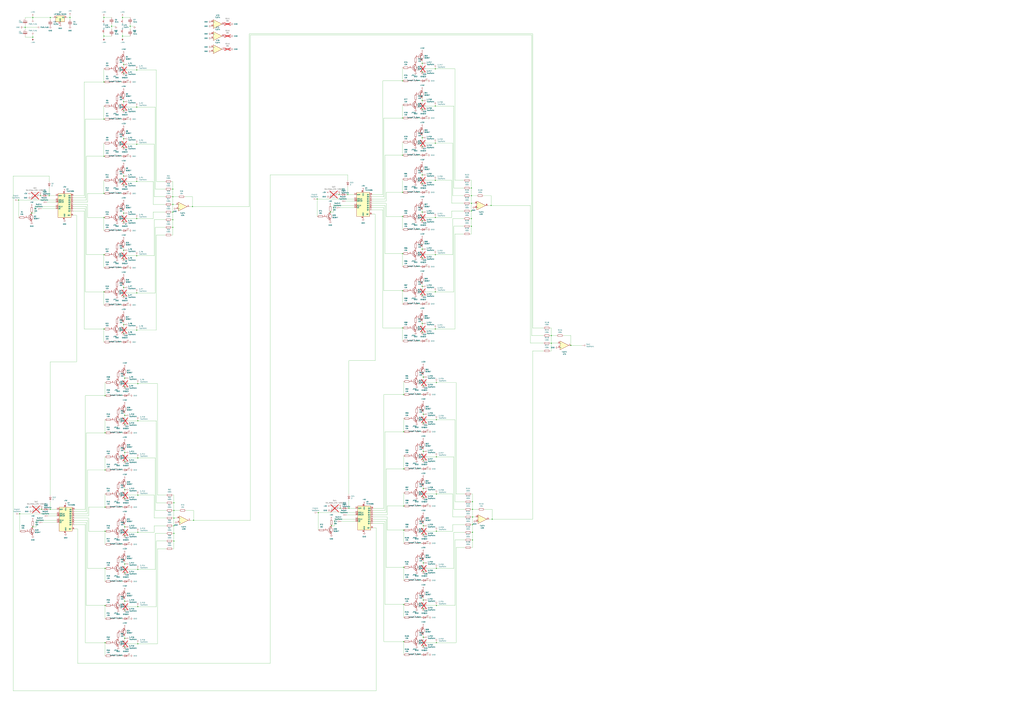
<source format=kicad_sch>
(kicad_sch
	(version 20250114)
	(generator "eeschema")
	(generator_version "9.0")
	(uuid "03324944-4842-4846-87db-ffb394dd73f5")
	(paper "A0")
	(lib_symbols
		(symbol "74xx:74HC595"
			(exclude_from_sim no)
			(in_bom yes)
			(on_board yes)
			(property "Reference" "U"
				(at -7.62 13.97 0)
				(effects
					(font
						(size 1.27 1.27)
					)
				)
			)
			(property "Value" "74HC595"
				(at -7.62 -16.51 0)
				(effects
					(font
						(size 1.27 1.27)
					)
				)
			)
			(property "Footprint" ""
				(at 0 0 0)
				(effects
					(font
						(size 1.27 1.27)
					)
					(hide yes)
				)
			)
			(property "Datasheet" "http://www.ti.com/lit/ds/symlink/sn74hc595.pdf"
				(at 0 0 0)
				(effects
					(font
						(size 1.27 1.27)
					)
					(hide yes)
				)
			)
			(property "Description" "8-bit serial in/out Shift Register 3-State Outputs"
				(at 0 0 0)
				(effects
					(font
						(size 1.27 1.27)
					)
					(hide yes)
				)
			)
			(property "ki_keywords" "HCMOS SR 3State"
				(at 0 0 0)
				(effects
					(font
						(size 1.27 1.27)
					)
					(hide yes)
				)
			)
			(property "ki_fp_filters" "DIP*W7.62mm* SOIC*3.9x9.9mm*P1.27mm* TSSOP*4.4x5mm*P0.65mm* SOIC*5.3x10.2mm*P1.27mm* SOIC*7.5x10.3mm*P1.27mm*"
				(at 0 0 0)
				(effects
					(font
						(size 1.27 1.27)
					)
					(hide yes)
				)
			)
			(symbol "74HC595_1_0"
				(pin input line
					(at -10.16 10.16 0)
					(length 2.54)
					(name "SER"
						(effects
							(font
								(size 1.27 1.27)
							)
						)
					)
					(number "14"
						(effects
							(font
								(size 1.27 1.27)
							)
						)
					)
				)
				(pin input line
					(at -10.16 5.08 0)
					(length 2.54)
					(name "SRCLK"
						(effects
							(font
								(size 1.27 1.27)
							)
						)
					)
					(number "11"
						(effects
							(font
								(size 1.27 1.27)
							)
						)
					)
				)
				(pin input line
					(at -10.16 2.54 0)
					(length 2.54)
					(name "~{SRCLR}"
						(effects
							(font
								(size 1.27 1.27)
							)
						)
					)
					(number "10"
						(effects
							(font
								(size 1.27 1.27)
							)
						)
					)
				)
				(pin input line
					(at -10.16 -2.54 0)
					(length 2.54)
					(name "RCLK"
						(effects
							(font
								(size 1.27 1.27)
							)
						)
					)
					(number "12"
						(effects
							(font
								(size 1.27 1.27)
							)
						)
					)
				)
				(pin input line
					(at -10.16 -5.08 0)
					(length 2.54)
					(name "~{OE}"
						(effects
							(font
								(size 1.27 1.27)
							)
						)
					)
					(number "13"
						(effects
							(font
								(size 1.27 1.27)
							)
						)
					)
				)
				(pin power_in line
					(at 0 15.24 270)
					(length 2.54)
					(name "VCC"
						(effects
							(font
								(size 1.27 1.27)
							)
						)
					)
					(number "16"
						(effects
							(font
								(size 1.27 1.27)
							)
						)
					)
				)
				(pin power_in line
					(at 0 -17.78 90)
					(length 2.54)
					(name "GND"
						(effects
							(font
								(size 1.27 1.27)
							)
						)
					)
					(number "8"
						(effects
							(font
								(size 1.27 1.27)
							)
						)
					)
				)
				(pin tri_state line
					(at 10.16 10.16 180)
					(length 2.54)
					(name "QA"
						(effects
							(font
								(size 1.27 1.27)
							)
						)
					)
					(number "15"
						(effects
							(font
								(size 1.27 1.27)
							)
						)
					)
				)
				(pin tri_state line
					(at 10.16 7.62 180)
					(length 2.54)
					(name "QB"
						(effects
							(font
								(size 1.27 1.27)
							)
						)
					)
					(number "1"
						(effects
							(font
								(size 1.27 1.27)
							)
						)
					)
				)
				(pin tri_state line
					(at 10.16 5.08 180)
					(length 2.54)
					(name "QC"
						(effects
							(font
								(size 1.27 1.27)
							)
						)
					)
					(number "2"
						(effects
							(font
								(size 1.27 1.27)
							)
						)
					)
				)
				(pin tri_state line
					(at 10.16 2.54 180)
					(length 2.54)
					(name "QD"
						(effects
							(font
								(size 1.27 1.27)
							)
						)
					)
					(number "3"
						(effects
							(font
								(size 1.27 1.27)
							)
						)
					)
				)
				(pin tri_state line
					(at 10.16 0 180)
					(length 2.54)
					(name "QE"
						(effects
							(font
								(size 1.27 1.27)
							)
						)
					)
					(number "4"
						(effects
							(font
								(size 1.27 1.27)
							)
						)
					)
				)
				(pin tri_state line
					(at 10.16 -2.54 180)
					(length 2.54)
					(name "QF"
						(effects
							(font
								(size 1.27 1.27)
							)
						)
					)
					(number "5"
						(effects
							(font
								(size 1.27 1.27)
							)
						)
					)
				)
				(pin tri_state line
					(at 10.16 -5.08 180)
					(length 2.54)
					(name "QG"
						(effects
							(font
								(size 1.27 1.27)
							)
						)
					)
					(number "6"
						(effects
							(font
								(size 1.27 1.27)
							)
						)
					)
				)
				(pin tri_state line
					(at 10.16 -7.62 180)
					(length 2.54)
					(name "QH"
						(effects
							(font
								(size 1.27 1.27)
							)
						)
					)
					(number "7"
						(effects
							(font
								(size 1.27 1.27)
							)
						)
					)
				)
				(pin output line
					(at 10.16 -12.7 180)
					(length 2.54)
					(name "QH'"
						(effects
							(font
								(size 1.27 1.27)
							)
						)
					)
					(number "9"
						(effects
							(font
								(size 1.27 1.27)
							)
						)
					)
				)
			)
			(symbol "74HC595_1_1"
				(rectangle
					(start -7.62 12.7)
					(end 7.62 -15.24)
					(stroke
						(width 0.254)
						(type default)
					)
					(fill
						(type background)
					)
				)
			)
			(embedded_fonts no)
		)
		(symbol "Amplifier_Operational:TL074"
			(pin_names
				(offset 0.127)
			)
			(exclude_from_sim no)
			(in_bom yes)
			(on_board yes)
			(property "Reference" "U"
				(at 0 5.08 0)
				(effects
					(font
						(size 1.27 1.27)
					)
					(justify left)
				)
			)
			(property "Value" "TL074"
				(at 0 -5.08 0)
				(effects
					(font
						(size 1.27 1.27)
					)
					(justify left)
				)
			)
			(property "Footprint" ""
				(at -1.27 2.54 0)
				(effects
					(font
						(size 1.27 1.27)
					)
					(hide yes)
				)
			)
			(property "Datasheet" "http://www.ti.com/lit/ds/symlink/tl071.pdf"
				(at 1.27 5.08 0)
				(effects
					(font
						(size 1.27 1.27)
					)
					(hide yes)
				)
			)
			(property "Description" "Quad Low-Noise JFET-Input Operational Amplifiers, DIP-14/SOIC-14"
				(at 0 0 0)
				(effects
					(font
						(size 1.27 1.27)
					)
					(hide yes)
				)
			)
			(property "ki_locked" ""
				(at 0 0 0)
				(effects
					(font
						(size 1.27 1.27)
					)
				)
			)
			(property "ki_keywords" "quad opamp"
				(at 0 0 0)
				(effects
					(font
						(size 1.27 1.27)
					)
					(hide yes)
				)
			)
			(property "ki_fp_filters" "SOIC*3.9x8.7mm*P1.27mm* DIP*W7.62mm* TSSOP*4.4x5mm*P0.65mm* SSOP*5.3x6.2mm*P0.65mm* MSOP*3x3mm*P0.5mm*"
				(at 0 0 0)
				(effects
					(font
						(size 1.27 1.27)
					)
					(hide yes)
				)
			)
			(symbol "TL074_1_1"
				(polyline
					(pts
						(xy -5.08 5.08) (xy 5.08 0) (xy -5.08 -5.08) (xy -5.08 5.08)
					)
					(stroke
						(width 0.254)
						(type default)
					)
					(fill
						(type background)
					)
				)
				(pin input line
					(at -7.62 2.54 0)
					(length 2.54)
					(name "+"
						(effects
							(font
								(size 1.27 1.27)
							)
						)
					)
					(number "3"
						(effects
							(font
								(size 1.27 1.27)
							)
						)
					)
				)
				(pin input line
					(at -7.62 -2.54 0)
					(length 2.54)
					(name "-"
						(effects
							(font
								(size 1.27 1.27)
							)
						)
					)
					(number "2"
						(effects
							(font
								(size 1.27 1.27)
							)
						)
					)
				)
				(pin output line
					(at 7.62 0 180)
					(length 2.54)
					(name "~"
						(effects
							(font
								(size 1.27 1.27)
							)
						)
					)
					(number "1"
						(effects
							(font
								(size 1.27 1.27)
							)
						)
					)
				)
			)
			(symbol "TL074_2_1"
				(polyline
					(pts
						(xy -5.08 5.08) (xy 5.08 0) (xy -5.08 -5.08) (xy -5.08 5.08)
					)
					(stroke
						(width 0.254)
						(type default)
					)
					(fill
						(type background)
					)
				)
				(pin input line
					(at -7.62 2.54 0)
					(length 2.54)
					(name "+"
						(effects
							(font
								(size 1.27 1.27)
							)
						)
					)
					(number "5"
						(effects
							(font
								(size 1.27 1.27)
							)
						)
					)
				)
				(pin input line
					(at -7.62 -2.54 0)
					(length 2.54)
					(name "-"
						(effects
							(font
								(size 1.27 1.27)
							)
						)
					)
					(number "6"
						(effects
							(font
								(size 1.27 1.27)
							)
						)
					)
				)
				(pin output line
					(at 7.62 0 180)
					(length 2.54)
					(name "~"
						(effects
							(font
								(size 1.27 1.27)
							)
						)
					)
					(number "7"
						(effects
							(font
								(size 1.27 1.27)
							)
						)
					)
				)
			)
			(symbol "TL074_3_1"
				(polyline
					(pts
						(xy -5.08 5.08) (xy 5.08 0) (xy -5.08 -5.08) (xy -5.08 5.08)
					)
					(stroke
						(width 0.254)
						(type default)
					)
					(fill
						(type background)
					)
				)
				(pin input line
					(at -7.62 2.54 0)
					(length 2.54)
					(name "+"
						(effects
							(font
								(size 1.27 1.27)
							)
						)
					)
					(number "10"
						(effects
							(font
								(size 1.27 1.27)
							)
						)
					)
				)
				(pin input line
					(at -7.62 -2.54 0)
					(length 2.54)
					(name "-"
						(effects
							(font
								(size 1.27 1.27)
							)
						)
					)
					(number "9"
						(effects
							(font
								(size 1.27 1.27)
							)
						)
					)
				)
				(pin output line
					(at 7.62 0 180)
					(length 2.54)
					(name "~"
						(effects
							(font
								(size 1.27 1.27)
							)
						)
					)
					(number "8"
						(effects
							(font
								(size 1.27 1.27)
							)
						)
					)
				)
			)
			(symbol "TL074_4_1"
				(polyline
					(pts
						(xy -5.08 5.08) (xy 5.08 0) (xy -5.08 -5.08) (xy -5.08 5.08)
					)
					(stroke
						(width 0.254)
						(type default)
					)
					(fill
						(type background)
					)
				)
				(pin input line
					(at -7.62 2.54 0)
					(length 2.54)
					(name "+"
						(effects
							(font
								(size 1.27 1.27)
							)
						)
					)
					(number "12"
						(effects
							(font
								(size 1.27 1.27)
							)
						)
					)
				)
				(pin input line
					(at -7.62 -2.54 0)
					(length 2.54)
					(name "-"
						(effects
							(font
								(size 1.27 1.27)
							)
						)
					)
					(number "13"
						(effects
							(font
								(size 1.27 1.27)
							)
						)
					)
				)
				(pin output line
					(at 7.62 0 180)
					(length 2.54)
					(name "~"
						(effects
							(font
								(size 1.27 1.27)
							)
						)
					)
					(number "14"
						(effects
							(font
								(size 1.27 1.27)
							)
						)
					)
				)
			)
			(symbol "TL074_5_1"
				(pin power_in line
					(at -2.54 7.62 270)
					(length 3.81)
					(name "V+"
						(effects
							(font
								(size 1.27 1.27)
							)
						)
					)
					(number "4"
						(effects
							(font
								(size 1.27 1.27)
							)
						)
					)
				)
				(pin power_in line
					(at -2.54 -7.62 90)
					(length 3.81)
					(name "V-"
						(effects
							(font
								(size 1.27 1.27)
							)
						)
					)
					(number "11"
						(effects
							(font
								(size 1.27 1.27)
							)
						)
					)
				)
			)
			(embedded_fonts no)
		)
		(symbol "Connector:TestPoint"
			(pin_numbers
				(hide yes)
			)
			(pin_names
				(offset 0.762)
				(hide yes)
			)
			(exclude_from_sim no)
			(in_bom yes)
			(on_board yes)
			(property "Reference" "TP"
				(at 0 6.858 0)
				(effects
					(font
						(size 1.27 1.27)
					)
				)
			)
			(property "Value" "TestPoint"
				(at 0 5.08 0)
				(effects
					(font
						(size 1.27 1.27)
					)
				)
			)
			(property "Footprint" ""
				(at 5.08 0 0)
				(effects
					(font
						(size 1.27 1.27)
					)
					(hide yes)
				)
			)
			(property "Datasheet" "~"
				(at 5.08 0 0)
				(effects
					(font
						(size 1.27 1.27)
					)
					(hide yes)
				)
			)
			(property "Description" "test point"
				(at 0 0 0)
				(effects
					(font
						(size 1.27 1.27)
					)
					(hide yes)
				)
			)
			(property "ki_keywords" "test point tp"
				(at 0 0 0)
				(effects
					(font
						(size 1.27 1.27)
					)
					(hide yes)
				)
			)
			(property "ki_fp_filters" "Pin* Test*"
				(at 0 0 0)
				(effects
					(font
						(size 1.27 1.27)
					)
					(hide yes)
				)
			)
			(symbol "TestPoint_0_1"
				(circle
					(center 0 3.302)
					(radius 0.762)
					(stroke
						(width 0)
						(type default)
					)
					(fill
						(type none)
					)
				)
			)
			(symbol "TestPoint_1_1"
				(pin passive line
					(at 0 0 90)
					(length 2.54)
					(name "1"
						(effects
							(font
								(size 1.27 1.27)
							)
						)
					)
					(number "1"
						(effects
							(font
								(size 1.27 1.27)
							)
						)
					)
				)
			)
			(embedded_fonts no)
		)
		(symbol "Device:C"
			(pin_numbers
				(hide yes)
			)
			(pin_names
				(offset 0.254)
			)
			(exclude_from_sim no)
			(in_bom yes)
			(on_board yes)
			(property "Reference" "C"
				(at 0.635 2.54 0)
				(effects
					(font
						(size 1.27 1.27)
					)
					(justify left)
				)
			)
			(property "Value" "C"
				(at 0.635 -2.54 0)
				(effects
					(font
						(size 1.27 1.27)
					)
					(justify left)
				)
			)
			(property "Footprint" ""
				(at 0.9652 -3.81 0)
				(effects
					(font
						(size 1.27 1.27)
					)
					(hide yes)
				)
			)
			(property "Datasheet" "~"
				(at 0 0 0)
				(effects
					(font
						(size 1.27 1.27)
					)
					(hide yes)
				)
			)
			(property "Description" "Unpolarized capacitor"
				(at 0 0 0)
				(effects
					(font
						(size 1.27 1.27)
					)
					(hide yes)
				)
			)
			(property "ki_keywords" "cap capacitor"
				(at 0 0 0)
				(effects
					(font
						(size 1.27 1.27)
					)
					(hide yes)
				)
			)
			(property "ki_fp_filters" "C_*"
				(at 0 0 0)
				(effects
					(font
						(size 1.27 1.27)
					)
					(hide yes)
				)
			)
			(symbol "C_0_1"
				(polyline
					(pts
						(xy -2.032 0.762) (xy 2.032 0.762)
					)
					(stroke
						(width 0.508)
						(type default)
					)
					(fill
						(type none)
					)
				)
				(polyline
					(pts
						(xy -2.032 -0.762) (xy 2.032 -0.762)
					)
					(stroke
						(width 0.508)
						(type default)
					)
					(fill
						(type none)
					)
				)
			)
			(symbol "C_1_1"
				(pin passive line
					(at 0 3.81 270)
					(length 2.794)
					(name "~"
						(effects
							(font
								(size 1.27 1.27)
							)
						)
					)
					(number "1"
						(effects
							(font
								(size 1.27 1.27)
							)
						)
					)
				)
				(pin passive line
					(at 0 -3.81 90)
					(length 2.794)
					(name "~"
						(effects
							(font
								(size 1.27 1.27)
							)
						)
					)
					(number "2"
						(effects
							(font
								(size 1.27 1.27)
							)
						)
					)
				)
			)
			(embedded_fonts no)
		)
		(symbol "Device:C_Polarized"
			(pin_numbers
				(hide yes)
			)
			(pin_names
				(offset 0.254)
			)
			(exclude_from_sim no)
			(in_bom yes)
			(on_board yes)
			(property "Reference" "C"
				(at 0.635 2.54 0)
				(effects
					(font
						(size 1.27 1.27)
					)
					(justify left)
				)
			)
			(property "Value" "C_Polarized"
				(at 0.635 -2.54 0)
				(effects
					(font
						(size 1.27 1.27)
					)
					(justify left)
				)
			)
			(property "Footprint" ""
				(at 0.9652 -3.81 0)
				(effects
					(font
						(size 1.27 1.27)
					)
					(hide yes)
				)
			)
			(property "Datasheet" "~"
				(at 0 0 0)
				(effects
					(font
						(size 1.27 1.27)
					)
					(hide yes)
				)
			)
			(property "Description" "Polarized capacitor"
				(at 0 0 0)
				(effects
					(font
						(size 1.27 1.27)
					)
					(hide yes)
				)
			)
			(property "ki_keywords" "cap capacitor"
				(at 0 0 0)
				(effects
					(font
						(size 1.27 1.27)
					)
					(hide yes)
				)
			)
			(property "ki_fp_filters" "CP_*"
				(at 0 0 0)
				(effects
					(font
						(size 1.27 1.27)
					)
					(hide yes)
				)
			)
			(symbol "C_Polarized_0_1"
				(rectangle
					(start -2.286 0.508)
					(end 2.286 1.016)
					(stroke
						(width 0)
						(type default)
					)
					(fill
						(type none)
					)
				)
				(polyline
					(pts
						(xy -1.778 2.286) (xy -0.762 2.286)
					)
					(stroke
						(width 0)
						(type default)
					)
					(fill
						(type none)
					)
				)
				(polyline
					(pts
						(xy -1.27 2.794) (xy -1.27 1.778)
					)
					(stroke
						(width 0)
						(type default)
					)
					(fill
						(type none)
					)
				)
				(rectangle
					(start 2.286 -0.508)
					(end -2.286 -1.016)
					(stroke
						(width 0)
						(type default)
					)
					(fill
						(type outline)
					)
				)
			)
			(symbol "C_Polarized_1_1"
				(pin passive line
					(at 0 3.81 270)
					(length 2.794)
					(name "~"
						(effects
							(font
								(size 1.27 1.27)
							)
						)
					)
					(number "1"
						(effects
							(font
								(size 1.27 1.27)
							)
						)
					)
				)
				(pin passive line
					(at 0 -3.81 90)
					(length 2.794)
					(name "~"
						(effects
							(font
								(size 1.27 1.27)
							)
						)
					)
					(number "2"
						(effects
							(font
								(size 1.27 1.27)
							)
						)
					)
				)
			)
			(embedded_fonts no)
		)
		(symbol "Device:D"
			(pin_numbers
				(hide yes)
			)
			(pin_names
				(offset 1.016)
				(hide yes)
			)
			(exclude_from_sim no)
			(in_bom yes)
			(on_board yes)
			(property "Reference" "D"
				(at 0 2.54 0)
				(effects
					(font
						(size 1.27 1.27)
					)
				)
			)
			(property "Value" "D"
				(at 0 -2.54 0)
				(effects
					(font
						(size 1.27 1.27)
					)
				)
			)
			(property "Footprint" ""
				(at 0 0 0)
				(effects
					(font
						(size 1.27 1.27)
					)
					(hide yes)
				)
			)
			(property "Datasheet" "~"
				(at 0 0 0)
				(effects
					(font
						(size 1.27 1.27)
					)
					(hide yes)
				)
			)
			(property "Description" "Diode"
				(at 0 0 0)
				(effects
					(font
						(size 1.27 1.27)
					)
					(hide yes)
				)
			)
			(property "Sim.Device" "D"
				(at 0 0 0)
				(effects
					(font
						(size 1.27 1.27)
					)
					(hide yes)
				)
			)
			(property "Sim.Pins" "1=K 2=A"
				(at 0 0 0)
				(effects
					(font
						(size 1.27 1.27)
					)
					(hide yes)
				)
			)
			(property "ki_keywords" "diode"
				(at 0 0 0)
				(effects
					(font
						(size 1.27 1.27)
					)
					(hide yes)
				)
			)
			(property "ki_fp_filters" "TO-???* *_Diode_* *SingleDiode* D_*"
				(at 0 0 0)
				(effects
					(font
						(size 1.27 1.27)
					)
					(hide yes)
				)
			)
			(symbol "D_0_1"
				(polyline
					(pts
						(xy -1.27 1.27) (xy -1.27 -1.27)
					)
					(stroke
						(width 0.254)
						(type default)
					)
					(fill
						(type none)
					)
				)
				(polyline
					(pts
						(xy 1.27 1.27) (xy 1.27 -1.27) (xy -1.27 0) (xy 1.27 1.27)
					)
					(stroke
						(width 0.254)
						(type default)
					)
					(fill
						(type none)
					)
				)
				(polyline
					(pts
						(xy 1.27 0) (xy -1.27 0)
					)
					(stroke
						(width 0)
						(type default)
					)
					(fill
						(type none)
					)
				)
			)
			(symbol "D_1_1"
				(pin passive line
					(at -3.81 0 0)
					(length 2.54)
					(name "K"
						(effects
							(font
								(size 1.27 1.27)
							)
						)
					)
					(number "1"
						(effects
							(font
								(size 1.27 1.27)
							)
						)
					)
				)
				(pin passive line
					(at 3.81 0 180)
					(length 2.54)
					(name "A"
						(effects
							(font
								(size 1.27 1.27)
							)
						)
					)
					(number "2"
						(effects
							(font
								(size 1.27 1.27)
							)
						)
					)
				)
			)
			(embedded_fonts no)
		)
		(symbol "Device:LED"
			(pin_numbers
				(hide yes)
			)
			(pin_names
				(offset 1.016)
				(hide yes)
			)
			(exclude_from_sim no)
			(in_bom yes)
			(on_board yes)
			(property "Reference" "D"
				(at 0 2.54 0)
				(effects
					(font
						(size 1.27 1.27)
					)
				)
			)
			(property "Value" "LED"
				(at 0 -2.54 0)
				(effects
					(font
						(size 1.27 1.27)
					)
				)
			)
			(property "Footprint" ""
				(at 0 0 0)
				(effects
					(font
						(size 1.27 1.27)
					)
					(hide yes)
				)
			)
			(property "Datasheet" "~"
				(at 0 0 0)
				(effects
					(font
						(size 1.27 1.27)
					)
					(hide yes)
				)
			)
			(property "Description" "Light emitting diode"
				(at 0 0 0)
				(effects
					(font
						(size 1.27 1.27)
					)
					(hide yes)
				)
			)
			(property "Sim.Pins" "1=K 2=A"
				(at 0 0 0)
				(effects
					(font
						(size 1.27 1.27)
					)
					(hide yes)
				)
			)
			(property "ki_keywords" "LED diode"
				(at 0 0 0)
				(effects
					(font
						(size 1.27 1.27)
					)
					(hide yes)
				)
			)
			(property "ki_fp_filters" "LED* LED_SMD:* LED_THT:*"
				(at 0 0 0)
				(effects
					(font
						(size 1.27 1.27)
					)
					(hide yes)
				)
			)
			(symbol "LED_0_1"
				(polyline
					(pts
						(xy -3.048 -0.762) (xy -4.572 -2.286) (xy -3.81 -2.286) (xy -4.572 -2.286) (xy -4.572 -1.524)
					)
					(stroke
						(width 0)
						(type default)
					)
					(fill
						(type none)
					)
				)
				(polyline
					(pts
						(xy -1.778 -0.762) (xy -3.302 -2.286) (xy -2.54 -2.286) (xy -3.302 -2.286) (xy -3.302 -1.524)
					)
					(stroke
						(width 0)
						(type default)
					)
					(fill
						(type none)
					)
				)
				(polyline
					(pts
						(xy -1.27 0) (xy 1.27 0)
					)
					(stroke
						(width 0)
						(type default)
					)
					(fill
						(type none)
					)
				)
				(polyline
					(pts
						(xy -1.27 -1.27) (xy -1.27 1.27)
					)
					(stroke
						(width 0.254)
						(type default)
					)
					(fill
						(type none)
					)
				)
				(polyline
					(pts
						(xy 1.27 -1.27) (xy 1.27 1.27) (xy -1.27 0) (xy 1.27 -1.27)
					)
					(stroke
						(width 0.254)
						(type default)
					)
					(fill
						(type none)
					)
				)
			)
			(symbol "LED_1_1"
				(pin passive line
					(at -3.81 0 0)
					(length 2.54)
					(name "K"
						(effects
							(font
								(size 1.27 1.27)
							)
						)
					)
					(number "1"
						(effects
							(font
								(size 1.27 1.27)
							)
						)
					)
				)
				(pin passive line
					(at 3.81 0 180)
					(length 2.54)
					(name "A"
						(effects
							(font
								(size 1.27 1.27)
							)
						)
					)
					(number "2"
						(effects
							(font
								(size 1.27 1.27)
							)
						)
					)
				)
			)
			(embedded_fonts no)
		)
		(symbol "Device:R"
			(pin_numbers
				(hide yes)
			)
			(pin_names
				(offset 0)
			)
			(exclude_from_sim no)
			(in_bom yes)
			(on_board yes)
			(property "Reference" "R"
				(at 2.032 0 90)
				(effects
					(font
						(size 1.27 1.27)
					)
				)
			)
			(property "Value" "R"
				(at 0 0 90)
				(effects
					(font
						(size 1.27 1.27)
					)
				)
			)
			(property "Footprint" ""
				(at -1.778 0 90)
				(effects
					(font
						(size 1.27 1.27)
					)
					(hide yes)
				)
			)
			(property "Datasheet" "~"
				(at 0 0 0)
				(effects
					(font
						(size 1.27 1.27)
					)
					(hide yes)
				)
			)
			(property "Description" "Resistor"
				(at 0 0 0)
				(effects
					(font
						(size 1.27 1.27)
					)
					(hide yes)
				)
			)
			(property "ki_keywords" "R res resistor"
				(at 0 0 0)
				(effects
					(font
						(size 1.27 1.27)
					)
					(hide yes)
				)
			)
			(property "ki_fp_filters" "R_*"
				(at 0 0 0)
				(effects
					(font
						(size 1.27 1.27)
					)
					(hide yes)
				)
			)
			(symbol "R_0_1"
				(rectangle
					(start -1.016 -2.54)
					(end 1.016 2.54)
					(stroke
						(width 0.254)
						(type default)
					)
					(fill
						(type none)
					)
				)
			)
			(symbol "R_1_1"
				(pin passive line
					(at 0 3.81 270)
					(length 1.27)
					(name "~"
						(effects
							(font
								(size 1.27 1.27)
							)
						)
					)
					(number "1"
						(effects
							(font
								(size 1.27 1.27)
							)
						)
					)
				)
				(pin passive line
					(at 0 -3.81 90)
					(length 1.27)
					(name "~"
						(effects
							(font
								(size 1.27 1.27)
							)
						)
					)
					(number "2"
						(effects
							(font
								(size 1.27 1.27)
							)
						)
					)
				)
			)
			(embedded_fonts no)
		)
		(symbol "Device:R_Potentiometer"
			(pin_names
				(offset 1.016)
				(hide yes)
			)
			(exclude_from_sim no)
			(in_bom yes)
			(on_board yes)
			(property "Reference" "RV"
				(at -4.445 0 90)
				(effects
					(font
						(size 1.27 1.27)
					)
				)
			)
			(property "Value" "R_Potentiometer"
				(at -2.54 0 90)
				(effects
					(font
						(size 1.27 1.27)
					)
				)
			)
			(property "Footprint" ""
				(at 0 0 0)
				(effects
					(font
						(size 1.27 1.27)
					)
					(hide yes)
				)
			)
			(property "Datasheet" "~"
				(at 0 0 0)
				(effects
					(font
						(size 1.27 1.27)
					)
					(hide yes)
				)
			)
			(property "Description" "Potentiometer"
				(at 0 0 0)
				(effects
					(font
						(size 1.27 1.27)
					)
					(hide yes)
				)
			)
			(property "ki_keywords" "resistor variable"
				(at 0 0 0)
				(effects
					(font
						(size 1.27 1.27)
					)
					(hide yes)
				)
			)
			(property "ki_fp_filters" "Potentiometer*"
				(at 0 0 0)
				(effects
					(font
						(size 1.27 1.27)
					)
					(hide yes)
				)
			)
			(symbol "R_Potentiometer_0_1"
				(rectangle
					(start 1.016 2.54)
					(end -1.016 -2.54)
					(stroke
						(width 0.254)
						(type default)
					)
					(fill
						(type none)
					)
				)
				(polyline
					(pts
						(xy 1.143 0) (xy 2.286 0.508) (xy 2.286 -0.508) (xy 1.143 0)
					)
					(stroke
						(width 0)
						(type default)
					)
					(fill
						(type outline)
					)
				)
				(polyline
					(pts
						(xy 2.54 0) (xy 1.524 0)
					)
					(stroke
						(width 0)
						(type default)
					)
					(fill
						(type none)
					)
				)
			)
			(symbol "R_Potentiometer_1_1"
				(pin passive line
					(at 0 3.81 270)
					(length 1.27)
					(name "1"
						(effects
							(font
								(size 1.27 1.27)
							)
						)
					)
					(number "1"
						(effects
							(font
								(size 1.27 1.27)
							)
						)
					)
				)
				(pin passive line
					(at 0 -3.81 90)
					(length 1.27)
					(name "3"
						(effects
							(font
								(size 1.27 1.27)
							)
						)
					)
					(number "3"
						(effects
							(font
								(size 1.27 1.27)
							)
						)
					)
				)
				(pin passive line
					(at 3.81 0 180)
					(length 1.27)
					(name "2"
						(effects
							(font
								(size 1.27 1.27)
							)
						)
					)
					(number "2"
						(effects
							(font
								(size 1.27 1.27)
							)
						)
					)
				)
			)
			(embedded_fonts no)
		)
		(symbol "Jumper:Jumper_2_Open"
			(pin_numbers
				(hide yes)
			)
			(pin_names
				(offset 0)
				(hide yes)
			)
			(exclude_from_sim no)
			(in_bom yes)
			(on_board yes)
			(property "Reference" "JP"
				(at 0 2.794 0)
				(effects
					(font
						(size 1.27 1.27)
					)
				)
			)
			(property "Value" "Jumper_2_Open"
				(at 0 -2.286 0)
				(effects
					(font
						(size 1.27 1.27)
					)
				)
			)
			(property "Footprint" ""
				(at 0 0 0)
				(effects
					(font
						(size 1.27 1.27)
					)
					(hide yes)
				)
			)
			(property "Datasheet" "~"
				(at 0 0 0)
				(effects
					(font
						(size 1.27 1.27)
					)
					(hide yes)
				)
			)
			(property "Description" "Jumper, 2-pole, open"
				(at 0 0 0)
				(effects
					(font
						(size 1.27 1.27)
					)
					(hide yes)
				)
			)
			(property "ki_keywords" "Jumper SPST"
				(at 0 0 0)
				(effects
					(font
						(size 1.27 1.27)
					)
					(hide yes)
				)
			)
			(property "ki_fp_filters" "Jumper* TestPoint*2Pads* TestPoint*Bridge*"
				(at 0 0 0)
				(effects
					(font
						(size 1.27 1.27)
					)
					(hide yes)
				)
			)
			(symbol "Jumper_2_Open_0_0"
				(circle
					(center -2.032 0)
					(radius 0.508)
					(stroke
						(width 0)
						(type default)
					)
					(fill
						(type none)
					)
				)
				(circle
					(center 2.032 0)
					(radius 0.508)
					(stroke
						(width 0)
						(type default)
					)
					(fill
						(type none)
					)
				)
			)
			(symbol "Jumper_2_Open_0_1"
				(arc
					(start -1.524 1.27)
					(mid 0 1.778)
					(end 1.524 1.27)
					(stroke
						(width 0)
						(type default)
					)
					(fill
						(type none)
					)
				)
			)
			(symbol "Jumper_2_Open_1_1"
				(pin passive line
					(at -5.08 0 0)
					(length 2.54)
					(name "A"
						(effects
							(font
								(size 1.27 1.27)
							)
						)
					)
					(number "1"
						(effects
							(font
								(size 1.27 1.27)
							)
						)
					)
				)
				(pin passive line
					(at 5.08 0 180)
					(length 2.54)
					(name "B"
						(effects
							(font
								(size 1.27 1.27)
							)
						)
					)
					(number "2"
						(effects
							(font
								(size 1.27 1.27)
							)
						)
					)
				)
			)
			(embedded_fonts no)
		)
		(symbol "Regulator_Linear:LM7805_TO220"
			(pin_names
				(offset 0.254)
			)
			(exclude_from_sim no)
			(in_bom yes)
			(on_board yes)
			(property "Reference" "U"
				(at -3.81 3.175 0)
				(effects
					(font
						(size 1.27 1.27)
					)
				)
			)
			(property "Value" "LM7805_TO220"
				(at 0 3.175 0)
				(effects
					(font
						(size 1.27 1.27)
					)
					(justify left)
				)
			)
			(property "Footprint" "Package_TO_SOT_THT:TO-220-3_Vertical"
				(at 0 5.715 0)
				(effects
					(font
						(size 1.27 1.27)
						(italic yes)
					)
					(hide yes)
				)
			)
			(property "Datasheet" "https://www.onsemi.cn/PowerSolutions/document/MC7800-D.PDF"
				(at 0 -1.27 0)
				(effects
					(font
						(size 1.27 1.27)
					)
					(hide yes)
				)
			)
			(property "Description" "Positive 1A 35V Linear Regulator, Fixed Output 5V, TO-220"
				(at 0 0 0)
				(effects
					(font
						(size 1.27 1.27)
					)
					(hide yes)
				)
			)
			(property "ki_keywords" "Voltage Regulator 1A Positive"
				(at 0 0 0)
				(effects
					(font
						(size 1.27 1.27)
					)
					(hide yes)
				)
			)
			(property "ki_fp_filters" "TO?220*"
				(at 0 0 0)
				(effects
					(font
						(size 1.27 1.27)
					)
					(hide yes)
				)
			)
			(symbol "LM7805_TO220_0_1"
				(rectangle
					(start -5.08 1.905)
					(end 5.08 -5.08)
					(stroke
						(width 0.254)
						(type default)
					)
					(fill
						(type background)
					)
				)
			)
			(symbol "LM7805_TO220_1_1"
				(pin power_in line
					(at -7.62 0 0)
					(length 2.54)
					(name "VI"
						(effects
							(font
								(size 1.27 1.27)
							)
						)
					)
					(number "1"
						(effects
							(font
								(size 1.27 1.27)
							)
						)
					)
				)
				(pin power_in line
					(at 0 -7.62 90)
					(length 2.54)
					(name "GND"
						(effects
							(font
								(size 1.27 1.27)
							)
						)
					)
					(number "2"
						(effects
							(font
								(size 1.27 1.27)
							)
						)
					)
				)
				(pin power_out line
					(at 7.62 0 180)
					(length 2.54)
					(name "VO"
						(effects
							(font
								(size 1.27 1.27)
							)
						)
					)
					(number "3"
						(effects
							(font
								(size 1.27 1.27)
							)
						)
					)
				)
			)
			(embedded_fonts no)
		)
		(symbol "Switch:SW_Nidec_CAS-120A1"
			(pin_names
				(offset 1)
				(hide yes)
			)
			(exclude_from_sim no)
			(in_bom yes)
			(on_board yes)
			(property "Reference" "SW"
				(at 0 4.318 0)
				(effects
					(font
						(size 1.27 1.27)
					)
				)
			)
			(property "Value" "SW_Nidec_CAS-120A1"
				(at 0 -5.08 0)
				(effects
					(font
						(size 1.27 1.27)
					)
				)
			)
			(property "Footprint" "Button_Switch_SMD:Nidec_Copal_CAS-120A"
				(at 0 -10.16 0)
				(effects
					(font
						(size 1.27 1.27)
					)
					(hide yes)
				)
			)
			(property "Datasheet" "https://www.nidec-components.com/e/catalog/switch/cas.pdf"
				(at 0 -7.62 0)
				(effects
					(font
						(size 1.27 1.27)
					)
					(hide yes)
				)
			)
			(property "Description" "Switch, single pole double throw"
				(at 0 0 0)
				(effects
					(font
						(size 1.27 1.27)
					)
					(hide yes)
				)
			)
			(property "ki_keywords" "switch single-pole double-throw spdt ON-ON"
				(at 0 0 0)
				(effects
					(font
						(size 1.27 1.27)
					)
					(hide yes)
				)
			)
			(property "ki_fp_filters" "*Nidec?Copal?CAS?120A*"
				(at 0 0 0)
				(effects
					(font
						(size 1.27 1.27)
					)
					(hide yes)
				)
			)
			(symbol "SW_Nidec_CAS-120A1_0_1"
				(circle
					(center -2.032 0)
					(radius 0.4572)
					(stroke
						(width 0)
						(type default)
					)
					(fill
						(type none)
					)
				)
				(polyline
					(pts
						(xy -1.651 0.254) (xy 1.651 2.286)
					)
					(stroke
						(width 0)
						(type default)
					)
					(fill
						(type none)
					)
				)
				(circle
					(center 2.032 2.54)
					(radius 0.4572)
					(stroke
						(width 0)
						(type default)
					)
					(fill
						(type none)
					)
				)
				(circle
					(center 2.032 -2.54)
					(radius 0.4572)
					(stroke
						(width 0)
						(type default)
					)
					(fill
						(type none)
					)
				)
			)
			(symbol "SW_Nidec_CAS-120A1_1_1"
				(rectangle
					(start -3.175 3.81)
					(end 3.175 -3.81)
					(stroke
						(width 0)
						(type default)
					)
					(fill
						(type background)
					)
				)
				(pin passive line
					(at -5.08 0 0)
					(length 2.54)
					(name "B"
						(effects
							(font
								(size 1.27 1.27)
							)
						)
					)
					(number "2"
						(effects
							(font
								(size 1.27 1.27)
							)
						)
					)
				)
				(pin passive line
					(at 5.08 2.54 180)
					(length 2.54)
					(name "A"
						(effects
							(font
								(size 1.27 1.27)
							)
						)
					)
					(number "3"
						(effects
							(font
								(size 1.27 1.27)
							)
						)
					)
				)
				(pin passive line
					(at 5.08 -2.54 180)
					(length 2.54)
					(name "C"
						(effects
							(font
								(size 1.27 1.27)
							)
						)
					)
					(number "1"
						(effects
							(font
								(size 1.27 1.27)
							)
						)
					)
				)
			)
			(embedded_fonts no)
		)
		(symbol "Transistor_BJT:BC847"
			(pin_names
				(offset 0)
				(hide yes)
			)
			(exclude_from_sim no)
			(in_bom yes)
			(on_board yes)
			(property "Reference" "Q"
				(at 5.08 1.905 0)
				(effects
					(font
						(size 1.27 1.27)
					)
					(justify left)
				)
			)
			(property "Value" "BC847"
				(at 5.08 0 0)
				(effects
					(font
						(size 1.27 1.27)
					)
					(justify left)
				)
			)
			(property "Footprint" "Package_TO_SOT_SMD:SOT-23"
				(at 5.08 -1.905 0)
				(effects
					(font
						(size 1.27 1.27)
						(italic yes)
					)
					(justify left)
					(hide yes)
				)
			)
			(property "Datasheet" "http://www.infineon.com/dgdl/Infineon-BC847SERIES_BC848SERIES_BC849SERIES_BC850SERIES-DS-v01_01-en.pdf?fileId=db3a304314dca389011541d4630a1657"
				(at 0 0 0)
				(effects
					(font
						(size 1.27 1.27)
					)
					(justify left)
					(hide yes)
				)
			)
			(property "Description" "0.1A Ic, 45V Vce, NPN Transistor, SOT-23"
				(at 0 0 0)
				(effects
					(font
						(size 1.27 1.27)
					)
					(hide yes)
				)
			)
			(property "Sim.Device" "NPN"
				(at 0 0 0)
				(effects
					(font
						(size 1.27 1.27)
					)
					(hide yes)
				)
			)
			(property "Sim.Pins" "1=B 2=E 3=C"
				(at 0 0 0)
				(effects
					(font
						(size 1.27 1.27)
					)
					(hide yes)
				)
			)
			(property "ki_keywords" "NPN Small Signal Transistor"
				(at 0 0 0)
				(effects
					(font
						(size 1.27 1.27)
					)
					(hide yes)
				)
			)
			(property "ki_fp_filters" "SOT?23*"
				(at 0 0 0)
				(effects
					(font
						(size 1.27 1.27)
					)
					(hide yes)
				)
			)
			(symbol "BC847_0_1"
				(polyline
					(pts
						(xy -2.54 0) (xy 0.635 0)
					)
					(stroke
						(width 0)
						(type default)
					)
					(fill
						(type none)
					)
				)
				(polyline
					(pts
						(xy 0.635 1.905) (xy 0.635 -1.905)
					)
					(stroke
						(width 0.508)
						(type default)
					)
					(fill
						(type none)
					)
				)
				(circle
					(center 1.27 0)
					(radius 2.8194)
					(stroke
						(width 0.254)
						(type default)
					)
					(fill
						(type none)
					)
				)
			)
			(symbol "BC847_1_1"
				(polyline
					(pts
						(xy 0.635 0.635) (xy 2.54 2.54)
					)
					(stroke
						(width 0)
						(type default)
					)
					(fill
						(type none)
					)
				)
				(polyline
					(pts
						(xy 0.635 -0.635) (xy 2.54 -2.54)
					)
					(stroke
						(width 0)
						(type default)
					)
					(fill
						(type none)
					)
				)
				(polyline
					(pts
						(xy 1.27 -1.778) (xy 1.778 -1.27) (xy 2.286 -2.286) (xy 1.27 -1.778)
					)
					(stroke
						(width 0)
						(type default)
					)
					(fill
						(type outline)
					)
				)
				(pin input line
					(at -5.08 0 0)
					(length 2.54)
					(name "B"
						(effects
							(font
								(size 1.27 1.27)
							)
						)
					)
					(number "1"
						(effects
							(font
								(size 1.27 1.27)
							)
						)
					)
				)
				(pin passive line
					(at 2.54 5.08 270)
					(length 2.54)
					(name "C"
						(effects
							(font
								(size 1.27 1.27)
							)
						)
					)
					(number "3"
						(effects
							(font
								(size 1.27 1.27)
							)
						)
					)
				)
				(pin passive line
					(at 2.54 -5.08 90)
					(length 2.54)
					(name "E"
						(effects
							(font
								(size 1.27 1.27)
							)
						)
					)
					(number "2"
						(effects
							(font
								(size 1.27 1.27)
							)
						)
					)
				)
			)
			(embedded_fonts no)
		)
		(symbol "Transistor_BJT:BC857"
			(pin_names
				(offset 0)
				(hide yes)
			)
			(exclude_from_sim no)
			(in_bom yes)
			(on_board yes)
			(property "Reference" "Q"
				(at 5.08 1.905 0)
				(effects
					(font
						(size 1.27 1.27)
					)
					(justify left)
				)
			)
			(property "Value" "BC857"
				(at 5.08 0 0)
				(effects
					(font
						(size 1.27 1.27)
					)
					(justify left)
				)
			)
			(property "Footprint" "Package_TO_SOT_SMD:SOT-23"
				(at 5.08 -1.905 0)
				(effects
					(font
						(size 1.27 1.27)
						(italic yes)
					)
					(justify left)
					(hide yes)
				)
			)
			(property "Datasheet" "https://www.onsemi.com/pub/Collateral/BC860-D.pdf"
				(at 0 0 0)
				(effects
					(font
						(size 1.27 1.27)
					)
					(justify left)
					(hide yes)
				)
			)
			(property "Description" "0.1A Ic, 45V Vce, PNP Transistor, SOT-23"
				(at 0 0 0)
				(effects
					(font
						(size 1.27 1.27)
					)
					(hide yes)
				)
			)
			(property "Sim.Device" "PNP"
				(at 0 0 0)
				(effects
					(font
						(size 1.27 1.27)
					)
					(hide yes)
				)
			)
			(property "Sim.Pins" "1=B 2=E 3=C"
				(at 0 0 0)
				(effects
					(font
						(size 1.27 1.27)
					)
					(hide yes)
				)
			)
			(property "ki_keywords" "PNP transistor"
				(at 0 0 0)
				(effects
					(font
						(size 1.27 1.27)
					)
					(hide yes)
				)
			)
			(property "ki_fp_filters" "SOT?23*"
				(at 0 0 0)
				(effects
					(font
						(size 1.27 1.27)
					)
					(hide yes)
				)
			)
			(symbol "BC857_0_1"
				(polyline
					(pts
						(xy -2.54 0) (xy 0.635 0)
					)
					(stroke
						(width 0)
						(type default)
					)
					(fill
						(type none)
					)
				)
				(polyline
					(pts
						(xy 0.635 1.905) (xy 0.635 -1.905)
					)
					(stroke
						(width 0.508)
						(type default)
					)
					(fill
						(type none)
					)
				)
				(polyline
					(pts
						(xy 0.635 0.635) (xy 2.54 2.54)
					)
					(stroke
						(width 0)
						(type default)
					)
					(fill
						(type none)
					)
				)
				(polyline
					(pts
						(xy 0.635 -0.635) (xy 2.54 -2.54)
					)
					(stroke
						(width 0)
						(type default)
					)
					(fill
						(type none)
					)
				)
				(circle
					(center 1.27 0)
					(radius 2.8194)
					(stroke
						(width 0.254)
						(type default)
					)
					(fill
						(type none)
					)
				)
				(polyline
					(pts
						(xy 2.286 -1.778) (xy 1.778 -2.286) (xy 1.27 -1.27) (xy 2.286 -1.778)
					)
					(stroke
						(width 0)
						(type default)
					)
					(fill
						(type outline)
					)
				)
			)
			(symbol "BC857_1_1"
				(pin input line
					(at -5.08 0 0)
					(length 2.54)
					(name "B"
						(effects
							(font
								(size 1.27 1.27)
							)
						)
					)
					(number "1"
						(effects
							(font
								(size 1.27 1.27)
							)
						)
					)
				)
				(pin passive line
					(at 2.54 5.08 270)
					(length 2.54)
					(name "C"
						(effects
							(font
								(size 1.27 1.27)
							)
						)
					)
					(number "3"
						(effects
							(font
								(size 1.27 1.27)
							)
						)
					)
				)
				(pin passive line
					(at 2.54 -5.08 90)
					(length 2.54)
					(name "E"
						(effects
							(font
								(size 1.27 1.27)
							)
						)
					)
					(number "2"
						(effects
							(font
								(size 1.27 1.27)
							)
						)
					)
				)
			)
			(embedded_fonts no)
		)
		(symbol "power:+15V"
			(power)
			(pin_numbers
				(hide yes)
			)
			(pin_names
				(offset 0)
				(hide yes)
			)
			(exclude_from_sim no)
			(in_bom yes)
			(on_board yes)
			(property "Reference" "#PWR"
				(at 0 -3.81 0)
				(effects
					(font
						(size 1.27 1.27)
					)
					(hide yes)
				)
			)
			(property "Value" "+15V"
				(at 0 3.556 0)
				(effects
					(font
						(size 1.27 1.27)
					)
				)
			)
			(property "Footprint" ""
				(at 0 0 0)
				(effects
					(font
						(size 1.27 1.27)
					)
					(hide yes)
				)
			)
			(property "Datasheet" ""
				(at 0 0 0)
				(effects
					(font
						(size 1.27 1.27)
					)
					(hide yes)
				)
			)
			(property "Description" "Power symbol creates a global label with name \"+15V\""
				(at 0 0 0)
				(effects
					(font
						(size 1.27 1.27)
					)
					(hide yes)
				)
			)
			(property "ki_keywords" "global power"
				(at 0 0 0)
				(effects
					(font
						(size 1.27 1.27)
					)
					(hide yes)
				)
			)
			(symbol "+15V_0_1"
				(polyline
					(pts
						(xy -0.762 1.27) (xy 0 2.54)
					)
					(stroke
						(width 0)
						(type default)
					)
					(fill
						(type none)
					)
				)
				(polyline
					(pts
						(xy 0 2.54) (xy 0.762 1.27)
					)
					(stroke
						(width 0)
						(type default)
					)
					(fill
						(type none)
					)
				)
				(polyline
					(pts
						(xy 0 0) (xy 0 2.54)
					)
					(stroke
						(width 0)
						(type default)
					)
					(fill
						(type none)
					)
				)
			)
			(symbol "+15V_1_1"
				(pin power_in line
					(at 0 0 90)
					(length 0)
					(name "~"
						(effects
							(font
								(size 1.27 1.27)
							)
						)
					)
					(number "1"
						(effects
							(font
								(size 1.27 1.27)
							)
						)
					)
				)
			)
			(embedded_fonts no)
		)
		(symbol "power:+5V"
			(power)
			(pin_numbers
				(hide yes)
			)
			(pin_names
				(offset 0)
				(hide yes)
			)
			(exclude_from_sim no)
			(in_bom yes)
			(on_board yes)
			(property "Reference" "#PWR"
				(at 0 -3.81 0)
				(effects
					(font
						(size 1.27 1.27)
					)
					(hide yes)
				)
			)
			(property "Value" "+5V"
				(at 0 3.556 0)
				(effects
					(font
						(size 1.27 1.27)
					)
				)
			)
			(property "Footprint" ""
				(at 0 0 0)
				(effects
					(font
						(size 1.27 1.27)
					)
					(hide yes)
				)
			)
			(property "Datasheet" ""
				(at 0 0 0)
				(effects
					(font
						(size 1.27 1.27)
					)
					(hide yes)
				)
			)
			(property "Description" "Power symbol creates a global label with name \"+5V\""
				(at 0 0 0)
				(effects
					(font
						(size 1.27 1.27)
					)
					(hide yes)
				)
			)
			(property "ki_keywords" "global power"
				(at 0 0 0)
				(effects
					(font
						(size 1.27 1.27)
					)
					(hide yes)
				)
			)
			(symbol "+5V_0_1"
				(polyline
					(pts
						(xy -0.762 1.27) (xy 0 2.54)
					)
					(stroke
						(width 0)
						(type default)
					)
					(fill
						(type none)
					)
				)
				(polyline
					(pts
						(xy 0 2.54) (xy 0.762 1.27)
					)
					(stroke
						(width 0)
						(type default)
					)
					(fill
						(type none)
					)
				)
				(polyline
					(pts
						(xy 0 0) (xy 0 2.54)
					)
					(stroke
						(width 0)
						(type default)
					)
					(fill
						(type none)
					)
				)
			)
			(symbol "+5V_1_1"
				(pin power_in line
					(at 0 0 90)
					(length 0)
					(name "~"
						(effects
							(font
								(size 1.27 1.27)
							)
						)
					)
					(number "1"
						(effects
							(font
								(size 1.27 1.27)
							)
						)
					)
				)
			)
			(embedded_fonts no)
		)
		(symbol "power:-15V"
			(power)
			(pin_numbers
				(hide yes)
			)
			(pin_names
				(offset 0)
				(hide yes)
			)
			(exclude_from_sim no)
			(in_bom yes)
			(on_board yes)
			(property "Reference" "#PWR"
				(at 0 -3.81 0)
				(effects
					(font
						(size 1.27 1.27)
					)
					(hide yes)
				)
			)
			(property "Value" "-15V"
				(at 0 3.556 0)
				(effects
					(font
						(size 1.27 1.27)
					)
				)
			)
			(property "Footprint" ""
				(at 0 0 0)
				(effects
					(font
						(size 1.27 1.27)
					)
					(hide yes)
				)
			)
			(property "Datasheet" ""
				(at 0 0 0)
				(effects
					(font
						(size 1.27 1.27)
					)
					(hide yes)
				)
			)
			(property "Description" "Power symbol creates a global label with name \"-15V\""
				(at 0 0 0)
				(effects
					(font
						(size 1.27 1.27)
					)
					(hide yes)
				)
			)
			(property "ki_keywords" "global power"
				(at 0 0 0)
				(effects
					(font
						(size 1.27 1.27)
					)
					(hide yes)
				)
			)
			(symbol "-15V_0_0"
				(pin power_in line
					(at 0 0 90)
					(length 0)
					(name "~"
						(effects
							(font
								(size 1.27 1.27)
							)
						)
					)
					(number "1"
						(effects
							(font
								(size 1.27 1.27)
							)
						)
					)
				)
			)
			(symbol "-15V_0_1"
				(polyline
					(pts
						(xy 0 0) (xy 0 1.27) (xy 0.762 1.27) (xy 0 2.54) (xy -0.762 1.27) (xy 0 1.27)
					)
					(stroke
						(width 0)
						(type default)
					)
					(fill
						(type outline)
					)
				)
			)
			(embedded_fonts no)
		)
		(symbol "power:GND"
			(power)
			(pin_numbers
				(hide yes)
			)
			(pin_names
				(offset 0)
				(hide yes)
			)
			(exclude_from_sim no)
			(in_bom yes)
			(on_board yes)
			(property "Reference" "#PWR"
				(at 0 -6.35 0)
				(effects
					(font
						(size 1.27 1.27)
					)
					(hide yes)
				)
			)
			(property "Value" "GND"
				(at 0 -3.81 0)
				(effects
					(font
						(size 1.27 1.27)
					)
				)
			)
			(property "Footprint" ""
				(at 0 0 0)
				(effects
					(font
						(size 1.27 1.27)
					)
					(hide yes)
				)
			)
			(property "Datasheet" ""
				(at 0 0 0)
				(effects
					(font
						(size 1.27 1.27)
					)
					(hide yes)
				)
			)
			(property "Description" "Power symbol creates a global label with name \"GND\" , ground"
				(at 0 0 0)
				(effects
					(font
						(size 1.27 1.27)
					)
					(hide yes)
				)
			)
			(property "ki_keywords" "global power"
				(at 0 0 0)
				(effects
					(font
						(size 1.27 1.27)
					)
					(hide yes)
				)
			)
			(symbol "GND_0_1"
				(polyline
					(pts
						(xy 0 0) (xy 0 -1.27) (xy 1.27 -1.27) (xy 0 -2.54) (xy -1.27 -1.27) (xy 0 -1.27)
					)
					(stroke
						(width 0)
						(type default)
					)
					(fill
						(type none)
					)
				)
			)
			(symbol "GND_1_1"
				(pin power_in line
					(at 0 0 270)
					(length 0)
					(name "~"
						(effects
							(font
								(size 1.27 1.27)
							)
						)
					)
					(number "1"
						(effects
							(font
								(size 1.27 1.27)
							)
						)
					)
				)
			)
			(embedded_fonts no)
		)
		(symbol "power:PWR_FLAG"
			(power)
			(pin_numbers
				(hide yes)
			)
			(pin_names
				(offset 0)
				(hide yes)
			)
			(exclude_from_sim no)
			(in_bom yes)
			(on_board yes)
			(property "Reference" "#FLG"
				(at 0 1.905 0)
				(effects
					(font
						(size 1.27 1.27)
					)
					(hide yes)
				)
			)
			(property "Value" "PWR_FLAG"
				(at 0 3.81 0)
				(effects
					(font
						(size 1.27 1.27)
					)
				)
			)
			(property "Footprint" ""
				(at 0 0 0)
				(effects
					(font
						(size 1.27 1.27)
					)
					(hide yes)
				)
			)
			(property "Datasheet" "~"
				(at 0 0 0)
				(effects
					(font
						(size 1.27 1.27)
					)
					(hide yes)
				)
			)
			(property "Description" "Special symbol for telling ERC where power comes from"
				(at 0 0 0)
				(effects
					(font
						(size 1.27 1.27)
					)
					(hide yes)
				)
			)
			(property "ki_keywords" "flag power"
				(at 0 0 0)
				(effects
					(font
						(size 1.27 1.27)
					)
					(hide yes)
				)
			)
			(symbol "PWR_FLAG_0_0"
				(pin power_out line
					(at 0 0 90)
					(length 0)
					(name "~"
						(effects
							(font
								(size 1.27 1.27)
							)
						)
					)
					(number "1"
						(effects
							(font
								(size 1.27 1.27)
							)
						)
					)
				)
			)
			(symbol "PWR_FLAG_0_1"
				(polyline
					(pts
						(xy 0 0) (xy 0 1.27) (xy -1.016 1.905) (xy 0 2.54) (xy 1.016 1.905) (xy 0 1.27)
					)
					(stroke
						(width 0)
						(type default)
					)
					(fill
						(type none)
					)
				)
			)
			(embedded_fonts no)
		)
	)
	(junction
		(at 505.46 209.55)
		(diameter 0)
		(color 0 0 0 0)
		(uuid "0026d04a-0bc7-450c-84c0-09f21170c057")
	)
	(junction
		(at 200.66 237.49)
		(diameter 0)
		(color 0 0 0 0)
		(uuid "01215604-86f9-4619-876e-73201834d635")
	)
	(junction
		(at 158.75 81.28)
		(diameter 0)
		(color 0 0 0 0)
		(uuid "0195a8dd-7c5e-4602-aafa-a80fb2b22546")
	)
	(junction
		(at 468.63 702.31)
		(diameter 0)
		(color 0 0 0 0)
		(uuid "01b9b1af-dc52-45cc-9746-791c170270dd")
	)
	(junction
		(at 490.22 256.54)
		(diameter 0)
		(color 0 0 0 0)
		(uuid "02b78f33-192c-40e2-a3dd-ff1f28bc9869")
	)
	(junction
		(at 490.22 116.84)
		(diameter 0)
		(color 0 0 0 0)
		(uuid "041d8717-60c5-4f47-ab2e-bb2f48909a03")
	)
	(junction
		(at 467.36 294.64)
		(diameter 0)
		(color 0 0 0 0)
		(uuid "04a93fad-0fd2-4813-a7bf-2526e80ab5ca")
	)
	(junction
		(at 121.92 589.28)
		(diameter 0)
		(color 0 0 0 0)
		(uuid "05308a2b-d870-43de-8479-f27d93cf77f4")
	)
	(junction
		(at 143.51 74.93)
		(diameter 0)
		(color 0 0 0 0)
		(uuid "05b4a3b6-6a83-4182-96e0-ab6bc563fd43")
	)
	(junction
		(at 29.21 31.75)
		(diameter 0)
		(color 0 0 0 0)
		(uuid "078133f6-dc93-4883-9f26-3ddec0d1f43b")
	)
	(junction
		(at 121.92 746.76)
		(diameter 0)
		(color 0 0 0 0)
		(uuid "0941a5a6-5911-4fd3-95b3-8daec4f4ee48")
	)
	(junction
		(at 201.93 601.98)
		(diameter 0)
		(color 0 0 0 0)
		(uuid "0dbe4e05-bad7-48f3-b5a9-6d91f3834b2a")
	)
	(junction
		(at 547.37 218.44)
		(diameter 0)
		(color 0 0 0 0)
		(uuid "0ee88829-3652-44ca-af97-34f4c479c1fc")
	)
	(junction
		(at 548.64 627.38)
		(diameter 0)
		(color 0 0 0 0)
		(uuid "0fcd7237-fa52-4f7f-a20a-f301e38d490e")
	)
	(junction
		(at 158.75 210.82)
		(diameter 0)
		(color 0 0 0 0)
		(uuid "1041ce8e-4794-4a00-80ad-c2be9806db53")
	)
	(junction
		(at 57.15 227.33)
		(diameter 0)
		(color 0 0 0 0)
		(uuid "10e42af1-2ee1-436d-96f2-4ea9a1e0f48b")
	)
	(junction
		(at 144.78 655.32)
		(diameter 0)
		(color 0 0 0 0)
		(uuid "121a6d0c-5491-4e62-af62-701b3f4da53f")
	)
	(junction
		(at 38.1 43.18)
		(diameter 0)
		(color 0 0 0 0)
		(uuid "122be628-dfa4-496e-a294-d422dd367394")
	)
	(junction
		(at 491.49 621.03)
		(diameter 0)
		(color 0 0 0 0)
		(uuid "123a145f-03fc-4898-844d-e65381b9c93f")
	)
	(junction
		(at 142.24 41.91)
		(diameter 0)
		(color 0 0 0 0)
		(uuid "133666b0-03da-48f8-acb1-64939c87fbe5")
	)
	(junction
		(at 143.51 247.65)
		(diameter 0)
		(color 0 0 0 0)
		(uuid "1485d750-9e8e-406e-b0de-f8317fdedf22")
	)
	(junction
		(at 468.63 588.01)
		(diameter 0)
		(color 0 0 0 0)
		(uuid "1556a8ba-f391-42ce-bd20-daaa09ea59f2")
	)
	(junction
		(at 468.63 659.13)
		(diameter 0)
		(color 0 0 0 0)
		(uuid "16c5ef3d-8ff1-4e0c-8982-5beaa82e8034")
	)
	(junction
		(at 58.42 20.32)
		(diameter 0)
		(color 0 0 0 0)
		(uuid "17e6975a-968b-483b-850f-2baa04f58c5a")
	)
	(junction
		(at 160.02 748.03)
		(diameter 0)
		(color 0 0 0 0)
		(uuid "19e19a82-f3f4-4611-957b-c300656ce2fc")
	)
	(junction
		(at 491.49 448.31)
		(diameter 0)
		(color 0 0 0 0)
		(uuid "1a2445a4-3e25-4f45-b8f6-f3d546d6c365")
	)
	(junction
		(at 384.81 610.87)
		(diameter 0)
		(color 0 0 0 0)
		(uuid "1b6e44f3-ba23-4b2b-b60d-ea7371b21a45")
	)
	(junction
		(at 467.36 337.82)
		(diameter 0)
		(color 0 0 0 0)
		(uuid "1e20223c-d89e-4f03-886a-79e3fd20fa56")
	)
	(junction
		(at 491.49 438.15)
		(diameter 0)
		(color 0 0 0 0)
		(uuid "1ea4afcb-318e-4677-81c7-575d14cdb041")
	)
	(junction
		(at 506.73 530.86)
		(diameter 0)
		(color 0 0 0 0)
		(uuid "1ef05041-7502-4908-b8ea-fcdeaa5cacb9")
	)
	(junction
		(at 144.78 665.48)
		(diameter 0)
		(color 0 0 0 0)
		(uuid "200d0e43-93af-472b-b6f4-128c59d9e990")
	)
	(junction
		(at 143.51 377.19)
		(diameter 0)
		(color 0 0 0 0)
		(uuid "21c2fc19-dc4b-4ca0-842a-773d4730ed0b")
	)
	(junction
		(at 200.66 219.71)
		(diameter 0)
		(color 0 0 0 0)
		(uuid "21d5b2ba-f027-40d2-9e8b-9ff048998197")
	)
	(junction
		(at 143.51 128.27)
		(diameter 0)
		(color 0 0 0 0)
		(uuid "2382354e-14f6-48ff-9766-3aa7c87680a8")
	)
	(junction
		(at 200.66 246.38)
		(diameter 0)
		(color 0 0 0 0)
		(uuid "24ac393e-aa48-45fe-8f79-7298d366b998")
	)
	(junction
		(at 200.66 255.27)
		(diameter 0)
		(color 0 0 0 0)
		(uuid "25673047-3d22-42fe-acef-bd404757057f")
	)
	(junction
		(at 505.46 166.37)
		(diameter 0)
		(color 0 0 0 0)
		(uuid "28a9b812-58b0-43f0-a10f-8b1a88f582c3")
	)
	(junction
		(at 143.51 161.29)
		(diameter 0)
		(color 0 0 0 0)
		(uuid "28b90d0c-3da5-48ba-94fe-d4fb0d9869c4")
	)
	(junction
		(at 144.78 568.96)
		(diameter 0)
		(color 0 0 0 0)
		(uuid "2a90510a-f34b-41bf-8007-ad4cfd9817af")
	)
	(junction
		(at 46.99 227.33)
		(diameter 0)
		(color 0 0 0 0)
		(uuid "2dadfc4c-155e-4a92-885f-2b4bfd95a397")
	)
	(junction
		(at 490.22 127)
		(diameter 0)
		(color 0 0 0 0)
		(uuid "2f8cf3b7-38a4-474a-ab54-75c7abca8898")
	)
	(junction
		(at 405.13 590.55)
		(diameter 0)
		(color 0 0 0 0)
		(uuid "2f93f13e-dd61-4bc8-93df-1fd6dd6a55f0")
	)
	(junction
		(at 548.64 582.93)
		(diameter 0)
		(color 0 0 0 0)
		(uuid "2fea4adb-141d-403a-85cf-c080b72ee9ee")
	)
	(junction
		(at 491.49 610.87)
		(diameter 0)
		(color 0 0 0 0)
		(uuid "305dfb6f-39f0-44f0-8b2a-f16e89818f0f")
	)
	(junction
		(at 151.13 30.48)
		(diameter 0)
		(color 0 0 0 0)
		(uuid "3206241c-3861-4337-96b1-55dc261e567d")
	)
	(junction
		(at 201.93 584.2)
		(diameter 0)
		(color 0 0 0 0)
		(uuid "3443cd8d-9535-4d92-be4a-e964d462e6fc")
	)
	(junction
		(at 383.54 246.38)
		(diameter 0)
		(color 0 0 0 0)
		(uuid "35540e5b-aced-4999-930d-af6037165440")
	)
	(junction
		(at 490.22 375.92)
		(diameter 0)
		(color 0 0 0 0)
		(uuid "35f56a76-e87a-4f12-a0ab-fc5c54189cd3")
	)
	(junction
		(at 143.51 85.09)
		(diameter 0)
		(color 0 0 0 0)
		(uuid "3669f163-a31d-4156-8094-5e89db1fab56")
	)
	(junction
		(at 142.24 20.32)
		(diameter 0)
		(color 0 0 0 0)
		(uuid "3719ca90-765c-4988-bdd2-f21afd296b5f")
	)
	(junction
		(at 81.28 20.32)
		(diameter 0)
		(color 0 0 0 0)
		(uuid "37934ccb-edc1-4ffc-b69a-493b99cc7c44")
	)
	(junction
		(at 38.1 612.14)
		(diameter 0)
		(color 0 0 0 0)
		(uuid "3a790eb4-6a76-4b9c-ab16-0b50bb8fc970")
	)
	(junction
		(at 120.65 138.43)
		(diameter 0)
		(color 0 0 0 0)
		(uuid "3b86cdfa-498c-44c0-bbc7-dcd77f1c6703")
	)
	(junction
		(at 144.78 449.58)
		(diameter 0)
		(color 0 0 0 0)
		(uuid "419101b8-88e0-4cf3-a5da-fba5fb5d6c2c")
	)
	(junction
		(at 547.37 227.33)
		(diameter 0)
		(color 0 0 0 0)
		(uuid "42123f3a-ee59-491b-aa95-0c15799775e8")
	)
	(junction
		(at 143.51 300.99)
		(diameter 0)
		(color 0 0 0 0)
		(uuid "422c559b-478d-4d03-8f88-c6924762ce02")
	)
	(junction
		(at 403.86 226.06)
		(diameter 0)
		(color 0 0 0 0)
		(uuid "42de89cf-fc98-472f-9fad-a371e1b0230c")
	)
	(junction
		(at 467.36 223.52)
		(diameter 0)
		(color 0 0 0 0)
		(uuid "44d87d0e-349f-4587-9118-52085f87c037")
	)
	(junction
		(at 160.02 661.67)
		(diameter 0)
		(color 0 0 0 0)
		(uuid "4760ea53-051e-476d-a155-efbe46db2485")
	)
	(junction
		(at 200.66 264.16)
		(diameter 0)
		(color 0 0 0 0)
		(uuid "47b9d616-92f2-4e33-8276-1bf12dea5400")
	)
	(junction
		(at 393.7 226.06)
		(diameter 0)
		(color 0 0 0 0)
		(uuid "499ff23b-96ac-46e3-b164-218d27e8dbbb")
	)
	(junction
		(at 144.78 525.78)
		(diameter 0)
		(color 0 0 0 0)
		(uuid "4a6beea2-e0f6-4c7a-9520-704ad469ac69")
	)
	(junction
		(at 490.22 160.02)
		(diameter 0)
		(color 0 0 0 0)
		(uuid "4b981dc4-e72c-44a2-867c-4368f1bcc197")
	)
	(junction
		(at 548.64 600.71)
		(diameter 0)
		(color 0 0 0 0)
		(uuid "4c1d0d64-56a6-476e-9050-4ef490ec4e9c")
	)
	(junction
		(at 505.46 252.73)
		(diameter 0)
		(color 0 0 0 0)
		(uuid "4c73b4ee-6433-4e7b-8387-b9404ee7d1ce")
	)
	(junction
		(at 121.92 546.1)
		(diameter 0)
		(color 0 0 0 0)
		(uuid "4dad2202-7b77-457c-a37c-c2179da38229")
	)
	(junction
		(at 467.36 381)
		(diameter 0)
		(color 0 0 0 0)
		(uuid "4e8cd84a-6bb2-46d9-a95f-f39b5558d386")
	)
	(junction
		(at 58.42 591.82)
		(diameter 0)
		(color 0 0 0 0)
		(uuid "518bc102-54f5-4838-a9c8-032561b515a2")
	)
	(junction
		(at 490.22 203.2)
		(diameter 0)
		(color 0 0 0 0)
		(uuid "57aa64ea-1fec-4b34-a431-7b57209b36ef")
	)
	(junction
		(at 490.22 332.74)
		(diameter 0)
		(color 0 0 0 0)
		(uuid "57e593e0-45a1-4da9-ad45-c70f75b585be")
	)
	(junction
		(at 38.1 20.32)
		(diameter 0)
		(color 0 0 0 0)
		(uuid "58530d79-3842-4e88-bb40-b25d418fe384")
	)
	(junction
		(at 506.73 660.4)
		(diameter 0)
		(color 0 0 0 0)
		(uuid "58c685fa-6e88-45f3-8238-79df26cb7ba4")
	)
	(junction
		(at 662.94 401.32)
		(diameter 0)
		(color 0 0 0 0)
		(uuid "5cf2a793-31b4-43bc-8491-f60d0dade111")
	)
	(junction
		(at 143.51 171.45)
		(diameter 0)
		(color 0 0 0 0)
		(uuid "5d5838d3-0640-49b5-809e-e46800fc07f2")
	)
	(junction
		(at 201.93 628.65)
		(diameter 0)
		(color 0 0 0 0)
		(uuid "5d6d2cdc-6dcf-4a5b-98c3-f692fbad3a10")
	)
	(junction
		(at 121.92 459.74)
		(diameter 0)
		(color 0 0 0 0)
		(uuid "5dfabeb9-0872-4b9e-bdca-f0e5d312298c")
	)
	(junction
		(at 490.22 170.18)
		(diameter 0)
		(color 0 0 0 0)
		(uuid "5f19fb2b-a527-4c4d-a36a-45724b575010")
	)
	(junction
		(at 548.64 591.82)
		(diameter 0)
		(color 0 0 0 0)
		(uuid "5fc49066-8579-4fb9-8a2b-3ac3911eaaa4")
	)
	(junction
		(at 548.64 618.49)
		(diameter 0)
		(color 0 0 0 0)
		(uuid "608f59c4-ae4f-43f9-b88e-10e44985454e")
	)
	(junction
		(at 491.49 534.67)
		(diameter 0)
		(color 0 0 0 0)
		(uuid "64055807-41c6-4d04-881a-3984060bd20e")
	)
	(junction
		(at 571.5 603.25)
		(diameter 0)
		(color 0 0 0 0)
		(uuid "64c3c130-b6dc-46e3-93d8-d074054e9bfe")
	)
	(junction
		(at 224.79 604.52)
		(diameter 0)
		(color 0 0 0 0)
		(uuid "6594e2bc-0985-4ca9-8fe4-71d25bf7a366")
	)
	(junction
		(at 547.37 236.22)
		(diameter 0)
		(color 0 0 0 0)
		(uuid "6647d388-6a6a-4bc2-8a36-2ddd1375e921")
	)
	(junction
		(at 505.46 80.01)
		(diameter 0)
		(color 0 0 0 0)
		(uuid "68e14ff4-5c1d-4c39-90cb-69f428d8848a")
	)
	(junction
		(at 467.36 93.98)
		(diameter 0)
		(color 0 0 0 0)
		(uuid "6c020170-3d05-4e79-91c7-8a41fdf13efc")
	)
	(junction
		(at 505.46 295.91)
		(diameter 0)
		(color 0 0 0 0)
		(uuid "6d6beae6-fb91-44e4-9be9-552615d729da")
	)
	(junction
		(at 129.54 30.48)
		(diameter 0)
		(color 0 0 0 0)
		(uuid "6f334d21-6797-403b-82eb-8a26bccfb4f5")
	)
	(junction
		(at 121.92 502.92)
		(diameter 0)
		(color 0 0 0 0)
		(uuid "6f369bdf-6bfa-4f64-bbbe-9de9d231c3a4")
	)
	(junction
		(at 143.51 344.17)
		(diameter 0)
		(color 0 0 0 0)
		(uuid "73702de3-0dc0-4c44-9a21-52030660fece")
	)
	(junction
		(at 547.37 262.89)
		(diameter 0)
		(color 0 0 0 0)
		(uuid "740013f6-11f7-4657-8883-b6664219e7cc")
	)
	(junction
		(at 490.22 299.72)
		(diameter 0)
		(color 0 0 0 0)
		(uuid "74e06c86-e9c2-405d-8368-049280d17a91")
	)
	(junction
		(at 490.22 342.9)
		(diameter 0)
		(color 0 0 0 0)
		(uuid "76320be2-00e0-41ff-942d-98d58a7c40ae")
	)
	(junction
		(at 120.65 181.61)
		(diameter 0)
		(color 0 0 0 0)
		(uuid "7b1179b5-cb28-4319-a3f1-5dbfd24cc878")
	)
	(junction
		(at 506.73 703.58)
		(diameter 0)
		(color 0 0 0 0)
		(uuid "7c2279d1-7aa7-47a8-b0ab-7c2cb8069ddc")
	)
	(junction
		(at 144.78 708.66)
		(diameter 0)
		(color 0 0 0 0)
		(uuid "7c50bb0f-62c0-4656-9e0a-9000ffdfef0d")
	)
	(junction
		(at 468.63 544.83)
		(diameter 0)
		(color 0 0 0 0)
		(uuid "7cc345ea-e254-432b-84ba-0a4f72e23007")
	)
	(junction
		(at 160.02 532.13)
		(diameter 0)
		(color 0 0 0 0)
		(uuid "7d4084e5-419e-4ce9-9987-38781941a941")
	)
	(junction
		(at 120.65 95.25)
		(diameter 0)
		(color 0 0 0 0)
		(uuid "7d73c3f2-f481-425b-b295-5fb582a50a45")
	)
	(junction
		(at 120.65 295.91)
		(diameter 0)
		(color 0 0 0 0)
		(uuid "7e6a4be0-62d3-4a05-9d3c-87d21205dc4d")
	)
	(junction
		(at 468.63 458.47)
		(diameter 0)
		(color 0 0 0 0)
		(uuid "7f66e350-a75d-4b45-abf2-9e53e5227562")
	)
	(junction
		(at 158.75 383.54)
		(diameter 0)
		(color 0 0 0 0)
		(uuid "80aa977f-6b51-48a0-9150-70f500508657")
	)
	(junction
		(at 160.02 618.49)
		(diameter 0)
		(color 0 0 0 0)
		(uuid "8131907d-7634-4d3b-b225-dca1cedf9a94")
	)
	(junction
		(at 144.78 622.3)
		(diameter 0)
		(color 0 0 0 0)
		(uuid "81a5e5e6-6f2e-4b1b-b416-3f93b2cd33af")
	)
	(junction
		(at 120.65 252.73)
		(diameter 0)
		(color 0 0 0 0)
		(uuid "81b8efb8-46ba-411f-8ccb-da0108ffe6df")
	)
	(junction
		(at 143.51 334.01)
		(diameter 0)
		(color 0 0 0 0)
		(uuid "84a4613c-cd41-4d08-86ae-6ba902a666dc")
	)
	(junction
		(at 468.63 745.49)
		(diameter 0)
		(color 0 0 0 0)
		(uuid "85471cae-99c7-4692-a4e1-f58aa2cea15d")
	)
	(junction
		(at 201.93 610.87)
		(diameter 0)
		(color 0 0 0 0)
		(uuid "8efc4f95-851a-4578-b06c-01261499e02d")
	)
	(junction
		(at 158.75 297.18)
		(diameter 0)
		(color 0 0 0 0)
		(uuid "95bfa162-2f5d-495c-a72e-58cfa346002c")
	)
	(junction
		(at 143.51 387.35)
		(diameter 0)
		(color 0 0 0 0)
		(uuid "9641083d-7fdb-4860-bfb7-8a6e0c49268f")
	)
	(junction
		(at 490.22 83.82)
		(diameter 0)
		(color 0 0 0 0)
		(uuid "98d58924-e106-4c42-ac2a-5201ec46d2ff")
	)
	(junction
		(at 548.64 609.6)
		(diameter 0)
		(color 0 0 0 0)
		(uuid "9915d6ef-9d8e-41c7-b512-c14ad68f09eb")
	)
	(junction
		(at 491.49 654.05)
		(diameter 0)
		(color 0 0 0 0)
		(uuid "9a54b405-7495-486c-b6bb-c35360387e9d")
	)
	(junction
		(at 160.02 488.95)
		(diameter 0)
		(color 0 0 0 0)
		(uuid "9a864007-594c-443a-bbf7-a792ea2a6796")
	)
	(junction
		(at 490.22 73.66)
		(diameter 0)
		(color 0 0 0 0)
		(uuid "9c0f70e1-2024-4509-a90a-eb9dfd51dc0c")
	)
	(junction
		(at 144.78 579.12)
		(diameter 0)
		(color 0 0 0 0)
		(uuid "9e3001f1-3d77-45a0-b086-85af273dacea")
	)
	(junction
		(at 158.75 167.64)
		(diameter 0)
		(color 0 0 0 0)
		(uuid "a0623149-d611-4900-9f25-ce4f489a1c11")
	)
	(junction
		(at 394.97 590.55)
		(diameter 0)
		(color 0 0 0 0)
		(uuid "a0ed5361-2d84-44d2-941e-6ecd83dd1a69")
	)
	(junction
		(at 491.49 481.33)
		(diameter 0)
		(color 0 0 0 0)
		(uuid "a1929e6b-a4d4-4f5d-a126-8a52b94724dc")
	)
	(junction
		(at 506.73 617.22)
		(diameter 0)
		(color 0 0 0 0)
		(uuid "a4d84bf6-c957-4973-98a6-543c4f036336")
	)
	(junction
		(at 491.49 524.51)
		(diameter 0)
		(color 0 0 0 0)
		(uuid "a6dfc9d9-f4c0-4ea4-a76f-5f8cc7070a68")
	)
	(junction
		(at 121.92 617.22)
		(diameter 0)
		(color 0 0 0 0)
		(uuid "a73c58e8-0b19-4f18-81ff-c7837d7d38dd")
	)
	(junction
		(at 144.78 482.6)
		(diameter 0)
		(color 0 0 0 0)
		(uuid "a851ef38-465e-4b85-8c3f-f236aefbeaba")
	)
	(junction
		(at 491.49 740.41)
		(diameter 0)
		(color 0 0 0 0)
		(uuid "af94625c-9990-48f0-b779-9637edb1f234")
	)
	(junction
		(at 506.73 487.68)
		(diameter 0)
		(color 0 0 0 0)
		(uuid "afb5cdc6-e94d-4c63-aaad-bb72b5a06b38")
	)
	(junction
		(at 121.92 703.58)
		(diameter 0)
		(color 0 0 0 0)
		(uuid "aff979bb-c884-4eaa-a2c0-34fe6dd62dfc")
	)
	(junction
		(at 143.51 204.47)
		(diameter 0)
		(color 0 0 0 0)
		(uuid "b07f21e6-4d36-49d2-adbf-6237edb4f38d")
	)
	(junction
		(at 640.08 398.78)
		(diameter 0)
		(color 0 0 0 0)
		(uuid "b0f45e40-5534-4f5d-aa1a-f9eac5dd71be")
	)
	(junction
		(at 506.73 746.76)
		(diameter 0)
		(color 0 0 0 0)
		(uuid "b153f694-5034-4658-9caa-af8bdbc41593")
	)
	(junction
		(at 201.93 593.09)
		(diameter 0)
		(color 0 0 0 0)
		(uuid "b5559e62-e252-4f8c-97e9-3f134bedc856")
	)
	(junction
		(at 160.02 575.31)
		(diameter 0)
		(color 0 0 0 0)
		(uuid "b5e00695-7972-40d8-9d5e-a55145c67ec4")
	)
	(junction
		(at 120.65 382.27)
		(diameter 0)
		(color 0 0 0 0)
		(uuid "b691bf8b-8021-401e-93fc-a0822d3fd55e")
	)
	(junction
		(at 490.22 386.08)
		(diameter 0)
		(color 0 0 0 0)
		(uuid "b6d948e8-f0ae-44cb-8d9f-379b7c8e534c")
	)
	(junction
		(at 121.92 660.4)
		(diameter 0)
		(color 0 0 0 0)
		(uuid "bab70914-ce24-41b4-8d61-74b0eb57981c")
	)
	(junction
		(at 143.51 214.63)
		(diameter 0)
		(color 0 0 0 0)
		(uuid "bb36617d-690e-4351-b364-dae85271ca7f")
	)
	(junction
		(at 48.26 591.82)
		(diameter 0)
		(color 0 0 0 0)
		(uuid "bb825a9a-97a8-45bd-838f-58a84913f5d5")
	)
	(junction
		(at 120.65 224.79)
		(diameter 0)
		(color 0 0 0 0)
		(uuid "bc1ea3c8-6eb8-4eb0-b35c-d4595931db7b")
	)
	(junction
		(at 640.08 389.89)
		(diameter 0)
		(color 0 0 0 0)
		(uuid "bc27fadc-7c1e-4581-aadd-651161dcde7a")
	)
	(junction
		(at 144.78 535.94)
		(diameter 0)
		(color 0 0 0 0)
		(uuid "bdc35960-bf96-415f-82a2-a87f1e541bae")
	)
	(junction
		(at 505.46 123.19)
		(diameter 0)
		(color 0 0 0 0)
		(uuid "bdd90fff-f4d6-4b57-9b96-a436e4d252f5")
	)
	(junction
		(at 368.3 231.14)
		(diameter 0)
		(color 0 0 0 0)
		(uuid "bfd973ad-7722-4e8c-93de-682dccc15e34")
	)
	(junction
		(at 490.22 213.36)
		(diameter 0)
		(color 0 0 0 0)
		(uuid "c001ed5e-b559-4ea5-b53f-bec1c3bc8ad3")
	)
	(junction
		(at 491.49 567.69)
		(diameter 0)
		(color 0 0 0 0)
		(uuid "c2533c1f-9aec-4d6e-8a77-8224345471ec")
	)
	(junction
		(at 467.36 137.16)
		(diameter 0)
		(color 0 0 0 0)
		(uuid "c46c0a0c-f5cb-4c35-9cac-bdcfba03df8b")
	)
	(junction
		(at 144.78 612.14)
		(diameter 0)
		(color 0 0 0 0)
		(uuid "c741d1ae-749a-47fd-8c62-651eec5e6fbb")
	)
	(junction
		(at 36.83 247.65)
		(diameter 0)
		(color 0 0 0 0)
		(uuid "c7edf3d6-afc6-4089-bc55-1404110c7d29")
	)
	(junction
		(at 505.46 382.27)
		(diameter 0)
		(color 0 0 0 0)
		(uuid "c7fd71a9-21af-45f1-9de7-4a96f33de172")
	)
	(junction
		(at 491.49 577.85)
		(diameter 0)
		(color 0 0 0 0)
		(uuid "c944ca1e-627c-4534-a720-179b16fc34f1")
	)
	(junction
		(at 144.78 751.84)
		(diameter 0)
		(color 0 0 0 0)
		(uuid "caff6a1d-d6e3-4b5f-8588-73785eb1fc59")
	)
	(junction
		(at 120.65 41.91)
		(diameter 0)
		(color 0 0 0 0)
		(uuid "cbad6c8e-1ff0-4c31-b326-e038bc7460bb")
	)
	(junction
		(at 491.49 491.49)
		(diameter 0)
		(color 0 0 0 0)
		(uuid "cd9b3883-e70e-408b-954f-cfc7271ef636")
	)
	(junction
		(at 120.65 20.32)
		(diameter 0)
		(color 0 0 0 0)
		(uuid "cdd810cb-a75b-4ce5-9a8a-ceb08732eb86")
	)
	(junction
		(at 369.57 595.63)
		(diameter 0)
		(color 0 0 0 0)
		(uuid "cecd6f3b-0767-4100-a770-27a1bdd79351")
	)
	(junction
		(at 570.23 238.76)
		(diameter 0)
		(color 0 0 0 0)
		(uuid "cf7b1f38-0c3a-4956-9820-98b79936fab7")
	)
	(junction
		(at 144.78 741.68)
		(diameter 0)
		(color 0 0 0 0)
		(uuid "d11ebe65-f4e8-475d-94ca-7b9930b87f01")
	)
	(junction
		(at 160.02 704.85)
		(diameter 0)
		(color 0 0 0 0)
		(uuid "d3c9d894-cdc0-4d70-a0aa-34c018526578")
	)
	(junction
		(at 160.02 445.77)
		(diameter 0)
		(color 0 0 0 0)
		(uuid "d6a42922-f546-4acf-9651-bac9ab6e3d01")
	)
	(junction
		(at 143.51 118.11)
		(diameter 0)
		(color 0 0 0 0)
		(uuid "d770d1d4-2888-422b-9679-36502e6e16d8")
	)
	(junction
		(at 144.78 439.42)
		(diameter 0)
		(color 0 0 0 0)
		(uuid "d7b54e12-6959-45fe-8c58-f35b04e8ef35")
	)
	(junction
		(at 491.49 664.21)
		(diameter 0)
		(color 0 0 0 0)
		(uuid "db2a7879-04e8-4789-93bd-67d040c2399d")
	)
	(junction
		(at 491.49 697.23)
		(diameter 0)
		(color 0 0 0 0)
		(uuid "dcd8f777-05f9-4b8c-9a47-6a0c52a4d93d")
	)
	(junction
		(at 468.63 501.65)
		(diameter 0)
		(color 0 0 0 0)
		(uuid "de1ef5a9-8910-42ce-aec8-b297b372d2f5")
	)
	(junction
		(at 491.49 707.39)
		(diameter 0)
		(color 0 0 0 0)
		(uuid "debd70fe-1449-4d8b-a1ba-232f72066a97")
	)
	(junction
		(at 547.37 254)
		(diameter 0)
		(color 0 0 0 0)
		(uuid "e07f7e5f-a401-4cee-aa1e-aaa82b8577a9")
	)
	(junction
		(at 491.49 750.57)
		(diameter 0)
		(color 0 0 0 0)
		(uuid "e628d282-2d01-4a2c-8dfa-d985341dff8b")
	)
	(junction
		(at 223.52 240.03)
		(diameter 0)
		(color 0 0 0 0)
		(uuid "ea35c452-b090-4844-ad0e-e0c10f610079")
	)
	(junction
		(at 505.46 339.09)
		(diameter 0)
		(color 0 0 0 0)
		(uuid "ed211878-6169-4598-8162-e589b348fe76")
	)
	(junction
		(at 143.51 257.81)
		(diameter 0)
		(color 0 0 0 0)
		(uuid "ed672c1d-5656-4720-99b7-085de3f37d25")
	)
	(junction
		(at 490.22 289.56)
		(diameter 0)
		(color 0 0 0 0)
		(uuid "ed8e40d3-6395-429e-ba71-ec1498f37a87")
	)
	(junction
		(at 144.78 492.76)
		(diameter 0)
		(color 0 0 0 0)
		(uuid "ef4290a7-2fe0-42ef-a776-a2dcc4222853")
	)
	(junction
		(at 200.66 228.6)
		(diameter 0)
		(color 0 0 0 0)
		(uuid "f0a7ee64-4287-4e75-bebd-4d4ddf239364")
	)
	(junction
		(at 467.36 251.46)
		(diameter 0)
		(color 0 0 0 0)
		(uuid "f143a501-c7b6-4d08-a4fb-6cf2e02637bc")
	)
	(junction
		(at 467.36 180.34)
		(diameter 0)
		(color 0 0 0 0)
		(uuid "f1beed7e-2d7c-437c-a887-83634ec5faa9")
	)
	(junction
		(at 158.75 124.46)
		(diameter 0)
		(color 0 0 0 0)
		(uuid "f2093fda-05c8-4580-b640-bbb005d0c869")
	)
	(junction
		(at 143.51 290.83)
		(diameter 0)
		(color 0 0 0 0)
		(uuid "f250dbd9-5d3b-433f-aed5-cdb9c7b4a5ab")
	)
	(junction
		(at 201.93 619.76)
		(diameter 0)
		(color 0 0 0 0)
		(uuid "f2ad7c93-3860-461c-8312-bfbf7f7f03c4")
	)
	(junction
		(at 158.75 340.36)
		(diameter 0)
		(color 0 0 0 0)
		(uuid "f4e80318-e138-438e-98ba-c2bf60f41570")
	)
	(junction
		(at 144.78 698.5)
		(diameter 0)
		(color 0 0 0 0)
		(uuid "f506232e-c4d3-4154-9e2d-14c45e9cf47c")
	)
	(junction
		(at 547.37 245.11)
		(diameter 0)
		(color 0 0 0 0)
		(uuid "f52961c3-31e8-4f85-b753-6e3ffacacc84")
	)
	(junction
		(at 468.63 615.95)
		(diameter 0)
		(color 0 0 0 0)
		(uuid "f5630bb4-d4b2-4934-989f-2fcf47d31fff")
	)
	(junction
		(at 490.22 246.38)
		(diameter 0)
		(color 0 0 0 0)
		(uuid "f56d00ce-a5d2-4cf1-953d-21f8b340a3c1")
	)
	(junction
		(at 158.75 254)
		(diameter 0)
		(color 0 0 0 0)
		(uuid "f58fb64a-84fa-4fbf-a1bb-dc4a3d715e94")
	)
	(junction
		(at 21.59 232.41)
		(diameter 0)
		(color 0 0 0 0)
		(uuid "f75c24c8-cb17-405c-9332-0395df36f692")
	)
	(junction
		(at 506.73 444.5)
		(diameter 0)
		(color 0 0 0 0)
		(uuid "f86916f0-4292-4c62-8ce6-59422b893369")
	)
	(junction
		(at 506.73 574.04)
		(diameter 0)
		(color 0 0 0 0)
		(uuid "f89e8c61-b44c-415e-9576-dc6b86c8d6bb")
	)
	(junction
		(at 22.86 596.9)
		(diameter 0)
		(color 0 0 0 0)
		(uuid "fa7bd620-383f-4c5b-aeeb-73b148c44364")
	)
	(junction
		(at 120.65 339.09)
		(diameter 0)
		(color 0 0 0 0)
		(uuid "fd6092e7-923a-4a63-9cb8-d03a2810c9ac")
	)
	(wire
		(pts
			(xy 433.07 598.17) (xy 449.58 598.17)
		)
		(stroke
			(width 0)
			(type default)
		)
		(uuid "0013aae3-7484-4c8d-811d-d4fd87acb1d8")
	)
	(wire
		(pts
			(xy 447.04 501.65) (xy 468.63 501.65)
		)
		(stroke
			(width 0)
			(type default)
		)
		(uuid "001f7148-f217-4814-b85c-e45bae7e5b47")
	)
	(wire
		(pts
			(xy 200.66 601.98) (xy 201.93 601.98)
		)
		(stroke
			(width 0)
			(type default)
		)
		(uuid "008f29c1-2d34-4576-bf31-15833dacedac")
	)
	(wire
		(pts
			(xy 662.94 389.89) (xy 662.94 401.32)
		)
		(stroke
			(width 0)
			(type default)
		)
		(uuid "00ca7f37-dff2-42e5-a33e-aff326d62754")
	)
	(wire
		(pts
			(xy 494.03 209.55) (xy 505.46 209.55)
		)
		(stroke
			(width 0)
			(type default)
		)
		(uuid "01c96b1b-37c1-4ee7-890e-463589f0f9ff")
	)
	(wire
		(pts
			(xy 496.57 674.37) (xy 497.84 674.37)
		)
		(stroke
			(width 0)
			(type default)
		)
		(uuid "025e87ad-525b-46c2-a552-8eb22f212048")
	)
	(wire
		(pts
			(xy 55.88 227.33) (xy 57.15 227.33)
		)
		(stroke
			(width 0)
			(type default)
		)
		(uuid "029b5830-892a-4265-92ae-7d26db0c5c59")
	)
	(wire
		(pts
			(xy 491.49 435.61) (xy 491.49 438.15)
		)
		(stroke
			(width 0)
			(type default)
		)
		(uuid "0374b565-8c59-439e-934b-d75e564e7b11")
	)
	(wire
		(pts
			(xy 148.59 748.03) (xy 160.02 748.03)
		)
		(stroke
			(width 0)
			(type default)
		)
		(uuid "0435adc9-a46b-40bb-9509-f5e51cf0665b")
	)
	(wire
		(pts
			(xy 528.32 627.38) (xy 539.75 627.38)
		)
		(stroke
			(width 0)
			(type default)
		)
		(uuid "0451dd6f-6ef1-4b61-86a3-92ed814fb24f")
	)
	(wire
		(pts
			(xy 180.34 219.71) (xy 180.34 124.46)
		)
		(stroke
			(width 0)
			(type default)
		)
		(uuid "04818a6a-87de-41c7-b430-a09628c37b73")
	)
	(wire
		(pts
			(xy 142.24 20.32) (xy 142.24 22.86)
		)
		(stroke
			(width 0)
			(type default)
		)
		(uuid "04b051dc-3f8c-4077-a9c6-ffcad791bb31")
	)
	(wire
		(pts
			(xy 431.8 233.68) (xy 448.31 233.68)
		)
		(stroke
			(width 0)
			(type default)
		)
		(uuid "055532b8-0015-46a0-949b-9b7ad3f98e5f")
	)
	(wire
		(pts
			(xy 448.31 236.22) (xy 448.31 251.46)
		)
		(stroke
			(width 0)
			(type default)
		)
		(uuid "0647b360-121c-49c3-8cd4-d44ec770679b")
	)
	(wire
		(pts
			(xy 486.41 588.01) (xy 488.95 588.01)
		)
		(stroke
			(width 0)
			(type default)
		)
		(uuid "065445df-8123-4ef3-92ad-6e64de32d951")
	)
	(wire
		(pts
			(xy 506.73 487.68) (xy 528.32 487.68)
		)
		(stroke
			(width 0)
			(type default)
		)
		(uuid "0684e131-504e-4f45-b74a-f85dec03de16")
	)
	(wire
		(pts
			(xy 200.66 264.16) (xy 200.66 255.27)
		)
		(stroke
			(width 0)
			(type default)
		)
		(uuid "06d6113f-ccd4-415f-a6fa-32f9b8550602")
	)
	(wire
		(pts
			(xy 525.78 254) (xy 525.78 295.91)
		)
		(stroke
			(width 0)
			(type default)
		)
		(uuid "080f9a1b-93f5-4192-8e6a-6baa3ee4815d")
	)
	(wire
		(pts
			(xy 101.6 234.95) (xy 101.6 224.79)
		)
		(stroke
			(width 0)
			(type default)
		)
		(uuid "08c27606-754a-406f-9245-a3f59287339e")
	)
	(wire
		(pts
			(xy 617.22 389.89) (xy 631.19 389.89)
		)
		(stroke
			(width 0)
			(type default)
		)
		(uuid "09d91f1b-5730-438e-ba56-36929921f2a1")
	)
	(wire
		(pts
			(xy 486.41 717.55) (xy 488.95 717.55)
		)
		(stroke
			(width 0)
			(type default)
		)
		(uuid "0a59ef5d-5b09-4013-8aae-95c83db26d9b")
	)
	(wire
		(pts
			(xy 160.02 445.77) (xy 182.88 445.77)
		)
		(stroke
			(width 0)
			(type default)
		)
		(uuid "0a950452-3b24-4c8f-a60a-77ae16b82756")
	)
	(wire
		(pts
			(xy 143.51 245.11) (xy 143.51 247.65)
		)
		(stroke
			(width 0)
			(type default)
		)
		(uuid "0ae9d9f3-edf6-457c-97c8-180f331fbb6c")
	)
	(wire
		(pts
			(xy 402.59 598.17) (xy 412.75 598.17)
		)
		(stroke
			(width 0)
			(type default)
		)
		(uuid "0aebabdb-573a-4414-93ce-f7680e81a919")
	)
	(wire
		(pts
			(xy 208.28 593.09) (xy 201.93 593.09)
		)
		(stroke
			(width 0)
			(type default)
		)
		(uuid "0b246a12-c5ad-4f3e-a725-8085311a5e94")
	)
	(wire
		(pts
			(xy 496.57 588.01) (xy 497.84 588.01)
		)
		(stroke
			(width 0)
			(type default)
		)
		(uuid "0b2a49b3-760b-4e0c-9245-5128794e1db0")
	)
	(wire
		(pts
			(xy 158.75 297.18) (xy 179.07 297.18)
		)
		(stroke
			(width 0)
			(type default)
		)
		(uuid "0b4e5cca-6a7b-41c6-99c3-9416b82d782c")
	)
	(wire
		(pts
			(xy 144.78 436.88) (xy 144.78 439.42)
		)
		(stroke
			(width 0)
			(type default)
		)
		(uuid "0b550457-35f3-408e-87f0-a7c567eb4607")
	)
	(wire
		(pts
			(xy 490.22 287.02) (xy 490.22 289.56)
		)
		(stroke
			(width 0)
			(type default)
		)
		(uuid "0b9713c4-92a8-4c7f-930f-4138271d5611")
	)
	(wire
		(pts
			(xy 148.59 661.67) (xy 160.02 661.67)
		)
		(stroke
			(width 0)
			(type default)
		)
		(uuid "0bf33456-4ac6-4acf-9d14-2ffa77574c1e")
	)
	(wire
		(pts
			(xy 182.88 445.77) (xy 182.88 575.31)
		)
		(stroke
			(width 0)
			(type default)
		)
		(uuid "0caa2fe6-d1b5-4d26-a4fd-a8f753b14853")
	)
	(wire
		(pts
			(xy 143.51 288.29) (xy 143.51 290.83)
		)
		(stroke
			(width 0)
			(type default)
		)
		(uuid "0cf30952-c5c3-4c98-b336-4175c4c6c5e8")
	)
	(wire
		(pts
			(xy 528.32 703.58) (xy 528.32 627.38)
		)
		(stroke
			(width 0)
			(type default)
		)
		(uuid "0d514a77-dee3-4a2d-9f0c-338606302943")
	)
	(wire
		(pts
			(xy 121.92 746.76) (xy 121.92 762)
		)
		(stroke
			(width 0)
			(type default)
		)
		(uuid "0df5de65-6c4e-4202-9d81-81aa2b3d0e74")
	)
	(wire
		(pts
			(xy 444.5 243.84) (xy 444.5 381)
		)
		(stroke
			(width 0)
			(type default)
		)
		(uuid "0e04bfbd-a516-4997-9285-34e82b73c844")
	)
	(wire
		(pts
			(xy 491.49 694.69) (xy 491.49 697.23)
		)
		(stroke
			(width 0)
			(type default)
		)
		(uuid "0eaa0177-4c11-4973-a34e-7c9b62e29d86")
	)
	(wire
		(pts
			(xy 101.6 546.1) (xy 121.92 546.1)
		)
		(stroke
			(width 0)
			(type default)
		)
		(uuid "0ef7b742-7def-4220-ade2-c2469f78337b")
	)
	(wire
		(pts
			(xy 38.1 43.18) (xy 38.1 40.64)
		)
		(stroke
			(width 0)
			(type default)
		)
		(uuid "0f917d31-7d08-4d6f-ae9b-2bc5b02c9067")
	)
	(wire
		(pts
			(xy 158.75 124.46) (xy 180.34 124.46)
		)
		(stroke
			(width 0)
			(type default)
		)
		(uuid "1013b646-6256-4e81-8a9c-88adcdd78d75")
	)
	(wire
		(pts
			(xy 148.59 488.95) (xy 160.02 488.95)
		)
		(stroke
			(width 0)
			(type default)
		)
		(uuid "109caaca-609d-47e0-8aab-dcd89672da78")
	)
	(wire
		(pts
			(xy 148.59 445.77) (xy 160.02 445.77)
		)
		(stroke
			(width 0)
			(type default)
		)
		(uuid "1129af35-bfa5-42f1-a2c6-4bbff1875913")
	)
	(wire
		(pts
			(xy 496.57 631.19) (xy 497.84 631.19)
		)
		(stroke
			(width 0)
			(type default)
		)
		(uuid "116d0fdd-3c5a-44a6-8f9b-e67a82cb9133")
	)
	(wire
		(pts
			(xy 490.22 71.12) (xy 490.22 73.66)
		)
		(stroke
			(width 0)
			(type default)
		)
		(uuid "1188875e-6ed8-4f32-bf1b-041bb08cdbd5")
	)
	(wire
		(pts
			(xy 525.78 609.6) (xy 539.75 609.6)
		)
		(stroke
			(width 0)
			(type default)
		)
		(uuid "118a22c9-4721-494b-83fc-63064f97b739")
	)
	(wire
		(pts
			(xy 143.51 204.47) (xy 143.51 207.01)
		)
		(stroke
			(width 0)
			(type default)
		)
		(uuid "11c62bd7-167e-4a13-8db0-9e990bdb0497")
	)
	(wire
		(pts
			(xy 547.37 591.82) (xy 548.64 591.82)
		)
		(stroke
			(width 0)
			(type default)
		)
		(uuid "12a859a2-df4b-4f7b-8920-8a42266b55a3")
	)
	(wire
		(pts
			(xy 144.78 480.06) (xy 144.78 482.6)
		)
		(stroke
			(width 0)
			(type default)
		)
		(uuid "12dd18f8-4bdb-49f1-bf43-0236bf70b1e3")
	)
	(wire
		(pts
			(xy 58.42 582.93) (xy 58.42 591.82)
		)
		(stroke
			(width 0)
			(type default)
		)
		(uuid "1386c083-5e2d-45b5-98c7-01fb5ffcff09")
	)
	(wire
		(pts
			(xy 496.57 458.47) (xy 497.84 458.47)
		)
		(stroke
			(width 0)
			(type default)
		)
		(uuid "138f2421-0c0d-4d41-bfa2-f6a8bb50c5a7")
	)
	(wire
		(pts
			(xy 369.57 615.95) (xy 369.57 595.63)
		)
		(stroke
			(width 0)
			(type default)
		)
		(uuid "139d13ce-4f8a-4a9d-a381-558a70a2b729")
	)
	(wire
		(pts
			(xy 121.92 487.68) (xy 121.92 502.92)
		)
		(stroke
			(width 0)
			(type default)
		)
		(uuid "14eff3ae-067f-40de-9ee8-4f4240ccbdbb")
	)
	(wire
		(pts
			(xy 160.02 532.13) (xy 180.34 532.13)
		)
		(stroke
			(width 0)
			(type default)
		)
		(uuid "15138466-15fe-4ad8-82f5-f724433eb0ef")
	)
	(wire
		(pts
			(xy 546.1 271.78) (xy 547.37 271.78)
		)
		(stroke
			(width 0)
			(type default)
		)
		(uuid "15375411-0b99-4f31-8581-f355ed9e7592")
	)
	(wire
		(pts
			(xy 491.49 524.51) (xy 491.49 527.05)
		)
		(stroke
			(width 0)
			(type default)
		)
		(uuid "157a4151-4287-4f86-8a05-7eb164def0b1")
	)
	(wire
		(pts
			(xy 490.22 330.2) (xy 490.22 332.74)
		)
		(stroke
			(width 0)
			(type default)
		)
		(uuid "15bea519-ce85-4bde-bbf7-af9939b89c8c")
	)
	(wire
		(pts
			(xy 547.37 218.44) (xy 547.37 227.33)
		)
		(stroke
			(width 0)
			(type default)
		)
		(uuid "15efbf01-335d-4b91-90e3-f4349765fbd6")
	)
	(wire
		(pts
			(xy 490.22 246.38) (xy 490.22 248.92)
		)
		(stroke
			(width 0)
			(type default)
		)
		(uuid "15f3aab5-d631-42fb-b5a0-ceda12e6d68a")
	)
	(wire
		(pts
			(xy 143.51 290.83) (xy 143.51 293.37)
		)
		(stroke
			(width 0)
			(type default)
		)
		(uuid "160caef0-307d-4f88-86b0-47fd2c2cad3f")
	)
	(wire
		(pts
			(xy 394.97 241.3) (xy 411.48 241.3)
		)
		(stroke
			(width 0)
			(type default)
		)
		(uuid "16113569-e789-40b0-b72b-c5e6d248540f")
	)
	(wire
		(pts
			(xy 548.64 574.04) (xy 548.64 582.93)
		)
		(stroke
			(width 0)
			(type default)
		)
		(uuid "161c76c9-2a5d-4570-b7a5-34de2de0acf7")
	)
	(wire
		(pts
			(xy 138.43 267.97) (xy 140.97 267.97)
		)
		(stroke
			(width 0)
			(type default)
		)
		(uuid "162d54fa-4b75-4a57-853d-9dc942fb156d")
	)
	(wire
		(pts
			(xy 527.05 591.82) (xy 527.05 530.86)
		)
		(stroke
			(width 0)
			(type default)
		)
		(uuid "16680ffd-85bc-4d3f-b73b-ca652b744a0f")
	)
	(wire
		(pts
			(xy 433.07 605.79) (xy 447.04 605.79)
		)
		(stroke
			(width 0)
			(type default)
		)
		(uuid "168499da-b53f-4e04-a658-47dfcf356654")
	)
	(wire
		(pts
			(xy 505.46 339.09) (xy 527.05 339.09)
		)
		(stroke
			(width 0)
			(type default)
		)
		(uuid "16c480b9-bde1-4465-994c-51bc097d2a5f")
	)
	(wire
		(pts
			(xy 144.78 523.24) (xy 144.78 525.78)
		)
		(stroke
			(width 0)
			(type default)
		)
		(uuid "177da31e-1228-4de7-9e5a-bfd9fe8325c4")
	)
	(wire
		(pts
			(xy 57.15 210.82) (xy 57.15 204.47)
		)
		(stroke
			(width 0)
			(type default)
		)
		(uuid "1867bab9-62a1-4ce4-8fa3-822beacf7c31")
	)
	(wire
		(pts
			(xy 387.35 246.38) (xy 383.54 246.38)
		)
		(stroke
			(width 0)
			(type default)
		)
		(uuid "18746979-f71d-48bc-a11c-9b0d2f70c7c2")
	)
	(wire
		(pts
			(xy 100.33 594.36) (xy 100.33 502.92)
		)
		(stroke
			(width 0)
			(type default)
		)
		(uuid "1886f817-7455-4657-beed-2da898a76fdc")
	)
	(wire
		(pts
			(xy 445.77 337.82) (xy 467.36 337.82)
		)
		(stroke
			(width 0)
			(type default)
		)
		(uuid "188a1c66-6a59-485c-88fa-01023bfb77c0")
	)
	(wire
		(pts
			(xy 547.37 582.93) (xy 548.64 582.93)
		)
		(stroke
			(width 0)
			(type default)
		)
		(uuid "18bc11a2-aae4-4479-9c16-a4aa88b77de1")
	)
	(wire
		(pts
			(xy 486.41 631.19) (xy 488.95 631.19)
		)
		(stroke
			(width 0)
			(type default)
		)
		(uuid "18c1b13b-4354-4d34-bbc3-503391d230ac")
	)
	(wire
		(pts
			(xy 179.07 601.98) (xy 193.04 601.98)
		)
		(stroke
			(width 0)
			(type default)
		)
		(uuid "18f21d95-30d3-4f23-a2a9-ac561198ca36")
	)
	(wire
		(pts
			(xy 496.57 717.55) (xy 497.84 717.55)
		)
		(stroke
			(width 0)
			(type default)
		)
		(uuid "19289ae7-c239-44c6-b452-7815cdcddb27")
	)
	(wire
		(pts
			(xy 548.64 609.6) (xy 548.64 600.71)
		)
		(stroke
			(width 0)
			(type default)
		)
		(uuid "198905cf-bdde-4118-94df-6d2dc3ba2a48")
	)
	(wire
		(pts
			(xy 21.59 232.41) (xy 64.77 232.41)
		)
		(stroke
			(width 0)
			(type default)
		)
		(uuid "1a778939-ab9e-468b-9418-fe3e9e4491d7")
	)
	(wire
		(pts
			(xy 495.3 487.68) (xy 506.73 487.68)
		)
		(stroke
			(width 0)
			(type default)
		)
		(uuid "1b96568c-cfd9-415a-a252-8b542f283cea")
	)
	(wire
		(pts
			(xy 506.73 530.86) (xy 527.05 530.86)
		)
		(stroke
			(width 0)
			(type default)
		)
		(uuid "1bbad4c4-0dfd-40d1-8e6b-5b54af7a12b2")
	)
	(wire
		(pts
			(xy 444.5 381) (xy 467.36 381)
		)
		(stroke
			(width 0)
			(type default)
		)
		(uuid "1bbdc1ec-b7e9-4a06-a014-6d1c2e420df6")
	)
	(wire
		(pts
			(xy 191.77 273.05) (xy 181.61 273.05)
		)
		(stroke
			(width 0)
			(type default)
		)
		(uuid "1c447621-dff7-48b2-9301-1a4059826bb7")
	)
	(wire
		(pts
			(xy 85.09 237.49) (xy 101.6 237.49)
		)
		(stroke
			(width 0)
			(type default)
		)
		(uuid "1c61932b-23a1-4800-acbf-2931fa1e09c6")
	)
	(wire
		(pts
			(xy 485.14 93.98) (xy 487.68 93.98)
		)
		(stroke
			(width 0)
			(type default)
		)
		(uuid "1c6bb7e5-be79-499b-b7cf-273cb359c6b9")
	)
	(wire
		(pts
			(xy 199.39 264.16) (xy 200.66 264.16)
		)
		(stroke
			(width 0)
			(type default)
		)
		(uuid "1cdd16b7-8007-4569-a0b4-3995e0131f2b")
	)
	(wire
		(pts
			(xy 85.09 242.57) (xy 99.06 242.57)
		)
		(stroke
			(width 0)
			(type default)
		)
		(uuid "1ed7e27d-160f-4fa6-8e8f-a70ccbaccee7")
	)
	(wire
		(pts
			(xy 151.13 20.32) (xy 142.24 20.32)
		)
		(stroke
			(width 0)
			(type default)
		)
		(uuid "1f26268d-f531-4228-87e3-37a2f5873fc8")
	)
	(wire
		(pts
			(xy 547.37 600.71) (xy 548.64 600.71)
		)
		(stroke
			(width 0)
			(type default)
		)
		(uuid "1fd3241e-76cc-4496-8987-51e0456b2cb0")
	)
	(wire
		(pts
			(xy 445.77 137.16) (xy 467.36 137.16)
		)
		(stroke
			(width 0)
			(type default)
		)
		(uuid "21755d0c-08e2-4dff-bd79-805fdc5bc144")
	)
	(wire
		(pts
			(xy 158.75 340.36) (xy 180.34 340.36)
		)
		(stroke
			(width 0)
			(type default)
		)
		(uuid "2195bd86-c282-4be4-9dbc-5c18cc56af04")
	)
	(wire
		(pts
			(xy 223.52 228.6) (xy 223.52 240.03)
		)
		(stroke
			(width 0)
			(type default)
		)
		(uuid "221f6824-7240-4028-a1d9-fa611def5fc2")
	)
	(wire
		(pts
			(xy 431.8 228.6) (xy 445.77 228.6)
		)
		(stroke
			(width 0)
			(type default)
		)
		(uuid "22dd9d4e-c122-435c-a25c-30af98fa7479")
	)
	(wire
		(pts
			(xy 99.06 591.82) (xy 99.06 459.74)
		)
		(stroke
			(width 0)
			(type default)
		)
		(uuid "2306083c-70d5-4e41-ba88-e2f42aac3873")
	)
	(wire
		(pts
			(xy 199.39 228.6) (xy 200.66 228.6)
		)
		(stroke
			(width 0)
			(type default)
		)
		(uuid "2332e1d2-d135-48aa-9efb-52eed477a570")
	)
	(wire
		(pts
			(xy 486.41 458.47) (xy 488.95 458.47)
		)
		(stroke
			(width 0)
			(type default)
		)
		(uuid "2354c015-9a91-4051-a671-0b80dd38032d")
	)
	(wire
		(pts
			(xy 528.32 582.93) (xy 528.32 487.68)
		)
		(stroke
			(width 0)
			(type default)
		)
		(uuid "238d8080-6634-4320-8172-ebfe7a9d98c3")
	)
	(wire
		(pts
			(xy 491.49 737.87) (xy 491.49 740.41)
		)
		(stroke
			(width 0)
			(type default)
		)
		(uuid "24d45a69-db97-4c69-9d3a-588367419ea8")
	)
	(wire
		(pts
			(xy 99.06 746.76) (xy 121.92 746.76)
		)
		(stroke
			(width 0)
			(type default)
		)
		(uuid "2505a8c9-a533-466e-a73c-48e43ee08f79")
	)
	(wire
		(pts
			(xy 29.21 43.18) (xy 38.1 43.18)
		)
		(stroke
			(width 0)
			(type default)
		)
		(uuid "25298268-234c-4bed-bcbb-dc645475ba8e")
	)
	(wire
		(pts
			(xy 97.79 227.33) (xy 97.79 95.25)
		)
		(stroke
			(width 0)
			(type default)
		)
		(uuid "2555bdb8-fbf4-48a7-a290-6b0ba6641314")
	)
	(wire
		(pts
			(xy 201.93 610.87) (xy 201.93 601.98)
		)
		(stroke
			(width 0)
			(type default)
		)
		(uuid "2646db21-2524-4428-8e6c-bfee85c1c306")
	)
	(wire
		(pts
			(xy 405.13 581.66) (xy 405.13 590.55)
		)
		(stroke
			(width 0)
			(type default)
		)
		(uuid "26b7902f-9032-4799-85eb-3f80cb548d47")
	)
	(wire
		(pts
			(xy 139.7 589.28) (xy 142.24 589.28)
		)
		(stroke
			(width 0)
			(type default)
		)
		(uuid "26cd7eef-cbc6-4158-9d4c-6ad760260d12")
	)
	(wire
		(pts
			(xy 491.49 608.33) (xy 491.49 610.87)
		)
		(stroke
			(width 0)
			(type default)
		)
		(uuid "27245a88-2295-47c9-958c-8742c79bc39b")
	)
	(wire
		(pts
			(xy 142.24 41.91) (xy 151.13 41.91)
		)
		(stroke
			(width 0)
			(type default)
		)
		(uuid "276cddba-6143-45d9-8ae1-77714ebea1e9")
	)
	(wire
		(pts
			(xy 223.52 240.03) (xy 289.56 240.03)
		)
		(stroke
			(width 0)
			(type default)
		)
		(uuid "280871d5-765b-486e-8c1f-00387164f220")
	)
	(wire
		(pts
			(xy 200.66 628.65) (xy 201.93 628.65)
		)
		(stroke
			(width 0)
			(type default)
		)
		(uuid "28c26e4b-b252-4b5e-8d64-ec3ddfa64390")
	)
	(wire
		(pts
			(xy 85.09 232.41) (xy 100.33 232.41)
		)
		(stroke
			(width 0)
			(type default)
		)
		(uuid "29623fde-8023-450a-a065-eb8e604a28a2")
	)
	(wire
		(pts
			(xy 193.04 619.76) (xy 180.34 619.76)
		)
		(stroke
			(width 0)
			(type default)
		)
		(uuid "2b4373c7-c63c-4d8e-8b93-e67ac0c165a0")
	)
	(wire
		(pts
			(xy 214.63 228.6) (xy 223.52 228.6)
		)
		(stroke
			(width 0)
			(type default)
		)
		(uuid "2b6b84e3-3e5e-4831-adbb-f4a12e9874c2")
	)
	(wire
		(pts
			(xy 149.86 589.28) (xy 151.13 589.28)
		)
		(stroke
			(width 0)
			(type default)
		)
		(uuid "2c1c757b-bce9-4978-ac28-1be14f8fcdf4")
	)
	(wire
		(pts
			(xy 224.79 604.52) (xy 220.98 604.52)
		)
		(stroke
			(width 0)
			(type default)
		)
		(uuid "2c5bb4c6-cd6c-4af6-8616-57a1b4ffab0c")
	)
	(wire
		(pts
			(xy 29.21 29.21) (xy 29.21 31.75)
		)
		(stroke
			(width 0)
			(type default)
		)
		(uuid "2d0e57f0-e64a-405b-b9fb-48d80393b29a")
	)
	(wire
		(pts
			(xy 22.86 617.22) (xy 22.86 596.9)
		)
		(stroke
			(width 0)
			(type default)
		)
		(uuid "2d5e94b3-2f33-49f3-82ce-4fc309ac0381")
	)
	(wire
		(pts
			(xy 144.78 609.6) (xy 144.78 612.14)
		)
		(stroke
			(width 0)
			(type default)
		)
		(uuid "2d9283a5-8d61-4627-976b-ca29dfa80970")
	)
	(wire
		(pts
			(xy 495.3 266.7) (xy 496.57 266.7)
		)
		(stroke
			(width 0)
			(type default)
		)
		(uuid "2dad77fd-1de5-4883-b37b-774821f6619b")
	)
	(wire
		(pts
			(xy 38.1 44.45) (xy 38.1 43.18)
		)
		(stroke
			(width 0)
			(type default)
		)
		(uuid "2de091a3-2073-4d9d-9b9b-1399fd62e2d5")
	)
	(wire
		(pts
			(xy 486.41 544.83) (xy 488.95 544.83)
		)
		(stroke
			(width 0)
			(type default)
		)
		(uuid "2e6ef89f-2d2f-4761-849a-ccf182f45660")
	)
	(wire
		(pts
			(xy 405.13 419.1) (xy 405.13 574.04)
		)
		(stroke
			(width 0)
			(type default)
		)
		(uuid "2e9f05a1-3634-42b3-8575-faa530a65f8b")
	)
	(wire
		(pts
			(xy 495.3 180.34) (xy 496.57 180.34)
		)
		(stroke
			(width 0)
			(type default)
		)
		(uuid "2f31ca63-bdd7-4b1a-8aee-cac253e9d1b6")
	)
	(wire
		(pts
			(xy 468.63 659.13) (xy 468.63 674.37)
		)
		(stroke
			(width 0)
			(type default)
		)
		(uuid "2fbef1f0-d24e-4e69-a76e-e16a2af92821")
	)
	(wire
		(pts
			(xy 547.37 227.33) (xy 547.37 236.22)
		)
		(stroke
			(width 0)
			(type default)
		)
		(uuid "3047adaf-084a-4698-83cf-7aadab10d4b2")
	)
	(wire
		(pts
			(xy 495.3 309.88) (xy 496.57 309.88)
		)
		(stroke
			(width 0)
			(type default)
		)
		(uuid "310789dd-bedd-4b6f-b574-531ad49cee55")
	)
	(wire
		(pts
			(xy 46.99 591.82) (xy 48.26 591.82)
		)
		(stroke
			(width 0)
			(type default)
		)
		(uuid "31781dc0-dd82-47ad-815e-d85ab8d92e3e")
	)
	(wire
		(pts
			(xy 144.78 695.96) (xy 144.78 698.5)
		)
		(stroke
			(width 0)
			(type default)
		)
		(uuid "3180b584-3496-4fd0-a579-d1fe4ef863bc")
	)
	(wire
		(pts
			(xy 369.57 595.63) (xy 412.75 595.63)
		)
		(stroke
			(width 0)
			(type default)
		)
		(uuid "3194db91-b920-4b19-b824-0cc9fac75083")
	)
	(wire
		(pts
			(xy 491.49 697.23) (xy 491.49 699.77)
		)
		(stroke
			(width 0)
			(type default)
		)
		(uuid "31cfc120-d2b1-468f-9ae3-d3d85cbee271")
	)
	(wire
		(pts
			(xy 495.3 703.58) (xy 506.73 703.58)
		)
		(stroke
			(width 0)
			(type default)
		)
		(uuid "31ed3324-558b-4d70-bccf-eae9c044cf9d")
	)
	(wire
		(pts
			(xy 101.6 660.4) (xy 121.92 660.4)
		)
		(stroke
			(width 0)
			(type default)
		)
		(uuid "3235114c-c905-4152-a126-f219a06707e0")
	)
	(wire
		(pts
			(xy 539.75 582.93) (xy 528.32 582.93)
		)
		(stroke
			(width 0)
			(type default)
		)
		(uuid "32366009-2162-4d1a-9435-cbb55d3830d4")
	)
	(wire
		(pts
			(xy 22.86 596.9) (xy 66.04 596.9)
		)
		(stroke
			(width 0)
			(type default)
		)
		(uuid "33676410-0d0f-414d-a8e2-0542fa38c3f2")
	)
	(wire
		(pts
			(xy 77.47 20.32) (xy 81.28 20.32)
		)
		(stroke
			(width 0)
			(type default)
		)
		(uuid "3381cffe-5d18-43b8-becc-1032da2a9d41")
	)
	(wire
		(pts
			(xy 200.66 210.82) (xy 200.66 219.71)
		)
		(stroke
			(width 0)
			(type default)
		)
		(uuid "341b1994-90d9-4f80-b5fa-035d5d6ffec7")
	)
	(wire
		(pts
			(xy 494.03 295.91) (xy 505.46 295.91)
		)
		(stroke
			(width 0)
			(type default)
		)
		(uuid "3430892a-158e-4636-84ba-9d6b8ad0c167")
	)
	(wire
		(pts
			(xy 468.63 529.59) (xy 468.63 544.83)
		)
		(stroke
			(width 0)
			(type default)
		)
		(uuid "34598bb9-92c0-4eaf-8d6d-cdf6374ab5ac")
	)
	(wire
		(pts
			(xy 120.65 382.27) (xy 120.65 397.51)
		)
		(stroke
			(width 0)
			(type default)
		)
		(uuid "34db96c4-33a9-4b8a-9392-bf338a7a7061")
	)
	(wire
		(pts
			(xy 431.8 231.14) (xy 447.04 231.14)
		)
		(stroke
			(width 0)
			(type default)
		)
		(uuid "350f4e0f-3208-4d29-9057-da1e3046289a")
	)
	(wire
		(pts
			(xy 506.73 660.4) (xy 527.05 660.4)
		)
		(stroke
			(width 0)
			(type default)
		)
		(uuid "358b6c42-2f68-42f2-88aa-c56f4002eae7")
	)
	(wire
		(pts
			(xy 547.37 618.49) (xy 548.64 618.49)
		)
		(stroke
			(width 0)
			(type default)
		)
		(uuid "36909a9a-7c8c-4814-b7bf-d995c33b0a09")
	)
	(wire
		(pts
			(xy 527.05 218.44) (xy 527.05 123.19)
		)
		(stroke
			(width 0)
			(type default)
		)
		(uuid "373337ff-3be2-42ef-8b29-ef9f24a41db2")
	)
	(wire
		(pts
			(xy 405.13 590.55) (xy 412.75 590.55)
		)
		(stroke
			(width 0)
			(type default)
		)
		(uuid "37dc7d63-92b8-4e7a-b14f-7637b5a2ebb0")
	)
	(wire
		(pts
			(xy 149.86 632.46) (xy 151.13 632.46)
		)
		(stroke
			(width 0)
			(type default)
		)
		(uuid "37ed7a29-8491-4dff-b793-837b13d6ee5f")
	)
	(wire
		(pts
			(xy 433.07 600.71) (xy 449.58 600.71)
		)
		(stroke
			(width 0)
			(type default)
		)
		(uuid "38564857-9e8d-4a72-9c02-b4aaecee7c81")
	)
	(wire
		(pts
			(xy 144.78 698.5) (xy 144.78 701.04)
		)
		(stroke
			(width 0)
			(type default)
		)
		(uuid "388e23e2-96dc-4969-bd6a-6ce988b3a9e9")
	)
	(wire
		(pts
			(xy 495.3 353.06) (xy 496.57 353.06)
		)
		(stroke
			(width 0)
			(type default)
		)
		(uuid "3a2a5a26-ee43-49e2-a4f6-802d2dbb9541")
	)
	(wire
		(pts
			(xy 148.59 224.79) (xy 149.86 224.79)
		)
		(stroke
			(width 0)
			(type default)
		)
		(uuid "3b0c7122-d2de-4d7a-ac32-5b03cf4b9b1c")
	)
	(wire
		(pts
			(xy 546.1 227.33) (xy 547.37 227.33)
		)
		(stroke
			(width 0)
			(type default)
		)
		(uuid "3c0fb194-9d73-4a31-a5cf-d11a714bb1cd")
	)
	(wire
		(pts
			(xy 402.59 226.06) (xy 403.86 226.06)
		)
		(stroke
			(width 0)
			(type default)
		)
		(uuid "3c1a4649-78f2-4b82-8ded-4d3d1d339b80")
	)
	(wire
		(pts
			(xy 181.61 273.05) (xy 181.61 383.54)
		)
		(stroke
			(width 0)
			(type default)
		)
		(uuid "3cc3998f-14a1-45be-ad84-93591d843885")
	)
	(wire
		(pts
			(xy 467.36 381) (xy 467.36 396.24)
		)
		(stroke
			(width 0)
			(type default)
		)
		(uuid "3ce76312-49c9-4f6a-bb3d-4b854017cad9")
	)
	(wire
		(pts
			(xy 144.78 482.6) (xy 144.78 485.14)
		)
		(stroke
			(width 0)
			(type default)
		)
		(uuid "3d3905c6-5b38-4200-bbc5-e15b3bc956a0")
	)
	(wire
		(pts
			(xy 547.37 245.11) (xy 547.37 236.22)
		)
		(stroke
			(width 0)
			(type default)
		)
		(uuid "3d3941cd-3428-4245-9869-3ea725b58af1")
	)
	(wire
		(pts
			(xy 491.49 478.79) (xy 491.49 481.33)
		)
		(stroke
			(width 0)
			(type default)
		)
		(uuid "3d5125d9-7399-44b3-a5f1-7bac926c0eb1")
	)
	(wire
		(pts
			(xy 148.59 704.85) (xy 160.02 704.85)
		)
		(stroke
			(width 0)
			(type default)
		)
		(uuid "3d973c9e-0629-45c9-8304-5225e6a6cc18")
	)
	(wire
		(pts
			(xy 491.49 521.97) (xy 491.49 524.51)
		)
		(stroke
			(width 0)
			(type default)
		)
		(uuid "3d9823c3-2260-4e67-8a02-e55096e1b9be")
	)
	(wire
		(pts
			(xy 448.31 595.63) (xy 448.31 544.83)
		)
		(stroke
			(width 0)
			(type default)
		)
		(uuid "3db4cf69-7ae7-410f-b031-7bd8dfd04c79")
	)
	(wire
		(pts
			(xy 431.8 226.06) (xy 444.5 226.06)
		)
		(stroke
			(width 0)
			(type default)
		)
		(uuid "3e714b5c-8a50-42af-9b05-0b4305fad693")
	)
	(wire
		(pts
			(xy 547.37 636.27) (xy 548.64 636.27)
		)
		(stroke
			(width 0)
			(type default)
		)
		(uuid "3f38b23c-b4ff-49ba-8e45-6061327dc498")
	)
	(wire
		(pts
			(xy 86.36 591.82) (xy 99.06 591.82)
		)
		(stroke
			(width 0)
			(type default)
		)
		(uuid "3f650703-f670-4a17-8fc5-a1debf6ae696")
	)
	(wire
		(pts
			(xy 615.95 398.78) (xy 631.19 398.78)
		)
		(stroke
			(width 0)
			(type default)
		)
		(uuid "3f7362f1-e57c-475c-9518-9bf28ad5c51b")
	)
	(wire
		(pts
			(xy 40.64 247.65) (xy 36.83 247.65)
		)
		(stroke
			(width 0)
			(type default)
		)
		(uuid "3fcacc5e-de1d-49c7-88a9-34a467c664ee")
	)
	(wire
		(pts
			(xy 445.77 590.55) (xy 445.77 458.47)
		)
		(stroke
			(width 0)
			(type default)
		)
		(uuid "3fec1880-0d2d-4712-a3e9-73d134c7d38f")
	)
	(wire
		(pts
			(xy 548.64 600.71) (xy 552.45 600.71)
		)
		(stroke
			(width 0)
			(type default)
		)
		(uuid "4038d5b4-016f-4bf4-868d-383d6b0b2fd2")
	)
	(wire
		(pts
			(xy 100.33 502.92) (xy 121.92 502.92)
		)
		(stroke
			(width 0)
			(type default)
		)
		(uuid "4191d3b5-a8b8-4891-ba67-920ede9e380d")
	)
	(wire
		(pts
			(xy 495.3 93.98) (xy 496.57 93.98)
		)
		(stroke
			(width 0)
			(type default)
		)
		(uuid "41f9b337-a535-410a-9949-77719b26af63")
	)
	(wire
		(pts
			(xy 547.37 627.38) (xy 548.64 627.38)
		)
		(stroke
			(width 0)
			(type default)
		)
		(uuid "41fe0da5-8d6e-4ad0-b8af-62f7abf7e109")
	)
	(wire
		(pts
			(xy 191.77 219.71) (xy 180.34 219.71)
		)
		(stroke
			(width 0)
			(type default)
		)
		(uuid "420b9201-96a3-45a9-80b0-03209bf9fad2")
	)
	(wire
		(pts
			(xy 179.07 618.49) (xy 179.07 610.87)
		)
		(stroke
			(width 0)
			(type default)
		)
		(uuid "4215a2b6-63c6-44ef-a435-d080c82c8eae")
	)
	(wire
		(pts
			(xy 138.43 397.51) (xy 140.97 397.51)
		)
		(stroke
			(width 0)
			(type default)
		)
		(uuid "42866464-bcdb-4ad3-b844-b3948c8a13ae")
	)
	(wire
		(pts
			(xy 143.51 72.39) (xy 143.51 74.93)
		)
		(stroke
			(width 0)
			(type default)
		)
		(uuid "4332df91-4301-4a3f-80f8-66acb01d5ed7")
	)
	(wire
		(pts
			(xy 143.51 374.65) (xy 143.51 377.19)
		)
		(stroke
			(width 0)
			(type default)
		)
		(uuid "434c4428-3f7e-4d92-92df-9a0d54338149")
	)
	(wire
		(pts
			(xy 179.07 255.27) (xy 179.07 297.18)
		)
		(stroke
			(width 0)
			(type default)
		)
		(uuid "43610fbb-48b4-469d-87cd-91b787938ada")
	)
	(wire
		(pts
			(xy 494.03 80.01) (xy 505.46 80.01)
		)
		(stroke
			(width 0)
			(type default)
		)
		(uuid "45041b54-9a7c-4b62-ac1c-bb39feaed199")
	)
	(wire
		(pts
			(xy 139.7 502.92) (xy 142.24 502.92)
		)
		(stroke
			(width 0)
			(type default)
		)
		(uuid "452dbb00-b76a-4217-aa7e-0cb9fa938599")
	)
	(wire
		(pts
			(xy 435.61 419.1) (xy 405.13 419.1)
		)
		(stroke
			(width 0)
			(type default)
		)
		(uuid "45c29f06-0258-4396-abed-36c70a55c763")
	)
	(wire
		(pts
			(xy 539.75 618.49) (xy 527.05 618.49)
		)
		(stroke
			(width 0)
			(type default)
		)
		(uuid "45ec06ac-f77e-472c-bfd7-b25dd958ff64")
	)
	(wire
		(pts
			(xy 120.65 38.1) (xy 120.65 41.91)
		)
		(stroke
			(width 0)
			(type default)
		)
		(uuid "469858db-f869-4f05-bf87-ea44f7c464f2")
	)
	(wire
		(pts
			(xy 199.39 246.38) (xy 200.66 246.38)
		)
		(stroke
			(width 0)
			(type default)
		)
		(uuid "46d87fe8-ff36-4a91-b5e6-095b264f6f91")
	)
	(wire
		(pts
			(xy 57.15 218.44) (xy 57.15 227.33)
		)
		(stroke
			(width 0)
			(type default)
		)
		(uuid "4707aed2-b46a-44b6-9cab-0d975e7b7d80")
	)
	(wire
		(pts
			(xy 387.35 238.76) (xy 411.48 238.76)
		)
		(stroke
			(width 0)
			(type default)
		)
		(uuid "47442c7c-b628-4665-9c34-b45f6b829e9a")
	)
	(wire
		(pts
			(xy 86.36 614.68) (xy 90.17 614.68)
		)
		(stroke
			(width 0)
			(type default)
		)
		(uuid "47fc5ada-42e7-40f4-8ed3-c877b05e33a9")
	)
	(wire
		(pts
			(xy 57.15 591.82) (xy 58.42 591.82)
		)
		(stroke
			(width 0)
			(type default)
		)
		(uuid "47ff2235-19c9-486c-9c48-984332141c96")
	)
	(wire
		(pts
			(xy 120.65 123.19) (xy 120.65 138.43)
		)
		(stroke
			(width 0)
			(type default)
		)
		(uuid "480621a0-19b6-409a-bc08-393a0297cfb4")
	)
	(wire
		(pts
			(xy 640.08 398.78) (xy 640.08 407.67)
		)
		(stroke
			(width 0)
			(type default)
		)
		(uuid "482ec105-905c-47ac-ae89-4a49405405ba")
	)
	(wire
		(pts
			(xy 48.26 242.57) (xy 64.77 242.57)
		)
		(stroke
			(width 0)
			(type default)
		)
		(uuid "484d040a-ace0-46ac-9c1f-852b7ef1c6a3")
	)
	(wire
		(pts
			(xy 548.64 582.93) (xy 548.64 591.82)
		)
		(stroke
			(width 0)
			(type default)
		)
		(uuid "4869cc1f-b14e-4dd5-a352-9fa618121d54")
	)
	(wire
		(pts
			(xy 546.1 262.89) (xy 547.37 262.89)
		)
		(stroke
			(width 0)
			(type default)
		)
		(uuid "4a9baf75-90a0-4960-bfb0-b94a79f8ddd0")
	)
	(wire
		(pts
			(xy 485.14 266.7) (xy 487.68 266.7)
		)
		(stroke
			(width 0)
			(type default)
		)
		(uuid "4b059fe3-e06f-4c86-9806-037e1508eed4")
	)
	(wire
		(pts
			(xy 436.88 802.64) (xy 15.24 802.64)
		)
		(stroke
			(width 0)
			(type default)
		)
		(uuid "4bc57424-08f9-43ec-a519-dbfa6f1cbe9a")
	)
	(wire
		(pts
			(xy 181.61 210.82) (xy 191.77 210.82)
		)
		(stroke
			(width 0)
			(type default)
		)
		(uuid "4bc771a7-3e9d-47ae-8ac6-ef0edb82d3ab")
	)
	(wire
		(pts
			(xy 121.92 703.58) (xy 121.92 718.82)
		)
		(stroke
			(width 0)
			(type default)
		)
		(uuid "4c758cf5-5e8e-4cde-b899-4420d62e18d2")
	)
	(wire
		(pts
			(xy 388.62 603.25) (xy 388.62 610.87)
		)
		(stroke
			(width 0)
			(type default)
		)
		(uuid "4d49fc16-9027-417f-abb6-3226e982cc26")
	)
	(wire
		(pts
			(xy 547.37 609.6) (xy 548.64 609.6)
		)
		(stroke
			(width 0)
			(type default)
		)
		(uuid "4dbdef35-bf7b-446d-b57c-a2cc64ec7df4")
	)
	(wire
		(pts
			(xy 179.07 610.87) (xy 193.04 610.87)
		)
		(stroke
			(width 0)
			(type default)
		)
		(uuid "4e5e0a48-0636-4ef0-bb5f-3f4d95baebb4")
	)
	(wire
		(pts
			(xy 570.23 238.76) (xy 566.42 238.76)
		)
		(stroke
			(width 0)
			(type default)
		)
		(uuid "4e624e25-2f59-4e1e-80f9-6cb27e332da3")
	)
	(wire
		(pts
			(xy 467.36 208.28) (xy 467.36 223.52)
		)
		(stroke
			(width 0)
			(type default)
		)
		(uuid "4e8f1d50-dcfb-41d9-a0ab-c5ec7c0034fe")
	)
	(wire
		(pts
			(xy 86.36 607.06) (xy 100.33 607.06)
		)
		(stroke
			(width 0)
			(type default)
		)
		(uuid "4e916897-c278-446b-a14b-d4b141fe08c1")
	)
	(wire
		(pts
			(xy 490.22 373.38) (xy 490.22 375.92)
		)
		(stroke
			(width 0)
			(type default)
		)
		(uuid "4fbad327-5090-41b5-8aaf-74ccea64897e")
	)
	(wire
		(pts
			(xy 505.46 166.37) (xy 525.78 166.37)
		)
		(stroke
			(width 0)
			(type default)
		)
		(uuid "4fec7aea-0329-4365-bbfa-29f99ad1f3e4")
	)
	(wire
		(pts
			(xy 88.9 420.37) (xy 58.42 420.37)
		)
		(stroke
			(width 0)
			(type default)
		)
		(uuid "50e1c4e8-ce32-47c1-b4a6-aaf7986ff97a")
	)
	(wire
		(pts
			(xy 177.8 210.82) (xy 177.8 237.49)
		)
		(stroke
			(width 0)
			(type default)
		)
		(uuid "50fbf4cf-2fd5-4597-9d90-17ffd329f90d")
	)
	(wire
		(pts
			(xy 48.26 591.82) (xy 49.53 591.82)
		)
		(stroke
			(width 0)
			(type default)
		)
		(uuid "5245f049-8255-4de4-96ee-c5d84cada1a1")
	)
	(wire
		(pts
			(xy 54.61 234.95) (xy 64.77 234.95)
		)
		(stroke
			(width 0)
			(type default)
		)
		(uuid "52a4a17f-cf64-4e5f-a45a-2148af020b52")
	)
	(wire
		(pts
			(xy 433.07 613.41) (xy 436.88 613.41)
		)
		(stroke
			(width 0)
			(type default)
		)
		(uuid "52c99b73-dd7a-440e-9926-f0014e1317be")
	)
	(wire
		(pts
			(xy 86.36 604.52) (xy 101.6 604.52)
		)
		(stroke
			(width 0)
			(type default)
		)
		(uuid "5338faa9-e0ee-4658-aec4-e0fed8cd874c")
	)
	(wire
		(pts
			(xy 97.79 245.11) (xy 97.79 382.27)
		)
		(stroke
			(width 0)
			(type default)
		)
		(uuid "536d8414-1979-40a2-81ec-2ea0113738be")
	)
	(wire
		(pts
			(xy 144.78 739.14) (xy 144.78 741.68)
		)
		(stroke
			(width 0)
			(type default)
		)
		(uuid "537e6a23-2fd3-422c-bfde-a2fcb1a6d72c")
	)
	(wire
		(pts
			(xy 143.51 115.57) (xy 143.51 118.11)
		)
		(stroke
			(width 0)
			(type default)
		)
		(uuid "539c30c2-3f26-4eff-9e35-d85365617a19")
	)
	(wire
		(pts
			(xy 490.22 332.74) (xy 490.22 335.28)
		)
		(stroke
			(width 0)
			(type default)
		)
		(uuid "5466502e-01e9-4b6c-a5c5-a8444d102d82")
	)
	(wire
		(pts
			(xy 90.17 770.89) (xy 313.69 770.89)
		)
		(stroke
			(width 0)
			(type default)
		)
		(uuid "550ad9ac-764b-4801-86f7-55b497adf4e8")
	)
	(wire
		(pts
			(xy 524.51 209.55) (xy 524.51 236.22)
		)
		(stroke
			(width 0)
			(type default)
		)
		(uuid "550d8bc9-ebb8-4eca-9131-ae88fe0cefc8")
	)
	(wire
		(pts
			(xy 403.86 590.55) (xy 405.13 590.55)
		)
		(stroke
			(width 0)
			(type default)
		)
		(uuid "551ed747-7d52-42bb-be37-a1fc1ec23458")
	)
	(wire
		(pts
			(xy 99.06 229.87) (xy 99.06 138.43)
		)
		(stroke
			(width 0)
			(type default)
		)
		(uuid "553c99a7-8474-4214-a8e4-403fa9fafe98")
	)
	(wire
		(pts
			(xy 467.36 251.46) (xy 467.36 266.7)
		)
		(stroke
			(width 0)
			(type default)
		)
		(uuid "5565a176-1dcd-422d-ba28-1f43379834c3")
	)
	(wire
		(pts
			(xy 496.57 501.65) (xy 497.84 501.65)
		)
		(stroke
			(width 0)
			(type default)
		)
		(uuid "56d70692-13e1-45ba-96b3-e6489c27745d")
	)
	(wire
		(pts
			(xy 527.05 262.89) (xy 538.48 262.89)
		)
		(stroke
			(width 0)
			(type default)
		)
		(uuid "571b5622-fc64-4d8b-8710-873971e2068e")
	)
	(wire
		(pts
			(xy 506.73 444.5) (xy 529.59 444.5)
		)
		(stroke
			(width 0)
			(type default)
		)
		(uuid "5755303d-a146-4480-858a-6aee021b0721")
	)
	(wire
		(pts
			(xy 120.65 295.91) (xy 120.65 311.15)
		)
		(stroke
			(width 0)
			(type default)
		)
		(uuid "5771a486-91eb-4d4d-b551-26dac23c7274")
	)
	(wire
		(pts
			(xy 289.56 240.03) (xy 289.56 39.37)
		)
		(stroke
			(width 0)
			(type default)
		)
		(uuid "57f49996-c2fb-4fb9-833e-1c83ee0baeaf")
	)
	(wire
		(pts
			(xy 120.65 80.01) (xy 120.65 95.25)
		)
		(stroke
			(width 0)
			(type default)
		)
		(uuid "5866dfa7-e8c6-41f3-b5bc-90296482a22b")
	)
	(wire
		(pts
			(xy 38.1 20.32) (xy 38.1 22.86)
		)
		(stroke
			(width 0)
			(type default)
		)
		(uuid "5887de7b-1c96-4c3d-9171-86ab568e8b70")
	)
	(wire
		(pts
			(xy 177.8 237.49) (xy 191.77 237.49)
		)
		(stroke
			(width 0)
			(type default)
		)
		(uuid "58d3a72f-0c38-4821-ab63-bf3c4a15a5ce")
	)
	(wire
		(pts
			(xy 148.59 575.31) (xy 160.02 575.31)
		)
		(stroke
			(width 0)
			(type default)
		)
		(uuid "58e45b54-4f5a-4a74-bcba-f3631882a29b")
	)
	(wire
		(pts
			(xy 181.61 628.65) (xy 193.04 628.65)
		)
		(stroke
			(width 0)
			(type default)
		)
		(uuid "59626dfc-deab-468c-8d9d-27a9bec3ec2a")
	)
	(wire
		(pts
			(xy 38.1 19.05) (xy 38.1 20.32)
		)
		(stroke
			(width 0)
			(type default)
		)
		(uuid "5974e99f-6808-4531-97c8-cc4f569f1b4a")
	)
	(wire
		(pts
			(xy 200.66 237.49) (xy 204.47 237.49)
		)
		(stroke
			(width 0)
			(type default)
		)
		(uuid "59804032-1f7f-467b-88e4-f80d0e94c591")
	)
	(wire
		(pts
			(xy 142.24 19.05) (xy 142.24 20.32)
		)
		(stroke
			(width 0)
			(type default)
		)
		(uuid "59b293f9-b1fc-4fba-9cfb-83a9ef64daae")
	)
	(wire
		(pts
			(xy 181.61 584.2) (xy 181.61 488.95)
		)
		(stroke
			(width 0)
			(type default)
		)
		(uuid "59ecafc4-a40f-43db-87a4-7e410cc0d344")
	)
	(wire
		(pts
			(xy 546.1 245.11) (xy 547.37 245.11)
		)
		(stroke
			(width 0)
			(type default)
		)
		(uuid "5a1ac7cd-40c7-43ed-bd74-067d8e7455d4")
	)
	(wire
		(pts
			(xy 149.86 546.1) (xy 151.13 546.1)
		)
		(stroke
			(width 0)
			(type default)
		)
		(uuid "5a58275c-9264-4a8c-b63d-d173c28e152b")
	)
	(wire
		(pts
			(xy 435.61 248.92) (xy 435.61 419.1)
		)
		(stroke
			(width 0)
			(type default)
		)
		(uuid "5ac79663-ee9b-418e-ba06-cafb01f3a404")
	)
	(wire
		(pts
			(xy 129.54 20.32) (xy 120.65 20.32)
		)
		(stroke
			(width 0)
			(type default)
		)
		(uuid "5ad43fe7-96bf-4a72-823e-c7968e167dc0")
	)
	(wire
		(pts
			(xy 143.51 201.93) (xy 143.51 204.47)
		)
		(stroke
			(width 0)
			(type default)
		)
		(uuid "5b2bf829-7130-4eb3-8a7f-32567d5af773")
	)
	(wire
		(pts
			(xy 485.14 396.24) (xy 487.68 396.24)
		)
		(stroke
			(width 0)
			(type default)
		)
		(uuid "5b4430ff-d4c8-4573-8183-781cdc3fbf38")
	)
	(wire
		(pts
			(xy 120.65 339.09) (xy 120.65 354.33)
		)
		(stroke
			(width 0)
			(type default)
		)
		(uuid "5b4bab93-2705-4c11-8924-cff21f3c9f47")
	)
	(wire
		(pts
			(xy 368.3 231.14) (xy 411.48 231.14)
		)
		(stroke
			(width 0)
			(type default)
		)
		(uuid "5b800a60-d399-44cf-a012-6184000966f3")
	)
	(wire
		(pts
			(xy 506.73 574.04) (xy 525.78 574.04)
		)
		(stroke
			(width 0)
			(type default)
		)
		(uuid "5b9b2c37-3beb-4419-a594-578a457ed66b")
	)
	(wire
		(pts
			(xy 485.14 180.34) (xy 487.68 180.34)
		)
		(stroke
			(width 0)
			(type default)
		)
		(uuid "5c55ec87-45b5-4e1e-869c-fb0f4ea4aea9")
	)
	(wire
		(pts
			(xy 182.88 575.31) (xy 193.04 575.31)
		)
		(stroke
			(width 0)
			(type default)
		)
		(uuid "5cbd2e2a-7b03-462c-bd5c-e407ef06370d")
	)
	(wire
		(pts
			(xy 485.14 353.06) (xy 487.68 353.06)
		)
		(stroke
			(width 0)
			(type default)
		)
		(uuid "5d469278-e3c0-4ba6-9a6d-8196507c17ad")
	)
	(wire
		(pts
			(xy 158.75 167.64) (xy 179.07 167.64)
		)
		(stroke
			(width 0)
			(type default)
		)
		(uuid "5dad1476-511a-449a-bdf1-7822bcb2016d")
	)
	(wire
		(pts
			(xy 490.22 114.3) (xy 490.22 116.84)
		)
		(stroke
			(width 0)
			(type default)
		)
		(uuid "5f6d2798-3cf2-4a72-a511-4c08354106cc")
	)
	(wire
		(pts
			(xy 547.37 262.89) (xy 547.37 254)
		)
		(stroke
			(width 0)
			(type default)
		)
		(uuid "5fb4b896-6cb0-46ff-b2c8-5380b0befb37")
	)
	(wire
		(pts
			(xy 436.88 613.41) (xy 436.88 802.64)
		)
		(stroke
			(width 0)
			(type default)
		)
		(uuid "6042fec0-f376-4506-95f4-1a9f2562e642")
	)
	(wire
		(pts
			(xy 179.07 228.6) (xy 179.07 167.64)
		)
		(stroke
			(width 0)
			(type default)
		)
		(uuid "60f490e5-a46a-4910-a99d-aafd303ac0eb")
	)
	(wire
		(pts
			(xy 58.42 20.32) (xy 62.23 20.32)
		)
		(stroke
			(width 0)
			(type default)
		)
		(uuid "6174a2af-6423-401b-90b3-0a0def77e195")
	)
	(wire
		(pts
			(xy 57.15 227.33) (xy 64.77 227.33)
		)
		(stroke
			(width 0)
			(type default)
		)
		(uuid "62add1aa-1e20-429d-b23e-3a521ee6e260")
	)
	(wire
		(pts
			(xy 490.22 157.48) (xy 490.22 160.02)
		)
		(stroke
			(width 0)
			(type default)
		)
		(uuid "62b26b2f-9494-43ee-ac5e-be1579e1344a")
	)
	(wire
		(pts
			(xy 15.24 204.47) (xy 57.15 204.47)
		)
		(stroke
			(width 0)
			(type default)
		)
		(uuid "63062936-c06e-4b9d-ba18-593766696022")
	)
	(wire
		(pts
			(xy 138.43 181.61) (xy 140.97 181.61)
		)
		(stroke
			(width 0)
			(type default)
		)
		(uuid "63fb98e3-e4a5-4259-9404-290b774a5216")
	)
	(wire
		(pts
			(xy 546.1 236.22) (xy 547.37 236.22)
		)
		(stroke
			(width 0)
			(type default)
		)
		(uuid "6424ea1f-8dbe-452a-b9d4-238eb879b261")
	)
	(wire
		(pts
			(xy 445.77 458.47) (xy 468.63 458.47)
		)
		(stroke
			(width 0)
			(type default)
		)
		(uuid "645ea140-2586-42e4-b845-4ecbc31938b5")
	)
	(wire
		(pts
			(xy 81.28 20.32) (xy 81.28 22.86)
		)
		(stroke
			(width 0)
			(type default)
		)
		(uuid "651bdccf-73ce-491d-8a85-fc95991e1e18")
	)
	(wire
		(pts
			(xy 431.8 238.76) (xy 447.04 238.76)
		)
		(stroke
			(width 0)
			(type default)
		)
		(uuid "654208ca-1010-4c06-a7d7-f5b4221ad5f7")
	)
	(wire
		(pts
			(xy 527.05 339.09) (xy 527.05 262.89)
		)
		(stroke
			(width 0)
			(type default)
		)
		(uuid "657bc2a2-7ee5-4a76-a02a-4a2ae288ab55")
	)
	(wire
		(pts
			(xy 224.79 593.09) (xy 224.79 604.52)
		)
		(stroke
			(width 0)
			(type default)
		)
		(uuid "65bd7e22-6644-4cdf-ae91-da24c0c4deb5")
	)
	(wire
		(pts
			(xy 546.1 218.44) (xy 547.37 218.44)
		)
		(stroke
			(width 0)
			(type default)
		)
		(uuid "65c6da3e-d5c8-4932-81a6-3463726947d7")
	)
	(wire
		(pts
			(xy 147.32 254) (xy 158.75 254)
		)
		(stroke
			(width 0)
			(type default)
		)
		(uuid "661d8349-f44c-484b-9728-54ed8527163b")
	)
	(wire
		(pts
			(xy 158.75 254) (xy 177.8 254)
		)
		(stroke
			(width 0)
			(type default)
		)
		(uuid "669e3469-f2cc-4512-af04-9cef2073d350")
	)
	(wire
		(pts
			(xy 81.28 17.78) (xy 81.28 20.32)
		)
		(stroke
			(width 0)
			(type default)
		)
		(uuid "670b9e88-32ae-480e-ad97-a556546d57fe")
	)
	(wire
		(pts
			(xy 433.07 603.25) (xy 448.31 603.25)
		)
		(stroke
			(width 0)
			(type default)
		)
		(uuid "6765f5ba-8222-4574-ad94-80f63f1bc900")
	)
	(wire
		(pts
			(xy 120.65 166.37) (xy 120.65 181.61)
		)
		(stroke
			(width 0)
			(type default)
		)
		(uuid "67fe4585-e66d-44da-9e29-233d2afa2044")
	)
	(wire
		(pts
			(xy 538.48 254) (xy 525.78 254)
		)
		(stroke
			(width 0)
			(type default)
		)
		(uuid "6845b2cf-75f1-49c9-b538-785dd347831d")
	)
	(wire
		(pts
			(xy 41.91 604.52) (xy 41.91 612.14)
		)
		(stroke
			(width 0)
			(type default)
		)
		(uuid "68559eb5-d147-4350-b263-ad0accd73588")
	)
	(wire
		(pts
			(xy 538.48 218.44) (xy 527.05 218.44)
		)
		(stroke
			(width 0)
			(type default)
		)
		(uuid "68641d52-2ce9-4aed-b4fc-de42de272de9")
	)
	(wire
		(pts
			(xy 143.51 158.75) (xy 143.51 161.29)
		)
		(stroke
			(width 0)
			(type default)
		)
		(uuid "68bdaf4f-cfe1-4c73-ac43-ea245e1756d2")
	)
	(wire
		(pts
			(xy 148.59 138.43) (xy 149.86 138.43)
		)
		(stroke
			(width 0)
			(type default)
		)
		(uuid "68e00f7d-2ae1-4db6-8fd7-9d51fd334d78")
	)
	(wire
		(pts
			(xy 486.41 501.65) (xy 488.95 501.65)
		)
		(stroke
			(width 0)
			(type default)
		)
		(uuid "69a66b16-45e3-4824-8f61-2a3122054825")
	)
	(wire
		(pts
			(xy 447.04 605.79) (xy 447.04 702.31)
		)
		(stroke
			(width 0)
			(type default)
		)
		(uuid "69f56f22-a7eb-4439-9ce4-0164babe4c3d")
	)
	(wire
		(pts
			(xy 193.04 593.09) (xy 180.34 593.09)
		)
		(stroke
			(width 0)
			(type default)
		)
		(uuid "6a1309c6-8cf8-4ff6-821d-e653c70d14fa")
	)
	(wire
		(pts
			(xy 201.93 593.09) (xy 201.93 601.98)
		)
		(stroke
			(width 0)
			(type default)
		)
		(uuid "6a8cfa84-5e1e-4e22-97c2-3711d39fdad4")
	)
	(wire
		(pts
			(xy 97.79 95.25) (xy 120.65 95.25)
		)
		(stroke
			(width 0)
			(type default)
		)
		(uuid "6b574c2d-eb5c-4da8-afe5-927905e74947")
	)
	(wire
		(pts
			(xy 490.22 375.92) (xy 490.22 378.46)
		)
		(stroke
			(width 0)
			(type default)
		)
		(uuid "6b6faf2b-1bc2-4ba9-b405-3bfd97d501a4")
	)
	(wire
		(pts
			(xy 86.36 601.98) (xy 102.87 601.98)
		)
		(stroke
			(width 0)
			(type default)
		)
		(uuid "6b904d47-cd44-46b6-b072-a09a0817ae7c")
	)
	(wire
		(pts
			(xy 120.65 209.55) (xy 120.65 224.79)
		)
		(stroke
			(width 0)
			(type default)
		)
		(uuid "6c077b79-8f06-41c5-9ba3-981984dd406d")
	)
	(wire
		(pts
			(xy 101.6 224.79) (xy 120.65 224.79)
		)
		(stroke
			(width 0)
			(type default)
		)
		(uuid "6c9a8db6-09c5-4014-9394-8074e1859d55")
	)
	(wire
		(pts
			(xy 571.5 603.25) (xy 567.69 603.25)
		)
		(stroke
			(width 0)
			(type default)
		)
		(uuid "6cd4cf23-69f2-4103-9958-114509d07349")
	)
	(wire
		(pts
			(xy 144.78 612.14) (xy 144.78 614.68)
		)
		(stroke
			(width 0)
			(type default)
		)
		(uuid "6ce5b4d4-dbbb-4514-a0b2-3aa80172924f")
	)
	(wire
		(pts
			(xy 158.75 210.82) (xy 177.8 210.82)
		)
		(stroke
			(width 0)
			(type default)
		)
		(uuid "6ce5b5f0-d9ba-4ab7-8de4-3510d64e653f")
	)
	(wire
		(pts
			(xy 199.39 237.49) (xy 200.66 237.49)
		)
		(stroke
			(width 0)
			(type default)
		)
		(uuid "6d6502bb-a578-419c-810c-b1986a9ee610")
	)
	(wire
		(pts
			(xy 147.32 124.46) (xy 158.75 124.46)
		)
		(stroke
			(width 0)
			(type default)
		)
		(uuid "6db1ccbe-f60b-4f56-9b40-15a999a7d128")
	)
	(wire
		(pts
			(xy 58.42 420.37) (xy 58.42 575.31)
		)
		(stroke
			(width 0)
			(type default)
		)
		(uuid "6e35108d-f9fa-4a31-9ec2-bb2f3ffaf148")
	)
	(wire
		(pts
			(xy 100.33 232.41) (xy 100.33 181.61)
		)
		(stroke
			(width 0)
			(type default)
		)
		(uuid "6e68b3cc-8baa-41e2-8f6c-f3f8067eb288")
	)
	(wire
		(pts
			(xy 191.77 255.27) (xy 179.07 255.27)
		)
		(stroke
			(width 0)
			(type default)
		)
		(uuid "6f1aef61-8693-4675-acb5-e6faf072b295")
	)
	(wire
		(pts
			(xy 58.42 591.82) (xy 66.04 591.82)
		)
		(stroke
			(width 0)
			(type default)
		)
		(uuid "6f37e0c9-bdd5-4946-9861-24cf33597592")
	)
	(wire
		(pts
			(xy 139.7 459.74) (xy 142.24 459.74)
		)
		(stroke
			(width 0)
			(type default)
		)
		(uuid "6feb5827-a996-45f0-8853-a61e279424ab")
	)
	(wire
		(pts
			(xy 485.14 223.52) (xy 487.68 223.52)
		)
		(stroke
			(width 0)
			(type default)
		)
		(uuid "710e5131-34a7-442f-be98-f8a822bf1793")
	)
	(wire
		(pts
			(xy 525.78 600.71) (xy 539.75 600.71)
		)
		(stroke
			(width 0)
			(type default)
		)
		(uuid "71e02189-98d9-4212-a4bf-337bd6e651df")
	)
	(wire
		(pts
			(xy 134.62 30.48) (xy 129.54 30.48)
		)
		(stroke
			(width 0)
			(type default)
		)
		(uuid "71fb51ca-9a5b-4c66-9710-2acabe14d52b")
	)
	(wire
		(pts
			(xy 548.64 591.82) (xy 548.64 600.71)
		)
		(stroke
			(width 0)
			(type default)
		)
		(uuid "7254b6f2-59ad-40d0-8cc4-b52a26aa60ee")
	)
	(wire
		(pts
			(xy 529.59 574.04) (xy 539.75 574.04)
		)
		(stroke
			(width 0)
			(type default)
		)
		(uuid "72b26bd9-62f2-41bf-a2b4-9c8d4312157d")
	)
	(wire
		(pts
			(xy 101.6 596.9) (xy 101.6 546.1)
		)
		(stroke
			(width 0)
			(type default)
		)
		(uuid "7365d2aa-44ee-4d84-8972-492de8a39d72")
	)
	(wire
		(pts
			(xy 491.49 610.87) (xy 491.49 613.41)
		)
		(stroke
			(width 0)
			(type default)
		)
		(uuid "737fd71e-4d5c-4ad4-9b36-f8ae80e7f4fc")
	)
	(wire
		(pts
			(xy 506.73 617.22) (xy 525.78 617.22)
		)
		(stroke
			(width 0)
			(type default)
		)
		(uuid "73ad4d60-e9c8-4540-bbf9-7269a925c56f")
	)
	(wire
		(pts
			(xy 553.72 227.33) (xy 547.37 227.33)
		)
		(stroke
			(width 0)
			(type default)
		)
		(uuid "74a00183-e3ca-4a3a-b5c6-f16d1bd8f206")
	)
	(wire
		(pts
			(xy 525.78 227.33) (xy 525.78 166.37)
		)
		(stroke
			(width 0)
			(type default)
		)
		(uuid "74b2bc0a-6a0f-40cc-af9d-6ef9c83904b4")
	)
	(wire
		(pts
			(xy 618.49 603.25) (xy 618.49 407.67)
		)
		(stroke
			(width 0)
			(type default)
		)
		(uuid "751d8a15-48e9-4ac0-844c-6e5bff0d4cc1")
	)
	(wire
		(pts
			(xy 41.91 612.14) (xy 38.1 612.14)
		)
		(stroke
			(width 0)
			(type default)
		)
		(uuid "7547f1b1-00ef-48a8-8321-3679237d6975")
	)
	(wire
		(pts
			(xy 547.37 271.78) (xy 547.37 262.89)
		)
		(stroke
			(width 0)
			(type default)
		)
		(uuid "75681934-82f9-4c45-9d7f-41cb7ea240a3")
	)
	(wire
		(pts
			(xy 401.32 233.68) (xy 411.48 233.68)
		)
		(stroke
			(width 0)
			(type default)
		)
		(uuid "76069d0b-69f7-4669-ac89-19f280148d4c")
	)
	(wire
		(pts
			(xy 200.66 593.09) (xy 201.93 593.09)
		)
		(stroke
			(width 0)
			(type default)
		)
		(uuid "769903e5-9305-4b06-b686-6851b1917d31")
	)
	(wire
		(pts
			(xy 149.86 502.92) (xy 151.13 502.92)
		)
		(stroke
			(width 0)
			(type default)
		)
		(uuid "76f39328-66ed-4956-bb74-4be8458960c4")
	)
	(wire
		(pts
			(xy 495.3 660.4) (xy 506.73 660.4)
		)
		(stroke
			(width 0)
			(type default)
		)
		(uuid "76fd0134-9640-4201-b9fa-03b7414d4bf8")
	)
	(wire
		(pts
			(xy 640.08 398.78) (xy 647.7 398.78)
		)
		(stroke
			(width 0)
			(type default)
		)
		(uuid "774f6e85-307e-46d9-92ef-042c1935d813")
	)
	(wire
		(pts
			(xy 144.78 525.78) (xy 144.78 528.32)
		)
		(stroke
			(width 0)
			(type default)
		)
		(uuid "78e8f4a9-7951-477c-9134-977053c0993e")
	)
	(wire
		(pts
			(xy 46.99 227.33) (xy 48.26 227.33)
		)
		(stroke
			(width 0)
			(type default)
		)
		(uuid "794a3f65-5847-4c44-8617-dc285b3455ad")
	)
	(wire
		(pts
			(xy 160.02 661.67) (xy 180.34 661.67)
		)
		(stroke
			(width 0)
			(type default)
		)
		(uuid "79d9c44e-10fc-411f-a937-daf9059e85d9")
	)
	(wire
		(pts
			(xy 662.94 401.32) (xy 675.64 401.32)
		)
		(stroke
			(width 0)
			(type default)
		)
		(uuid "7a434892-42c7-474c-8070-f458d092d45d")
	)
	(wire
		(pts
			(xy 313.69 770.89) (xy 313.69 203.2)
		)
		(stroke
			(width 0)
			(type default)
		)
		(uuid "7a6282ca-7215-45ed-9ddb-b6cd7d41095d")
	)
	(wire
		(pts
			(xy 179.07 575.31) (xy 179.07 601.98)
		)
		(stroke
			(width 0)
			(type default)
		)
		(uuid "7a8e6a2a-6ef2-4610-af23-130ae9730481")
	)
	(wire
		(pts
			(xy 100.33 703.58) (xy 121.92 703.58)
		)
		(stroke
			(width 0)
			(type default)
		)
		(uuid "7ad3400c-97ef-4804-859a-c1aefb459591")
	)
	(wire
		(pts
			(xy 102.87 601.98) (xy 102.87 617.22)
		)
		(stroke
			(width 0)
			(type default)
		)
		(uuid "7b02ffc8-9bc6-42b9-bad7-c08e76c2e1cd")
	)
	(wire
		(pts
			(xy 486.41 674.37) (xy 488.95 674.37)
		)
		(stroke
			(width 0)
			(type default)
		)
		(uuid "7b4bb079-1ae6-4b6f-9e26-49d7af302919")
	)
	(wire
		(pts
			(xy 387.35 238.76) (xy 387.35 246.38)
		)
		(stroke
			(width 0)
			(type default)
		)
		(uuid "7be2936b-fe09-450a-b227-633efd77c7f1")
	)
	(wire
		(pts
			(xy 180.34 264.16) (xy 191.77 264.16)
		)
		(stroke
			(width 0)
			(type default)
		)
		(uuid "7d3f3386-e5f1-4278-aaa6-b1a8ef8f3cf7")
	)
	(wire
		(pts
			(xy 445.77 228.6) (xy 445.77 137.16)
		)
		(stroke
			(width 0)
			(type default)
		)
		(uuid "7f258271-90ce-498f-902c-7265e3fbcab0")
	)
	(wire
		(pts
			(xy 570.23 227.33) (xy 570.23 238.76)
		)
		(stroke
			(width 0)
			(type default)
		)
		(uuid "7f67abd7-0c35-443b-842a-657491cd4a88")
	)
	(wire
		(pts
			(xy 101.6 604.52) (xy 101.6 660.4)
		)
		(stroke
			(width 0)
			(type default)
		)
		(uuid "7faf9a4e-8110-40a8-807d-dd397cfc3365")
	)
	(wire
		(pts
			(xy 547.37 209.55) (xy 547.37 218.44)
		)
		(stroke
			(width 0)
			(type default)
		)
		(uuid "7fbfc060-66c6-4733-957d-20c60130f124")
	)
	(wire
		(pts
			(xy 506.73 746.76) (xy 529.59 746.76)
		)
		(stroke
			(width 0)
			(type default)
		)
		(uuid "8000a9d2-216b-4fe6-bd93-11666c6ec5db")
	)
	(wire
		(pts
			(xy 160.02 748.03) (xy 182.88 748.03)
		)
		(stroke
			(width 0)
			(type default)
		)
		(uuid "816f201f-ce10-4605-b8b2-1bf418aff258")
	)
	(wire
		(pts
			(xy 200.66 610.87) (xy 201.93 610.87)
		)
		(stroke
			(width 0)
			(type default)
		)
		(uuid "824994e0-beff-4b63-9bba-c1a30f7d24eb")
	)
	(wire
		(pts
			(xy 539.75 591.82) (xy 527.05 591.82)
		)
		(stroke
			(width 0)
			(type default)
		)
		(uuid "824d0444-909a-4fff-9547-eb78502043b7")
	)
	(wire
		(pts
			(xy 200.66 219.71) (xy 200.66 228.6)
		)
		(stroke
			(width 0)
			(type default)
		)
		(uuid "83410261-d633-440b-8070-437b62886036")
	)
	(wire
		(pts
			(xy 199.39 273.05) (xy 200.66 273.05)
		)
		(stroke
			(width 0)
			(type default)
		)
		(uuid "83a8c04c-adea-4430-b204-ef4242eb4c9d")
	)
	(wire
		(pts
			(xy 433.07 590.55) (xy 445.77 590.55)
		)
		(stroke
			(width 0)
			(type default)
		)
		(uuid "8433b101-4f2d-4058-8484-03f4bac18f54")
	)
	(wire
		(pts
			(xy 467.36 121.92) (xy 467.36 137.16)
		)
		(stroke
			(width 0)
			(type default)
		)
		(uuid "8470cfa9-80c5-45b9-91a6-4f555638f4a1")
	)
	(wire
		(pts
			(xy 158.75 383.54) (xy 181.61 383.54)
		)
		(stroke
			(width 0)
			(type default)
		)
		(uuid "84a52cd6-0acd-4bff-b339-00a2ee24a0fe")
	)
	(wire
		(pts
			(xy 388.62 610.87) (xy 384.81 610.87)
		)
		(stroke
			(width 0)
			(type default)
		)
		(uuid "84b1945f-aa88-4066-8009-64a526dc6bbc")
	)
	(wire
		(pts
			(xy 200.66 246.38) (xy 200.66 237.49)
		)
		(stroke
			(width 0)
			(type default)
		)
		(uuid "85153e4c-169d-41e3-968b-922498e98cfc")
	)
	(wire
		(pts
			(xy 548.64 636.27) (xy 548.64 627.38)
		)
		(stroke
			(width 0)
			(type default)
		)
		(uuid "8520389c-a05f-4d7b-b6da-e0df79b4b456")
	)
	(wire
		(pts
			(xy 29.21 31.75) (xy 43.18 31.75)
		)
		(stroke
			(width 0)
			(type default)
		)
		(uuid "855cb483-11ba-4be9-8795-9c4f4b958731")
	)
	(wire
		(pts
			(xy 45.72 227.33) (xy 46.99 227.33)
		)
		(stroke
			(width 0)
			(type default)
		)
		(uuid "85fdd2e9-3699-47a3-8ce1-3171af157450")
	)
	(wire
		(pts
			(xy 528.32 80.01) (xy 528.32 209.55)
		)
		(stroke
			(width 0)
			(type default)
		)
		(uuid "8603e346-fec8-41f1-9bb8-129288a732a3")
	)
	(wire
		(pts
			(xy 618.49 39.37) (xy 618.49 381)
		)
		(stroke
			(width 0)
			(type default)
		)
		(uuid "87ad0027-fa66-4b02-b3c6-8db929c6fbe3")
	)
	(wire
		(pts
			(xy 527.05 618.49) (xy 527.05 660.4)
		)
		(stroke
			(width 0)
			(type default)
		)
		(uuid "87bb0df2-d8d6-4c0b-9be7-02fbfeb1bdd4")
	)
	(wire
		(pts
			(xy 548.64 627.38) (xy 548.64 618.49)
		)
		(stroke
			(width 0)
			(type default)
		)
		(uuid "8865f873-bb7c-46a6-8f39-8afb0464681b")
	)
	(wire
		(pts
			(xy 200.66 255.27) (xy 200.66 246.38)
		)
		(stroke
			(width 0)
			(type default)
		)
		(uuid "888019a3-c10f-4ac6-b8f5-a4dfb12e221f")
	)
	(wire
		(pts
			(xy 99.06 459.74) (xy 121.92 459.74)
		)
		(stroke
			(width 0)
			(type default)
		)
		(uuid "88d5d31c-dcf1-4825-8838-6777fc631173")
	)
	(wire
		(pts
			(xy 147.32 340.36) (xy 158.75 340.36)
		)
		(stroke
			(width 0)
			(type default)
		)
		(uuid "892809f6-9785-45c0-9230-605f3828d431")
	)
	(wire
		(pts
			(xy 199.39 255.27) (xy 200.66 255.27)
		)
		(stroke
			(width 0)
			(type default)
		)
		(uuid "89f74dbf-7de9-4aa0-b7fb-f0b67be40949")
	)
	(wire
		(pts
			(xy 433.07 608.33) (xy 445.77 608.33)
		)
		(stroke
			(width 0)
			(type default)
		)
		(uuid "8a19cfe7-7108-4b97-8b44-f9162d99f0d8")
	)
	(wire
		(pts
			(xy 467.36 165.1) (xy 467.36 180.34)
		)
		(stroke
			(width 0)
			(type default)
		)
		(uuid "8aba5d06-2eca-4cc7-8813-f7ee7dfb925d")
	)
	(wire
		(pts
			(xy 547.37 574.04) (xy 548.64 574.04)
		)
		(stroke
			(width 0)
			(type default)
		)
		(uuid "8bdb9cf8-3b92-4f33-af04-36172822fb5f")
	)
	(wire
		(pts
			(xy 468.63 486.41) (xy 468.63 501.65)
		)
		(stroke
			(width 0)
			(type default)
		)
		(uuid "8c155a06-7859-4968-b03f-f0bbe34f5273")
	)
	(wire
		(pts
			(xy 495.3 223.52) (xy 496.57 223.52)
		)
		(stroke
			(width 0)
			(type default)
		)
		(uuid "8c618bfb-5ae7-43ca-af1d-054567389580")
	)
	(wire
		(pts
			(xy 149.86 762) (xy 151.13 762)
		)
		(stroke
			(width 0)
			(type default)
		)
		(uuid "8cdaf9d0-ae28-4798-aa7c-0ed2a16cad16")
	)
	(wire
		(pts
			(xy 494.03 252.73) (xy 505.46 252.73)
		)
		(stroke
			(width 0)
			(type default)
		)
		(uuid "8dcd4c71-9314-45a8-be8b-0308015e27d3")
	)
	(wire
		(pts
			(xy 138.43 354.33) (xy 140.97 354.33)
		)
		(stroke
			(width 0)
			(type default)
		)
		(uuid "8dd1cee3-47f9-41cb-aec2-ff73c749a3a7")
	)
	(wire
		(pts
			(xy 143.51 331.47) (xy 143.51 334.01)
		)
		(stroke
			(width 0)
			(type default)
		)
		(uuid "8e78e670-3606-4b78-b200-631cca8f8d7c")
	)
	(wire
		(pts
			(xy 494.03 339.09) (xy 505.46 339.09)
		)
		(stroke
			(width 0)
			(type default)
		)
		(uuid "909d3772-3e1c-4636-81da-8c0936ae136a")
	)
	(wire
		(pts
			(xy 147.32 383.54) (xy 158.75 383.54)
		)
		(stroke
			(width 0)
			(type default)
		)
		(uuid "9108c06f-9adb-4a74-ac64-31a834677bf9")
	)
	(wire
		(pts
			(xy 554.99 591.82) (xy 548.64 591.82)
		)
		(stroke
			(width 0)
			(type default)
		)
		(uuid "916dc17e-ebb9-4a1b-99ea-9fdcfa2e111e")
	)
	(wire
		(pts
			(xy 431.8 236.22) (xy 448.31 236.22)
		)
		(stroke
			(width 0)
			(type default)
		)
		(uuid "91cb66e7-9aa0-4aef-a014-ddb9c64f41c7")
	)
	(wire
		(pts
			(xy 547.37 254) (xy 547.37 245.11)
		)
		(stroke
			(width 0)
			(type default)
		)
		(uuid "91fd6530-faa7-4589-819c-acfff52a812b")
	)
	(wire
		(pts
			(xy 431.8 248.92) (xy 435.61 248.92)
		)
		(stroke
			(width 0)
			(type default)
		)
		(uuid "9211bf63-be79-48e5-b9e9-efd71de3b230")
	)
	(wire
		(pts
			(xy 505.46 295.91) (xy 525.78 295.91)
		)
		(stroke
			(width 0)
			(type default)
		)
		(uuid "922261ad-7f1a-45a0-a143-cd222ec1282d")
	)
	(wire
		(pts
			(xy 121.92 574.04) (xy 121.92 589.28)
		)
		(stroke
			(width 0)
			(type default)
		)
		(uuid "92517a25-8cbe-4cda-b516-e9ec59116f6e")
	)
	(wire
		(pts
			(xy 224.79 604.52) (xy 290.83 604.52)
		)
		(stroke
			(width 0)
			(type default)
		)
		(uuid "9254e2d5-179e-45df-8955-e818eb17abde")
	)
	(wire
		(pts
			(xy 85.09 245.11) (xy 97.79 245.11)
		)
		(stroke
			(width 0)
			(type default)
		)
		(uuid "92974c95-b77d-4450-a5ab-d7281da63af2")
	)
	(wire
		(pts
			(xy 88.9 250.19) (xy 88.9 420.37)
		)
		(stroke
			(width 0)
			(type default)
		)
		(uuid "92deec96-5f54-4f5f-af54-5cfd74e35a09")
	)
	(wire
		(pts
			(xy 99.06 242.57) (xy 99.06 339.09)
		)
		(stroke
			(width 0)
			(type default)
		)
		(uuid "9342c528-9861-4059-b45b-d606bbf1ca42")
	)
	(wire
		(pts
			(xy 86.36 596.9) (xy 101.6 596.9)
		)
		(stroke
			(width 0)
			(type default)
		)
		(uuid "9359412b-3d65-4d34-bb4e-1d658877837d")
	)
	(wire
		(pts
			(xy 445.77 608.33) (xy 445.77 745.49)
		)
		(stroke
			(width 0)
			(type default)
		)
		(uuid "9386bb03-0f57-44e0-a34a-525f720976ea")
	)
	(wire
		(pts
			(xy 445.77 745.49) (xy 468.63 745.49)
		)
		(stroke
			(width 0)
			(type default)
		)
		(uuid "93a9f168-eff4-4dfb-97b6-1f6b5c68b1d8")
	)
	(wire
		(pts
			(xy 631.19 407.67) (xy 618.49 407.67)
		)
		(stroke
			(width 0)
			(type default)
		)
		(uuid "93d8177c-69e9-410c-8e01-d44bcdca3735")
	)
	(wire
		(pts
			(xy 631.19 381) (xy 618.49 381)
		)
		(stroke
			(width 0)
			(type default)
		)
		(uuid "93ff9a02-e3ac-48d1-9834-5d27dd9e7022")
	)
	(wire
		(pts
			(xy 85.09 250.19) (xy 88.9 250.19)
		)
		(stroke
			(width 0)
			(type default)
		)
		(uuid "94137ad7-6d50-4c90-9963-7f5868c74c1e")
	)
	(wire
		(pts
			(xy 449.58 598.17) (xy 449.58 588.01)
		)
		(stroke
			(width 0)
			(type default)
		)
		(uuid "943bd67a-e58f-4e68-9b34-7f5d3d10c6e9")
	)
	(wire
		(pts
			(xy 447.04 294.64) (xy 467.36 294.64)
		)
		(stroke
			(width 0)
			(type default)
		)
		(uuid "946748f3-0b4c-4d39-908a-66b9a228c415")
	)
	(wire
		(pts
			(xy 85.09 240.03) (xy 100.33 240.03)
		)
		(stroke
			(width 0)
			(type default)
		)
		(uuid "959f4f67-35b7-45fd-88b7-cae0d1655679")
	)
	(wire
		(pts
			(xy 546.1 254) (xy 547.37 254)
		)
		(stroke
			(width 0)
			(type default)
		)
		(uuid "963bcfaf-9eb4-4500-ae4f-a736b92bb073")
	)
	(wire
		(pts
			(xy 121.92 444.5) (xy 121.92 459.74)
		)
		(stroke
			(width 0)
			(type default)
		)
		(uuid "96b9a0da-10ab-4383-921f-78deb1fbeb5b")
	)
	(wire
		(pts
			(xy 468.63 702.31) (xy 468.63 717.55)
		)
		(stroke
			(width 0)
			(type default)
		)
		(uuid "96f07edf-7493-4140-a1d8-275e0a0f05ca")
	)
	(wire
		(pts
			(xy 29.21 41.91) (xy 29.21 43.18)
		)
		(stroke
			(width 0)
			(type default)
		)
		(uuid "96f28664-ae3b-4b42-88e4-59b7e2f91b4a")
	)
	(wire
		(pts
			(xy 29.21 21.59) (xy 29.21 20.32)
		)
		(stroke
			(width 0)
			(type default)
		)
		(uuid "975eefdb-54fa-47b1-b0a0-d4dd4b4ac596")
	)
	(wire
		(pts
			(xy 148.59 397.51) (xy 149.86 397.51)
		)
		(stroke
			(width 0)
			(type default)
		)
		(uuid "97639523-cff7-47c1-9ba7-ca786b759699")
	)
	(wire
		(pts
			(xy 638.81 398.78) (xy 640.08 398.78)
		)
		(stroke
			(width 0)
			(type default)
		)
		(uuid "97a5c2d9-5186-4a59-8c60-eaf649c80443")
	)
	(wire
		(pts
			(xy 90.17 614.68) (xy 90.17 770.89)
		)
		(stroke
			(width 0)
			(type default)
		)
		(uuid "97ee00eb-24ba-4278-adaa-860cc58f3b56")
	)
	(wire
		(pts
			(xy 394.97 590.55) (xy 396.24 590.55)
		)
		(stroke
			(width 0)
			(type default)
		)
		(uuid "9805dbdf-e79d-4c2d-8c51-c3dff95e06aa")
	)
	(wire
		(pts
			(xy 147.32 297.18) (xy 158.75 297.18)
		)
		(stroke
			(width 0)
			(type default)
		)
		(uuid "9851b707-5873-44da-bcd0-a6babea18aef")
	)
	(wire
		(pts
			(xy 200.66 228.6) (xy 200.66 237.49)
		)
		(stroke
			(width 0)
			(type default)
		)
		(uuid "98e05d78-c526-4d6b-91c7-098aa86ca5ee")
	)
	(wire
		(pts
			(xy 201.93 601.98) (xy 205.74 601.98)
		)
		(stroke
			(width 0)
			(type default)
		)
		(uuid "99045d23-b38f-4c45-9069-d1660b682e05")
	)
	(wire
		(pts
			(xy 138.43 224.79) (xy 140.97 224.79)
		)
		(stroke
			(width 0)
			(type default)
		)
		(uuid "997c74c4-e9d0-4cd9-ba24-a1a91aa099e5")
	)
	(wire
		(pts
			(xy 199.39 219.71) (xy 200.66 219.71)
		)
		(stroke
			(width 0)
			(type default)
		)
		(uuid "99a6633c-eeb8-4c8b-a6c7-15c46e645618")
	)
	(wire
		(pts
			(xy 525.78 574.04) (xy 525.78 600.71)
		)
		(stroke
			(width 0)
			(type default)
		)
		(uuid "99ba33c9-eb32-4acc-8579-e17d15554df0")
	)
	(wire
		(pts
			(xy 490.22 200.66) (xy 490.22 203.2)
		)
		(stroke
			(width 0)
			(type default)
		)
		(uuid "99ccb5cc-7eb4-4152-a136-cc0a0eb299c1")
	)
	(wire
		(pts
			(xy 448.31 223.52) (xy 467.36 223.52)
		)
		(stroke
			(width 0)
			(type default)
		)
		(uuid "9a037fc6-8cf8-46fd-8814-e3d922f4f3d8")
	)
	(wire
		(pts
			(xy 448.31 603.25) (xy 448.31 659.13)
		)
		(stroke
			(width 0)
			(type default)
		)
		(uuid "9a6ae873-02bf-413b-a633-9b8738cf3dc6")
	)
	(wire
		(pts
			(xy 144.78 741.68) (xy 144.78 744.22)
		)
		(stroke
			(width 0)
			(type default)
		)
		(uuid "9ac975db-455f-43fa-848d-4bd4e214e63e")
	)
	(wire
		(pts
			(xy 448.31 251.46) (xy 467.36 251.46)
		)
		(stroke
			(width 0)
			(type default)
		)
		(uuid "9b050581-58cc-4fe7-b414-79fd99d70dfa")
	)
	(wire
		(pts
			(xy 55.88 599.44) (xy 66.04 599.44)
		)
		(stroke
			(width 0)
			(type default)
		)
		(uuid "9c00bb07-909d-4fec-a14c-b7fe7c1aa240")
	)
	(wire
		(pts
			(xy 99.06 609.6) (xy 99.06 746.76)
		)
		(stroke
			(width 0)
			(type default)
		)
		(uuid "9c74fa39-fb96-4808-8989-4273c5a799bc")
	)
	(wire
		(pts
			(xy 148.59 532.13) (xy 160.02 532.13)
		)
		(stroke
			(width 0)
			(type default)
		)
		(uuid "9ca0e2bd-e224-4069-92c5-855c13cbdd3b")
	)
	(wire
		(pts
			(xy 449.58 600.71) (xy 449.58 615.95)
		)
		(stroke
			(width 0)
			(type default)
		)
		(uuid "9d273fab-3761-4d1b-b5d9-0b27fa731cc2")
	)
	(wire
		(pts
			(xy 485.14 137.16) (xy 487.68 137.16)
		)
		(stroke
			(width 0)
			(type default)
		)
		(uuid "9d278345-231b-43fd-b691-6caab46881a3")
	)
	(wire
		(pts
			(xy 490.22 116.84) (xy 490.22 119.38)
		)
		(stroke
			(width 0)
			(type default)
		)
		(uuid "9d8a4d49-9efa-4126-b9ff-663d0c0fd5a5")
	)
	(wire
		(pts
			(xy 467.36 78.74) (xy 467.36 93.98)
		)
		(stroke
			(width 0)
			(type default)
		)
		(uuid "9dcc4650-301d-486f-8c2b-0ce4bc87dca2")
	)
	(wire
		(pts
			(xy 101.6 252.73) (xy 120.65 252.73)
		)
		(stroke
			(width 0)
			(type default)
		)
		(uuid "9df445ce-8e6a-4424-b698-5ab118bac79a")
	)
	(wire
		(pts
			(xy 144.78 655.32) (xy 144.78 657.86)
		)
		(stroke
			(width 0)
			(type default)
		)
		(uuid "9e63e182-4ddd-405e-9b58-0ed36235df19")
	)
	(wire
		(pts
			(xy 144.78 568.96) (xy 144.78 571.5)
		)
		(stroke
			(width 0)
			(type default)
		)
		(uuid "a0b7e002-44d7-4af0-9f9d-add85c4b84df")
	)
	(wire
		(pts
			(xy 201.93 628.65) (xy 201.93 619.76)
		)
		(stroke
			(width 0)
			(type default)
		)
		(uuid "a12ded23-1cde-4fa8-8dcc-e7ca89e1ad2f")
	)
	(wire
		(pts
			(xy 491.49 740.41) (xy 491.49 742.95)
		)
		(stroke
			(width 0)
			(type default)
		)
		(uuid "a2920817-7547-4714-967b-90fbe73358fd")
	)
	(wire
		(pts
			(xy 538.48 271.78) (xy 528.32 271.78)
		)
		(stroke
			(width 0)
			(type default)
		)
		(uuid "a379f59b-703a-4ffb-9fc8-73595df61fb2")
	)
	(wire
		(pts
			(xy 40.64 240.03) (xy 40.64 247.65)
		)
		(stroke
			(width 0)
			(type default)
		)
		(uuid "a394a756-5ba7-4d74-8814-6ef2354017ea")
	)
	(wire
		(pts
			(xy 447.04 593.09) (xy 447.04 501.65)
		)
		(stroke
			(width 0)
			(type default)
		)
		(uuid "a4664aac-d8a4-4f41-b1d0-88a28c11c708")
	)
	(wire
		(pts
			(xy 529.59 444.5) (xy 529.59 574.04)
		)
		(stroke
			(width 0)
			(type default)
		)
		(uuid "a4c46580-fdbb-47cd-8c8a-7ad704ec4504")
	)
	(wire
		(pts
			(xy 58.42 20.32) (xy 58.42 22.86)
		)
		(stroke
			(width 0)
			(type default)
		)
		(uuid "a4fd3d48-669b-4a1c-9a46-d611b4aed616")
	)
	(wire
		(pts
			(xy 467.36 337.82) (xy 467.36 353.06)
		)
		(stroke
			(width 0)
			(type default)
		)
		(uuid "a7155cbd-c035-4ad9-be45-d0e5f2e0f90b")
	)
	(wire
		(pts
			(xy 180.34 619.76) (xy 180.34 661.67)
		)
		(stroke
			(width 0)
			(type default)
		)
		(uuid "a7204bc2-0290-4c67-90d6-431025486764")
	)
	(wire
		(pts
			(xy 142.24 38.1) (xy 142.24 41.91)
		)
		(stroke
			(width 0)
			(type default)
		)
		(uuid "a93f2655-b5b4-4188-9dcc-badd62244df5")
	)
	(wire
		(pts
			(xy 143.51 161.29) (xy 143.51 163.83)
		)
		(stroke
			(width 0)
			(type default)
		)
		(uuid "aa0114a2-cf89-4b66-99c8-5550ba41feae")
	)
	(wire
		(pts
			(xy 143.51 247.65) (xy 143.51 250.19)
		)
		(stroke
			(width 0)
			(type default)
		)
		(uuid "aab1e481-8448-4d94-810f-ba6db32ccba3")
	)
	(wire
		(pts
			(xy 638.81 407.67) (xy 640.08 407.67)
		)
		(stroke
			(width 0)
			(type default)
		)
		(uuid "abbf6920-b458-4d47-a55a-c1eea6685924")
	)
	(wire
		(pts
			(xy 86.36 594.36) (xy 100.33 594.36)
		)
		(stroke
			(width 0)
			(type default)
		)
		(uuid "abfd99ef-a8cd-48c1-9ebc-7173e549ee71")
	)
	(wire
		(pts
			(xy 151.13 30.48) (xy 151.13 34.29)
		)
		(stroke
			(width 0)
			(type default)
		)
		(uuid "acbd56da-7595-4b47-96ba-66c13c15f297")
	)
	(wire
		(pts
			(xy 99.06 138.43) (xy 120.65 138.43)
		)
		(stroke
			(width 0)
			(type default)
		)
		(uuid "acc03912-be92-4425-87d9-d17ab744f1b6")
	)
	(wire
		(pts
			(xy 654.05 389.89) (xy 662.94 389.89)
		)
		(stroke
			(width 0)
			(type default)
		)
		(uuid "ad44d027-677f-4e39-8315-e7e8c186705d")
	)
	(wire
		(pts
			(xy 571.5 603.25) (xy 618.49 603.25)
		)
		(stroke
			(width 0)
			(type default)
		)
		(uuid "add58594-5693-4299-8658-4c779fa9a58b")
	)
	(wire
		(pts
			(xy 191.77 228.6) (xy 179.07 228.6)
		)
		(stroke
			(width 0)
			(type default)
		)
		(uuid "aecb1c92-6dc5-4db4-b2fd-050985adb030")
	)
	(wire
		(pts
			(xy 528.32 271.78) (xy 528.32 382.27)
		)
		(stroke
			(width 0)
			(type default)
		)
		(uuid "af056b9f-6831-41c4-971c-b5c3812ac4fc")
	)
	(wire
		(pts
			(xy 495.3 530.86) (xy 506.73 530.86)
		)
		(stroke
			(width 0)
			(type default)
		)
		(uuid "af08b9ac-220c-4f78-85f4-5d9aaab7f94b")
	)
	(wire
		(pts
			(xy 181.61 81.28) (xy 181.61 210.82)
		)
		(stroke
			(width 0)
			(type default)
		)
		(uuid "af58d3c1-8f71-416c-bd4c-c14fc5e63c69")
	)
	(wire
		(pts
			(xy 617.22 40.64) (xy 617.22 389.89)
		)
		(stroke
			(width 0)
			(type default)
		)
		(uuid "af89fbba-c4d0-4945-b28a-578bc87a9760")
	)
	(wire
		(pts
			(xy 525.78 617.22) (xy 525.78 609.6)
		)
		(stroke
			(width 0)
			(type default)
		)
		(uuid "af916b72-7c3c-4495-a039-3543857f301a")
	)
	(wire
		(pts
			(xy 85.09 227.33) (xy 97.79 227.33)
		)
		(stroke
			(width 0)
			(type default)
		)
		(uuid "b01d0204-f861-4d88-ac00-67de556c57a5")
	)
	(wire
		(pts
			(xy 495.3 396.24) (xy 496.57 396.24)
		)
		(stroke
			(width 0)
			(type default)
		)
		(uuid "b0b6a29e-568e-4d4e-9bc1-05688c41f8a9")
	)
	(wire
		(pts
			(xy 200.66 637.54) (xy 201.93 637.54)
		)
		(stroke
			(width 0)
			(type default)
		)
		(uuid "b0c17927-9a8c-41a8-b459-c10fe9dd6a80")
	)
	(wire
		(pts
			(xy 548.64 618.49) (xy 548.64 609.6)
		)
		(stroke
			(width 0)
			(type default)
		)
		(uuid "b0ccef5d-973a-443a-9786-7eafa1c0ffc5")
	)
	(wire
		(pts
			(xy 148.59 354.33) (xy 149.86 354.33)
		)
		(stroke
			(width 0)
			(type default)
		)
		(uuid "b284c65c-4250-40fe-9af6-4fb0edd2ff8f")
	)
	(wire
		(pts
			(xy 149.86 459.74) (xy 151.13 459.74)
		)
		(stroke
			(width 0)
			(type default)
		)
		(uuid "b2c1b152-e5da-4813-81d8-4bcfc778a2bd")
	)
	(wire
		(pts
			(xy 160.02 575.31) (xy 179.07 575.31)
		)
		(stroke
			(width 0)
			(type default)
		)
		(uuid "b33a73e6-1c93-4876-ba27-a7a3f228e1cf")
	)
	(wire
		(pts
			(xy 100.33 240.03) (xy 100.33 295.91)
		)
		(stroke
			(width 0)
			(type default)
		)
		(uuid "b4671f67-7697-43c4-a7c2-42e4101570d3")
	)
	(wire
		(pts
			(xy 29.21 31.75) (xy 29.21 34.29)
		)
		(stroke
			(width 0)
			(type default)
		)
		(uuid "b496c80c-fa47-428d-b3a7-01fde122239e")
	)
	(wire
		(pts
			(xy 447.04 702.31) (xy 468.63 702.31)
		)
		(stroke
			(width 0)
			(type default)
		)
		(uuid "b4a6ad8a-b723-4b01-8e9b-6fcdf26356d5")
	)
	(wire
		(pts
			(xy 193.04 584.2) (xy 181.61 584.2)
		)
		(stroke
			(width 0)
			(type default)
		)
		(uuid "b5bb0f51-c90f-4bdc-8ec5-bc7167775392")
	)
	(wire
		(pts
			(xy 147.32 210.82) (xy 158.75 210.82)
		)
		(stroke
			(width 0)
			(type default)
		)
		(uuid "b8146995-b198-4dfd-bd68-b1a986c3fc45")
	)
	(wire
		(pts
			(xy 160.02 704.85) (xy 181.61 704.85)
		)
		(stroke
			(width 0)
			(type default)
		)
		(uuid "b8157997-392f-40a3-af3f-fdea8c24b4b1")
	)
	(wire
		(pts
			(xy 495.3 444.5) (xy 506.73 444.5)
		)
		(stroke
			(width 0)
			(type default)
		)
		(uuid "b84d291e-77cf-4c84-ad74-f81b112627cc")
	)
	(wire
		(pts
			(xy 120.65 252.73) (xy 120.65 267.97)
		)
		(stroke
			(width 0)
			(type default)
		)
		(uuid "b8acdcd6-f9aa-47a3-9f0f-147b4e49010b")
	)
	(wire
		(pts
			(xy 495.3 574.04) (xy 506.73 574.04)
		)
		(stroke
			(width 0)
			(type default)
		)
		(uuid "b8c88548-87a8-4e78-9327-c8ba627d4bc2")
	)
	(wire
		(pts
			(xy 139.7 718.82) (xy 142.24 718.82)
		)
		(stroke
			(width 0)
			(type default)
		)
		(uuid "b8fb7473-8ba5-41a9-8f42-33bbb4733753")
	)
	(wire
		(pts
			(xy 505.46 382.27) (xy 528.32 382.27)
		)
		(stroke
			(width 0)
			(type default)
		)
		(uuid "b97469cc-572e-4105-8791-6b6e17f79d17")
	)
	(wire
		(pts
			(xy 368.3 251.46) (xy 368.3 231.14)
		)
		(stroke
			(width 0)
			(type default)
		)
		(uuid "b9d1ec05-e03a-4071-8ca9-432ecacadae3")
	)
	(wire
		(pts
			(xy 40.64 240.03) (xy 64.77 240.03)
		)
		(stroke
			(width 0)
			(type default)
		)
		(uuid "ba19b2c0-4891-43dc-a6b5-9f397480794e")
	)
	(wire
		(pts
			(xy 160.02 618.49) (xy 179.07 618.49)
		)
		(stroke
			(width 0)
			(type default)
		)
		(uuid "ba4c9a79-708e-474a-81c6-9567c14b47b3")
	)
	(wire
		(pts
			(xy 546.1 209.55) (xy 547.37 209.55)
		)
		(stroke
			(width 0)
			(type default)
		)
		(uuid "ba6fd747-80f8-4605-9f32-f0c1d09621f8")
	)
	(wire
		(pts
			(xy 121.92 530.86) (xy 121.92 546.1)
		)
		(stroke
			(width 0)
			(type default)
		)
		(uuid "bab19fd3-e681-4102-953b-f1a70dfffb1b")
	)
	(wire
		(pts
			(xy 524.51 236.22) (xy 538.48 236.22)
		)
		(stroke
			(width 0)
			(type default)
		)
		(uuid "bb1ad99c-3cea-4a32-bb35-0c9bcdf29aa8")
	)
	(wire
		(pts
			(xy 447.04 238.76) (xy 447.04 294.64)
		)
		(stroke
			(width 0)
			(type default)
		)
		(uuid "bb7a1e2f-eaf6-48fe-af55-f4307b8244aa")
	)
	(wire
		(pts
			(xy 528.32 209.55) (xy 538.48 209.55)
		)
		(stroke
			(width 0)
			(type default)
		)
		(uuid "bc3a5a30-aa38-4e5a-80ee-bc5312e78493")
	)
	(wire
		(pts
			(xy 505.46 80.01) (xy 528.32 80.01)
		)
		(stroke
			(width 0)
			(type default)
		)
		(uuid "bce5e190-f409-43cb-81a0-e3b9360be0b9")
	)
	(wire
		(pts
			(xy 403.86 209.55) (xy 403.86 203.2)
		)
		(stroke
			(width 0)
			(type default)
		)
		(uuid "bd0d974a-ac03-4506-a6d9-0ea188ba26cd")
	)
	(wire
		(pts
			(xy 403.86 217.17) (xy 403.86 226.06)
		)
		(stroke
			(width 0)
			(type default)
		)
		(uuid "bdcff870-dea2-480e-b201-699dfdcb24f0")
	)
	(wire
		(pts
			(xy 449.58 615.95) (xy 468.63 615.95)
		)
		(stroke
			(width 0)
			(type default)
		)
		(uuid "bf0fa9f2-5ca3-42d5-8474-27c76f876073")
	)
	(wire
		(pts
			(xy 223.52 240.03) (xy 219.71 240.03)
		)
		(stroke
			(width 0)
			(type default)
		)
		(uuid "bf5bb9d7-9320-4562-b008-8787e4fc8acd")
	)
	(wire
		(pts
			(xy 431.8 243.84) (xy 444.5 243.84)
		)
		(stroke
			(width 0)
			(type default)
		)
		(uuid "bf7458c1-7d49-44e6-afe1-7547ae8f0f4b")
	)
	(wire
		(pts
			(xy 151.13 30.48) (xy 151.13 27.94)
		)
		(stroke
			(width 0)
			(type default)
		)
		(uuid "bf760857-8233-4a13-b658-ed815766d362")
	)
	(wire
		(pts
			(xy 496.57 760.73) (xy 497.84 760.73)
		)
		(stroke
			(width 0)
			(type default)
		)
		(uuid "c01176a6-c0e5-4a10-aaf4-fe5c6a611776")
	)
	(wire
		(pts
			(xy 180.34 340.36) (xy 180.34 264.16)
		)
		(stroke
			(width 0)
			(type default)
		)
		(uuid "c0171690-137e-482b-8cad-65fa35279544")
	)
	(wire
		(pts
			(xy 640.08 389.89) (xy 640.08 398.78)
		)
		(stroke
			(width 0)
			(type default)
		)
		(uuid "c04d8874-66bc-4668-9338-d5b8da6b039b")
	)
	(wire
		(pts
			(xy 86.36 599.44) (xy 102.87 599.44)
		)
		(stroke
			(width 0)
			(type default)
		)
		(uuid "c0bba1f3-569d-41b6-8296-afb7c944d350")
	)
	(wire
		(pts
			(xy 85.09 229.87) (xy 99.06 229.87)
		)
		(stroke
			(width 0)
			(type default)
		)
		(uuid "c0f09dd7-e49b-40ef-b316-208f288bcef8")
	)
	(wire
		(pts
			(xy 491.49 481.33) (xy 491.49 483.87)
		)
		(stroke
			(width 0)
			(type default)
		)
		(uuid "c21007a3-1586-4d73-820c-4b4fac7b90bd")
	)
	(wire
		(pts
			(xy 561.34 227.33) (xy 570.23 227.33)
		)
		(stroke
			(width 0)
			(type default)
		)
		(uuid "c237b879-5985-4873-8efa-25ccd2a455d5")
	)
	(wire
		(pts
			(xy 26.67 31.75) (xy 29.21 31.75)
		)
		(stroke
			(width 0)
			(type default)
		)
		(uuid "c2985aa2-3100-4055-9b1c-44d708bd1aa9")
	)
	(wire
		(pts
			(xy 496.57 544.83) (xy 497.84 544.83)
		)
		(stroke
			(width 0)
			(type default)
		)
		(uuid "c2dc7fa5-3b03-40a2-aed7-2919b9fcf6c0")
	)
	(wire
		(pts
			(xy 156.21 30.48) (xy 151.13 30.48)
		)
		(stroke
			(width 0)
			(type default)
		)
		(uuid "c314bd17-a023-49e6-9601-4c64b22fcd44")
	)
	(wire
		(pts
			(xy 148.59 618.49) (xy 160.02 618.49)
		)
		(stroke
			(width 0)
			(type default)
		)
		(uuid "c444d0d8-63a0-439d-b0b3-5a4b32c500c4")
	)
	(wire
		(pts
			(xy 148.59 181.61) (xy 149.86 181.61)
		)
		(stroke
			(width 0)
			(type default)
		)
		(uuid "c4947ed8-9122-4003-a05e-2640c7309adb")
	)
	(wire
		(pts
			(xy 201.93 619.76) (xy 201.93 610.87)
		)
		(stroke
			(width 0)
			(type default)
		)
		(uuid "c50ec5db-8284-4da5-820c-ca9cc4cc643e")
	)
	(wire
		(pts
			(xy 491.49 438.15) (xy 491.49 440.69)
		)
		(stroke
			(width 0)
			(type default)
		)
		(uuid "c5d63f34-f59c-4a67-9422-33bb41796cb2")
	)
	(wire
		(pts
			(xy 138.43 311.15) (xy 140.97 311.15)
		)
		(stroke
			(width 0)
			(type default)
		)
		(uuid "c6933b68-8873-4f6f-ad0b-5a880abc83a3")
	)
	(wire
		(pts
			(xy 101.6 237.49) (xy 101.6 252.73)
		)
		(stroke
			(width 0)
			(type default)
		)
		(uuid "c6c38f32-2b3e-495a-8ef0-751033901b34")
	)
	(wire
		(pts
			(xy 100.33 295.91) (xy 120.65 295.91)
		)
		(stroke
			(width 0)
			(type default)
		)
		(uuid "c6f6c4e4-721c-4019-a875-a6c1b2631333")
	)
	(wire
		(pts
			(xy 148.59 95.25) (xy 149.86 95.25)
		)
		(stroke
			(width 0)
			(type default)
		)
		(uuid "c72c0576-fe2e-4359-9f94-c2a720153c16")
	)
	(wire
		(pts
			(xy 505.46 209.55) (xy 524.51 209.55)
		)
		(stroke
			(width 0)
			(type default)
		)
		(uuid "c8809d4f-fcfe-4856-964e-ff4990dbfd78")
	)
	(wire
		(pts
			(xy 121.92 660.4) (xy 121.92 675.64)
		)
		(stroke
			(width 0)
			(type default)
		)
		(uuid "c8c6a238-0ce4-4e84-a8b7-fa42dc55aba9")
	)
	(wire
		(pts
			(xy 139.7 675.64) (xy 142.24 675.64)
		)
		(stroke
			(width 0)
			(type default)
		)
		(uuid "c946bca1-6961-4591-9763-a0b35cee13e7")
	)
	(wire
		(pts
			(xy 491.49 567.69) (xy 491.49 570.23)
		)
		(stroke
			(width 0)
			(type default)
		)
		(uuid "cb320bbf-1c6c-4fe2-90a8-a27c9977154f")
	)
	(wire
		(pts
			(xy 491.49 651.51) (xy 491.49 654.05)
		)
		(stroke
			(width 0)
			(type default)
		)
		(uuid "cbb31d2a-6673-44a3-af68-b93489dae08b")
	)
	(wire
		(pts
			(xy 495.3 746.76) (xy 506.73 746.76)
		)
		(stroke
			(width 0)
			(type default)
		)
		(uuid "cc3fabc8-cc07-493e-8c6e-aab21e15967b")
	)
	(wire
		(pts
			(xy 448.31 233.68) (xy 448.31 223.52)
		)
		(stroke
			(width 0)
			(type default)
		)
		(uuid "cc99f600-fa23-45ae-8a77-947b220ae8ae")
	)
	(wire
		(pts
			(xy 201.93 637.54) (xy 201.93 628.65)
		)
		(stroke
			(width 0)
			(type default)
		)
		(uuid "cd15c287-c16b-4799-b8ad-76ffc0179403")
	)
	(wire
		(pts
			(xy 490.22 160.02) (xy 490.22 162.56)
		)
		(stroke
			(width 0)
			(type default)
		)
		(uuid "cd179ebe-9788-4a55-b58f-82ab05ffa5a9")
	)
	(wire
		(pts
			(xy 180.34 593.09) (xy 180.34 532.13)
		)
		(stroke
			(width 0)
			(type default)
		)
		(uuid "cdda2749-01ca-4344-892a-3da16e325475")
	)
	(wire
		(pts
			(xy 158.75 81.28) (xy 181.61 81.28)
		)
		(stroke
			(width 0)
			(type default)
		)
		(uuid "ce670aad-a86c-4b91-9d64-a93044fd4255")
	)
	(wire
		(pts
			(xy 201.93 575.31) (xy 201.93 584.2)
		)
		(stroke
			(width 0)
			(type default)
		)
		(uuid "ce82150d-c0bb-44b4-a954-defd3174815e")
	)
	(wire
		(pts
			(xy 200.66 619.76) (xy 201.93 619.76)
		)
		(stroke
			(width 0)
			(type default)
		)
		(uuid "cf190126-f505-4dde-942c-0fc5e099f91f")
	)
	(wire
		(pts
			(xy 49.53 607.06) (xy 66.04 607.06)
		)
		(stroke
			(width 0)
			(type default)
		)
		(uuid "cf6af721-fab5-4c26-9fa1-21bc63b5377b")
	)
	(wire
		(pts
			(xy 142.24 41.91) (xy 142.24 44.45)
		)
		(stroke
			(width 0)
			(type default)
		)
		(uuid "cf7842da-93cf-41dd-b5d5-eeb9c2bb08ca")
	)
	(wire
		(pts
			(xy 85.09 234.95) (xy 101.6 234.95)
		)
		(stroke
			(width 0)
			(type default)
		)
		(uuid "d023f7ff-7b63-42eb-8375-f49db0604ca8")
	)
	(wire
		(pts
			(xy 444.5 226.06) (xy 444.5 93.98)
		)
		(stroke
			(width 0)
			(type default)
		)
		(uuid "d05b7a14-82f0-4db7-a759-bc200f8c2fa0")
	)
	(wire
		(pts
			(xy 570.23 238.76) (xy 615.95 238.76)
		)
		(stroke
			(width 0)
			(type default)
		)
		(uuid "d05efb28-f96e-4c59-8d17-8f055cda0976")
	)
	(wire
		(pts
			(xy 491.49 654.05) (xy 491.49 656.59)
		)
		(stroke
			(width 0)
			(type default)
		)
		(uuid "d102551c-b609-4d5e-b601-ef04b8f68058")
	)
	(wire
		(pts
			(xy 431.8 241.3) (xy 445.77 241.3)
		)
		(stroke
			(width 0)
			(type default)
		)
		(uuid "d3186e1a-d709-4c17-a6c3-33e0d677084f")
	)
	(wire
		(pts
			(xy 529.59 636.27) (xy 529.59 746.76)
		)
		(stroke
			(width 0)
			(type default)
		)
		(uuid "d3652781-830c-48b4-828d-a5fca4125cd4")
	)
	(wire
		(pts
			(xy 144.78 439.42) (xy 144.78 441.96)
		)
		(stroke
			(width 0)
			(type default)
		)
		(uuid "d380bf22-8440-4e48-bf57-6ca6393bdc03")
	)
	(wire
		(pts
			(xy 444.5 93.98) (xy 467.36 93.98)
		)
		(stroke
			(width 0)
			(type default)
		)
		(uuid "d3acfb29-07fb-4551-a3a9-15222c748675")
	)
	(wire
		(pts
			(xy 120.65 41.91) (xy 120.65 44.45)
		)
		(stroke
			(width 0)
			(type default)
		)
		(uuid "d4367e33-8b2c-4091-a93e-fe18650f05f8")
	)
	(wire
		(pts
			(xy 494.03 166.37) (xy 505.46 166.37)
		)
		(stroke
			(width 0)
			(type default)
		)
		(uuid "d46b964c-cf55-44f1-87bb-7ca468f59a7c")
	)
	(wire
		(pts
			(xy 143.51 334.01) (xy 143.51 336.55)
		)
		(stroke
			(width 0)
			(type default)
		)
		(uuid "d4b643d7-d0d8-4868-90af-66e4e9b5d3b2")
	)
	(wire
		(pts
			(xy 177.8 246.38) (xy 191.77 246.38)
		)
		(stroke
			(width 0)
			(type default)
		)
		(uuid "d4d926d1-ac16-4dd9-8f27-24d4231e0e35")
	)
	(wire
		(pts
			(xy 129.54 30.48) (xy 129.54 27.94)
		)
		(stroke
			(width 0)
			(type default)
		)
		(uuid "d53215e7-4232-417c-a517-74776b92f97b")
	)
	(wire
		(pts
			(xy 100.33 181.61) (xy 120.65 181.61)
		)
		(stroke
			(width 0)
			(type default)
		)
		(uuid "d59589f5-73e7-4fae-a54a-363c2b3a69ef")
	)
	(wire
		(pts
			(xy 143.51 118.11) (xy 143.51 120.65)
		)
		(stroke
			(width 0)
			(type default)
		)
		(uuid "d6209de3-d704-4c31-8119-738ca39f0df1")
	)
	(wire
		(pts
			(xy 200.66 273.05) (xy 200.66 264.16)
		)
		(stroke
			(width 0)
			(type default)
		)
		(uuid "d6da8ce0-17c3-43fd-943d-8710aba8cf7f")
	)
	(wire
		(pts
			(xy 148.59 311.15) (xy 149.86 311.15)
		)
		(stroke
			(width 0)
			(type default)
		)
		(uuid "d6f2bb6f-3390-4726-939d-1bccfee6d881")
	)
	(wire
		(pts
			(xy 139.7 546.1) (xy 142.24 546.1)
		)
		(stroke
			(width 0)
			(type default)
		)
		(uuid "d7083a5a-d022-4c83-bfaa-bb932c819acc")
	)
	(wire
		(pts
			(xy 505.46 252.73) (xy 524.51 252.73)
		)
		(stroke
			(width 0)
			(type default)
		)
		(uuid "d75ecd4c-866e-4dd9-8a93-72b31af7f685")
	)
	(wire
		(pts
			(xy 290.83 40.64) (xy 617.22 40.64)
		)
		(stroke
			(width 0)
			(type default)
		)
		(uuid "d7f67455-cfc1-439a-b667-1f8c23844e07")
	)
	(wire
		(pts
			(xy 41.91 604.52) (xy 66.04 604.52)
		)
		(stroke
			(width 0)
			(type default)
		)
		(uuid "d8207e3f-c80e-4517-868f-0b37afaf369a")
	)
	(wire
		(pts
			(xy 638.81 389.89) (xy 640.08 389.89)
		)
		(stroke
			(width 0)
			(type default)
		)
		(uuid "d87f8e60-4558-4e6c-a93f-3be1b8776f8c")
	)
	(wire
		(pts
			(xy 468.63 443.23) (xy 468.63 458.47)
		)
		(stroke
			(width 0)
			(type default)
		)
		(uuid "d8a5eacd-1ffd-4958-b095-49d88a3f6ec0")
	)
	(wire
		(pts
			(xy 21.59 252.73) (xy 21.59 232.41)
		)
		(stroke
			(width 0)
			(type default)
		)
		(uuid "d8e86141-c4c4-49be-b6c5-68a2eea30f6d")
	)
	(wire
		(pts
			(xy 120.65 19.05) (xy 120.65 20.32)
		)
		(stroke
			(width 0)
			(type default)
		)
		(uuid "d9031472-d7b1-42ba-bed0-2dec480fb8d9")
	)
	(wire
		(pts
			(xy 495.3 617.22) (xy 506.73 617.22)
		)
		(stroke
			(width 0)
			(type default)
		)
		(uuid "d93390de-2e2b-49d0-9a0d-4530083d480d")
	)
	(wire
		(pts
			(xy 181.61 704.85) (xy 181.61 628.65)
		)
		(stroke
			(width 0)
			(type default)
		)
		(uuid "d955f9d7-4091-41ba-8b0a-6827ef311711")
	)
	(wire
		(pts
			(xy 147.32 81.28) (xy 158.75 81.28)
		)
		(stroke
			(width 0)
			(type default)
		)
		(uuid "d96953de-b3a0-4fb7-b2a5-855d53a65c21")
	)
	(wire
		(pts
			(xy 143.51 74.93) (xy 143.51 77.47)
		)
		(stroke
			(width 0)
			(type default)
		)
		(uuid "d96be5ab-d090-4100-9921-7eed6cdb45f9")
	)
	(wire
		(pts
			(xy 139.7 632.46) (xy 142.24 632.46)
		)
		(stroke
			(width 0)
			(type default)
		)
		(uuid "d9902f68-3f56-4c7b-ace2-831e33d677c4")
	)
	(wire
		(pts
			(xy 99.06 339.09) (xy 120.65 339.09)
		)
		(stroke
			(width 0)
			(type default)
		)
		(uuid "daaa3434-9526-4ad0-acb4-37d5e2f69f8c")
	)
	(wire
		(pts
			(xy 393.7 590.55) (xy 394.97 590.55)
		)
		(stroke
			(width 0)
			(type default)
		)
		(uuid "dadebe6a-be0e-4133-bc11-33f5f4fed4af")
	)
	(wire
		(pts
			(xy 392.43 226.06) (xy 393.7 226.06)
		)
		(stroke
			(width 0)
			(type default)
		)
		(uuid "dbb2f88a-cfaf-4b06-8d07-190b1e8da119")
	)
	(wire
		(pts
			(xy 447.04 180.34) (xy 467.36 180.34)
		)
		(stroke
			(width 0)
			(type default)
		)
		(uuid "dcae580e-3fad-40bd-808a-b2f61a5ef8b3")
	)
	(wire
		(pts
			(xy 144.78 566.42) (xy 144.78 568.96)
		)
		(stroke
			(width 0)
			(type default)
		)
		(uuid "dcf38294-e839-4d8b-bbe9-2ccd58419eab")
	)
	(wire
		(pts
			(xy 491.49 565.15) (xy 491.49 567.69)
		)
		(stroke
			(width 0)
			(type default)
		)
		(uuid "dd8c170d-2d9d-40d1-bd50-641beaf09b17")
	)
	(wire
		(pts
			(xy 467.36 294.64) (xy 467.36 309.88)
		)
		(stroke
			(width 0)
			(type default)
		)
		(uuid "ddf9b098-edec-44b4-8bcf-d701032ee3d5")
	)
	(wire
		(pts
			(xy 102.87 589.28) (xy 121.92 589.28)
		)
		(stroke
			(width 0)
			(type default)
		)
		(uuid "de36cda1-eada-4719-b17f-89738798369f")
	)
	(wire
		(pts
			(xy 615.95 238.76) (xy 615.95 398.78)
		)
		(stroke
			(width 0)
			(type default)
		)
		(uuid "e03feb39-b12d-4e05-bd9e-0378c2605383")
	)
	(wire
		(pts
			(xy 562.61 591.82) (xy 571.5 591.82)
		)
		(stroke
			(width 0)
			(type default)
		)
		(uuid "e1395c6c-f3c3-4f27-af67-e78bfa3c2bc4")
	)
	(wire
		(pts
			(xy 313.69 203.2) (xy 403.86 203.2)
		)
		(stroke
			(width 0)
			(type default)
		)
		(uuid "e1797c66-e09f-4b9e-8b3d-a338fbb57382")
	)
	(wire
		(pts
			(xy 199.39 210.82) (xy 200.66 210.82)
		)
		(stroke
			(width 0)
			(type default)
		)
		(uuid "e2ee385a-3b9e-4738-ad4f-8ae629b32741")
	)
	(wire
		(pts
			(xy 290.83 604.52) (xy 290.83 40.64)
		)
		(stroke
			(width 0)
			(type default)
		)
		(uuid "e33df969-87f1-4be0-b713-0b15003d1ec1")
	)
	(wire
		(pts
			(xy 490.22 289.56) (xy 490.22 292.1)
		)
		(stroke
			(width 0)
			(type default)
		)
		(uuid "e34655ec-e625-4a9f-924a-4cfa555414cc")
	)
	(wire
		(pts
			(xy 100.33 607.06) (xy 100.33 703.58)
		)
		(stroke
			(width 0)
			(type default)
		)
		(uuid "e3854fda-5db2-4890-88a0-7cd8afa07824")
	)
	(wire
		(pts
			(xy 433.07 595.63) (xy 448.31 595.63)
		)
		(stroke
			(width 0)
			(type default)
		)
		(uuid "e3a12012-c8f1-4cea-b322-f84c7c7deed1")
	)
	(wire
		(pts
			(xy 193.04 637.54) (xy 182.88 637.54)
		)
		(stroke
			(width 0)
			(type default)
		)
		(uuid "e45ebc54-ccc8-4b89-9c33-d0b5f8c1dd6b")
	)
	(wire
		(pts
			(xy 468.63 615.95) (xy 468.63 631.19)
		)
		(stroke
			(width 0)
			(type default)
		)
		(uuid "e4b36541-77f8-45a8-a30b-f8c96c8f16a2")
	)
	(wire
		(pts
			(xy 449.58 588.01) (xy 468.63 588.01)
		)
		(stroke
			(width 0)
			(type default)
		)
		(uuid "e4df2324-c53a-40c4-87d5-b9f0ea78e99c")
	)
	(wire
		(pts
			(xy 538.48 227.33) (xy 525.78 227.33)
		)
		(stroke
			(width 0)
			(type default)
		)
		(uuid "e5058e72-706a-40c8-a463-939b3db8f80e")
	)
	(wire
		(pts
			(xy 468.63 572.77) (xy 468.63 588.01)
		)
		(stroke
			(width 0)
			(type default)
		)
		(uuid "e5908495-c9c5-4bde-8e70-5d18ed477927")
	)
	(wire
		(pts
			(xy 120.65 41.91) (xy 129.54 41.91)
		)
		(stroke
			(width 0)
			(type default)
		)
		(uuid "e5d9ff62-ed67-4f86-a0e2-4f946c5e77d4")
	)
	(wire
		(pts
			(xy 215.9 593.09) (xy 224.79 593.09)
		)
		(stroke
			(width 0)
			(type default)
		)
		(uuid "e63a4528-6d65-465b-a19d-867dea2c61f1")
	)
	(wire
		(pts
			(xy 646.43 389.89) (xy 640.08 389.89)
		)
		(stroke
			(width 0)
			(type default)
		)
		(uuid "e63bb6a9-0792-463f-a7c4-46fec54c4368")
	)
	(wire
		(pts
			(xy 571.5 591.82) (xy 571.5 603.25)
		)
		(stroke
			(width 0)
			(type default)
		)
		(uuid "e6b64ac3-bb77-4e69-acf8-944c55f44835")
	)
	(wire
		(pts
			(xy 506.73 703.58) (xy 528.32 703.58)
		)
		(stroke
			(width 0)
			(type default)
		)
		(uuid "e6e61df5-70b8-43f1-9099-761224b5f915")
	)
	(wire
		(pts
			(xy 396.24 605.79) (xy 412.75 605.79)
		)
		(stroke
			(width 0)
			(type default)
		)
		(uuid "e721a9ed-e888-4336-9e15-31b1aae060b3")
	)
	(wire
		(pts
			(xy 547.37 236.22) (xy 551.18 236.22)
		)
		(stroke
			(width 0)
			(type default)
		)
		(uuid "e7f29aba-2832-4c8e-9775-757335561b33")
	)
	(wire
		(pts
			(xy 433.07 593.09) (xy 447.04 593.09)
		)
		(stroke
			(width 0)
			(type default)
		)
		(uuid "e864d2be-fb74-4afc-87f9-6663d088a0db")
	)
	(wire
		(pts
			(xy 505.46 123.19) (xy 527.05 123.19)
		)
		(stroke
			(width 0)
			(type default)
		)
		(uuid "e887e8f3-5de4-4440-a9e7-28a213d55e78")
	)
	(wire
		(pts
			(xy 524.51 245.11) (xy 538.48 245.11)
		)
		(stroke
			(width 0)
			(type default)
		)
		(uuid "e8cfc476-00b2-42d4-aadc-7643651868e4")
	)
	(wire
		(pts
			(xy 495.3 137.16) (xy 496.57 137.16)
		)
		(stroke
			(width 0)
			(type default)
		)
		(uuid "e9d96bc0-6c03-4933-a3ae-c8a26bcef6d5")
	)
	(wire
		(pts
			(xy 640.08 381) (xy 640.08 389.89)
		)
		(stroke
			(width 0)
			(type default)
		)
		(uuid "eae333ae-0c81-41e8-a6db-43aa27b09d7a")
	)
	(wire
		(pts
			(xy 490.22 73.66) (xy 490.22 76.2)
		)
		(stroke
			(width 0)
			(type default)
		)
		(uuid "eb360411-ecd9-44e8-8d11-300de92669f2")
	)
	(wire
		(pts
			(xy 445.77 241.3) (xy 445.77 337.82)
		)
		(stroke
			(width 0)
			(type default)
		)
		(uuid "eb3b030c-ccb1-417b-8ba3-8fe6a7d3d181")
	)
	(wire
		(pts
			(xy 138.43 138.43) (xy 140.97 138.43)
		)
		(stroke
			(width 0)
			(type default)
		)
		(uuid "ec3e0282-d3fe-4072-8aa5-d5770d3aff06")
	)
	(wire
		(pts
			(xy 388.62 603.25) (xy 412.75 603.25)
		)
		(stroke
			(width 0)
			(type default)
		)
		(uuid "ec51992c-1281-4176-a732-74f3f880c6e8")
	)
	(wire
		(pts
			(xy 448.31 544.83) (xy 468.63 544.83)
		)
		(stroke
			(width 0)
			(type default)
		)
		(uuid "ecf651ef-5659-4692-a1d3-580f9eb7720e")
	)
	(wire
		(pts
			(xy 494.03 382.27) (xy 505.46 382.27)
		)
		(stroke
			(width 0)
			(type default)
		)
		(uuid "ed591c88-b294-40c8-abd9-f0c8685d61cf")
	)
	(wire
		(pts
			(xy 200.66 584.2) (xy 201.93 584.2)
		)
		(stroke
			(width 0)
			(type default)
		)
		(uuid "ed62f097-efcb-42be-aebd-c3548803d42f")
	)
	(wire
		(pts
			(xy 160.02 488.95) (xy 181.61 488.95)
		)
		(stroke
			(width 0)
			(type default)
		)
		(uuid "ed7b47fe-2208-40db-b81d-976c68cb97f8")
	)
	(wire
		(pts
			(xy 129.54 30.48) (xy 129.54 34.29)
		)
		(stroke
			(width 0)
			(type default)
		)
		(uuid "edbfd982-e109-4f15-ba07-5b35b2d20a75")
	)
	(wire
		(pts
			(xy 139.7 762) (xy 142.24 762)
		)
		(stroke
			(width 0)
			(type default)
		)
		(uuid "eeac04f6-adf1-4442-8731-aadf627cc9ed")
	)
	(wire
		(pts
			(xy 102.87 617.22) (xy 121.92 617.22)
		)
		(stroke
			(width 0)
			(type default)
		)
		(uuid "eebfddfd-dd47-4dbf-87d4-128166f868a6")
	)
	(wire
		(pts
			(xy 148.59 267.97) (xy 149.86 267.97)
		)
		(stroke
			(width 0)
			(type default)
		)
		(uuid "eecc4f1a-a357-4d4b-963e-d186fd63652b")
	)
	(wire
		(pts
			(xy 86.36 609.6) (xy 99.06 609.6)
		)
		(stroke
			(width 0)
			(type default)
		)
		(uuid "efb21a18-f5f6-41dc-984a-7bab94dc2327")
	)
	(wire
		(pts
			(xy 201.93 584.2) (xy 201.93 593.09)
		)
		(stroke
			(width 0)
			(type default)
		)
		(uuid "efef571b-5209-43f9-9457-5465b4542862")
	)
	(wire
		(pts
			(xy 149.86 675.64) (xy 151.13 675.64)
		)
		(stroke
			(width 0)
			(type default)
		)
		(uuid "f073570b-0f54-4d68-8a7e-0ace74a064c1")
	)
	(wire
		(pts
			(xy 102.87 599.44) (xy 102.87 589.28)
		)
		(stroke
			(width 0)
			(type default)
		)
		(uuid "f076edef-3070-4456-bb90-fb4d883bc4ae")
	)
	(wire
		(pts
			(xy 289.56 39.37) (xy 618.49 39.37)
		)
		(stroke
			(width 0)
			(type default)
		)
		(uuid "f0da1127-ccce-4ad4-adf3-c92aecdfec66")
	)
	(wire
		(pts
			(xy 177.8 254) (xy 177.8 246.38)
		)
		(stroke
			(width 0)
			(type default)
		)
		(uuid "f0dec649-78a6-49eb-a86c-18fe3b995b06")
	)
	(wire
		(pts
			(xy 121.92 617.22) (xy 121.92 632.46)
		)
		(stroke
			(width 0)
			(type default)
		)
		(uuid "f17030e9-efa0-4eef-816d-575bd145be58")
	)
	(wire
		(pts
			(xy 494.03 123.19) (xy 505.46 123.19)
		)
		(stroke
			(width 0)
			(type default)
		)
		(uuid "f18ec219-93da-46da-a7dd-ce27829da96b")
	)
	(wire
		(pts
			(xy 144.78 652.78) (xy 144.78 655.32)
		)
		(stroke
			(width 0)
			(type default)
		)
		(uuid "f24e1c9f-0c7c-41e6-8b46-8c202a9c7b74")
	)
	(wire
		(pts
			(xy 15.24 802.64) (xy 15.24 204.47)
		)
		(stroke
			(width 0)
			(type default)
		)
		(uuid "f39867c7-0418-4c1d-a357-f4e8767e7b19")
	)
	(wire
		(pts
			(xy 448.31 659.13) (xy 468.63 659.13)
		)
		(stroke
			(width 0)
			(type default)
		)
		(uuid "f46b475f-4dce-4627-ab99-5ef8cf0b7b4c")
	)
	(wire
		(pts
			(xy 403.86 226.06) (xy 411.48 226.06)
		)
		(stroke
			(width 0)
			(type default)
		)
		(uuid "f5015308-f86d-4d44-832d-c446bd60ba4e")
	)
	(wire
		(pts
			(xy 138.43 95.25) (xy 140.97 95.25)
		)
		(stroke
			(width 0)
			(type default)
		)
		(uuid "f596ab42-9b4d-46ab-87f2-0470aa5e2c19")
	)
	(wire
		(pts
			(xy 149.86 718.82) (xy 151.13 718.82)
		)
		(stroke
			(width 0)
			(type default)
		)
		(uuid "f5d540fc-eefa-426e-9fbb-272d5816b669")
	)
	(wire
		(pts
			(xy 97.79 382.27) (xy 120.65 382.27)
		)
		(stroke
			(width 0)
			(type default)
		)
		(uuid "f79d1836-ed25-4ca2-b634-335589be2020")
	)
	(wire
		(pts
			(xy 207.01 228.6) (xy 200.66 228.6)
		)
		(stroke
			(width 0)
			(type default)
		)
		(uuid "f7a24ff9-c4d4-4f6d-ae72-0b2f2d559d46")
	)
	(wire
		(pts
			(xy 393.7 226.06) (xy 394.97 226.06)
		)
		(stroke
			(width 0)
			(type default)
		)
		(uuid "f8217914-2ddb-4180-b79d-a06b9c263a03")
	)
	(wire
		(pts
			(xy 447.04 231.14) (xy 447.04 180.34)
		)
		(stroke
			(width 0)
			(type default)
		)
		(uuid "f853b977-4755-45b7-82d1-767eb37a2965")
	)
	(wire
		(pts
			(xy 524.51 252.73) (xy 524.51 245.11)
		)
		(stroke
			(width 0)
			(type default)
		)
		(uuid "f95634e3-d79a-49b8-8691-9ccdf95b599c")
	)
	(wire
		(pts
			(xy 38.1 20.32) (xy 58.42 20.32)
		)
		(stroke
			(width 0)
			(type default)
		)
		(uuid "f9eadc7b-af0b-4bb3-8410-3dd1812c9f71")
	)
	(wire
		(pts
			(xy 147.32 167.64) (xy 158.75 167.64)
		)
		(stroke
			(width 0)
			(type default)
		)
		(uuid "f9f6c016-16ca-430a-aff4-5758642e86ae")
	)
	(wire
		(pts
			(xy 490.22 243.84) (xy 490.22 246.38)
		)
		(stroke
			(width 0)
			(type default)
		)
		(uuid "fb48c643-80c9-441a-9ad3-8edfa0f9827d")
	)
	(wire
		(pts
			(xy 29.21 20.32) (xy 38.1 20.32)
		)
		(stroke
			(width 0)
			(type default)
		)
		(uuid "fc0fe31e-1aed-49a1-96e8-fa2deaefc8cb")
	)
	(wire
		(pts
			(xy 120.65 20.32) (xy 120.65 22.86)
		)
		(stroke
			(width 0)
			(type default)
		)
		(uuid "fc65d5e7-83f7-4ce7-9d15-925f33ad18c6")
	)
	(wire
		(pts
			(xy 539.75 636.27) (xy 529.59 636.27)
		)
		(stroke
			(width 0)
			(type default)
		)
		(uuid "fcaccbbd-5568-41b9-a2ca-0dd3e1ab81f6")
	)
	(wire
		(pts
			(xy 638.81 381) (xy 640.08 381)
		)
		(stroke
			(width 0)
			(type default)
		)
		(uuid "fcba7a5e-7a35-4f39-bbc9-b66d67fc01f6")
	)
	(wire
		(pts
			(xy 490.22 203.2) (xy 490.22 205.74)
		)
		(stroke
			(width 0)
			(type default)
		)
		(uuid "fcc485fb-792e-449a-a899-2a4dd2fc76c7")
	)
	(wire
		(pts
			(xy 468.63 745.49) (xy 468.63 760.73)
		)
		(stroke
			(width 0)
			(type default)
		)
		(uuid "fd01a2df-8f5e-4e16-9f1b-856362e92923")
	)
	(wire
		(pts
			(xy 143.51 377.19) (xy 143.51 379.73)
		)
		(stroke
			(width 0)
			(type default)
		)
		(uuid "fd6fcd61-c44f-466b-8486-97457d79565f")
	)
	(wire
		(pts
			(xy 182.88 637.54) (xy 182.88 748.03)
		)
		(stroke
			(width 0)
			(type default)
		)
		(uuid "fdf053e6-2694-446c-abeb-d59149599b97")
	)
	(wire
		(pts
			(xy 200.66 575.31) (xy 201.93 575.31)
		)
		(stroke
			(width 0)
			(type default)
		)
		(uuid "fec02912-9bd5-474a-ae8a-97b162bceec4")
	)
	(wire
		(pts
			(xy 486.41 760.73) (xy 488.95 760.73)
		)
		(stroke
			(width 0)
			(type default)
		)
		(uuid "ff34b077-d7ac-4b10-be38-1aea413362da")
	)
	(wire
		(pts
			(xy 485.14 309.88) (xy 487.68 309.88)
		)
		(stroke
			(width 0)
			(type default)
		)
		(uuid "ff63010c-c92a-4261-ae64-77193fb3692f")
	)
	(symbol
		(lib_id "Connector:TestPoint")
		(at 490.22 332.74 270)
		(unit 1)
		(exclude_from_sim no)
		(in_bom yes)
		(on_board yes)
		(dnp no)
		(fields_autoplaced yes)
		(uuid "0192c777-800a-49b9-9b0c-89e5475a2a50")
		(property "Reference" "1_P23"
			(at 495.3 331.4699 90)
			(effects
				(font
					(size 1.27 1.27)
				)
				(justify left)
			)
		)
		(property "Value" "TestPoint"
			(at 495.3 334.0099 90)
			(effects
				(font
					(size 1.27 1.27)
				)
				(justify left)
			)
		)
		(property "Footprint" "TestPoint:TestPoint_THTPad_1.0x1.0mm_Drill0.5mm"
			(at 490.22 337.82 0)
			(effects
				(font
					(size 1.27 1.27)
				)
				(hide yes)
			)
		)
		(property "Datasheet" "~"
			(at 490.22 337.82 0)
			(effects
				(font
					(size 1.27 1.27)
				)
				(hide yes)
			)
		)
		(property "Description" "test point"
			(at 490.22 332.74 0)
			(effects
				(font
					(size 1.27 1.27)
				)
				(hide yes)
			)
		)
		(pin "1"
			(uuid "dfbdbe2a-80c6-400f-8d42-d093ba24876d")
		)
		(instances
			(project "Sequenzer"
				(path "/03324944-4842-4846-87db-ffb394dd73f5"
					(reference "1_P23")
					(unit 1)
				)
			)
		)
	)
	(symbol
		(lib_id "Device:R")
		(at 543.56 582.93 90)
		(unit 1)
		(exclude_from_sim no)
		(in_bom yes)
		(on_board yes)
		(dnp no)
		(fields_autoplaced yes)
		(uuid "01930607-9d4b-45c2-967e-2b2e559337d7")
		(property "Reference" "R132"
			(at 543.56 576.58 90)
			(effects
				(font
					(size 1.27 1.27)
				)
			)
		)
		(property "Value" "100k"
			(at 543.56 579.12 90)
			(effects
				(font
					(size 1.27 1.27)
				)
			)
		)
		(property "Footprint" "Resistor_SMD:R_0805_2012Metric"
			(at 543.56 584.708 90)
			(effects
				(font
					(size 1.27 1.27)
				)
				(hide yes)
			)
		)
		(property "Datasheet" "~"
			(at 543.56 582.93 0)
			(effects
				(font
					(size 1.27 1.27)
				)
				(hide yes)
			)
		)
		(property "Description" "Resistor"
			(at 543.56 582.93 0)
			(effects
				(font
					(size 1.27 1.27)
				)
				(hide yes)
			)
		)
		(pin "1"
			(uuid "73dd4f16-6795-4f10-b9b9-e1c9dc76e1c4")
		)
		(pin "2"
			(uuid "4db21b76-1496-4134-a346-58ed125ca6bf")
		)
		(instances
			(project "Sequenzer"
				(path "/03324944-4842-4846-87db-ffb394dd73f5"
					(reference "R132")
					(unit 1)
				)
			)
		)
	)
	(symbol
		(lib_id "power:GND")
		(at 137.16 535.94 0)
		(unit 1)
		(exclude_from_sim no)
		(in_bom yes)
		(on_board yes)
		(dnp no)
		(fields_autoplaced yes)
		(uuid "032603cf-89e1-42c3-8a36-a311f3333b3a")
		(property "Reference" "#PWR058"
			(at 137.16 542.29 0)
			(effects
				(font
					(size 1.27 1.27)
				)
				(hide yes)
			)
		)
		(property "Value" "GND"
			(at 137.16 541.02 0)
			(effects
				(font
					(size 1.27 1.27)
				)
			)
		)
		(property "Footprint" ""
			(at 137.16 535.94 0)
			(effects
				(font
					(size 1.27 1.27)
				)
				(hide yes)
			)
		)
		(property "Datasheet" ""
			(at 137.16 535.94 0)
			(effects
				(font
					(size 1.27 1.27)
				)
				(hide yes)
			)
		)
		(property "Description" "Power symbol creates a global label with name \"GND\" , ground"
			(at 137.16 535.94 0)
			(effects
				(font
					(size 1.27 1.27)
				)
				(hide yes)
			)
		)
		(pin "1"
			(uuid "039a5307-2888-4257-b062-f54bf1347a5e")
		)
		(instances
			(project "Sequenzer"
				(path "/03324944-4842-4846-87db-ffb394dd73f5"
					(reference "#PWR058")
					(unit 1)
				)
			)
		)
	)
	(symbol
		(lib_id "Connector:TestPoint")
		(at 490.22 160.02 270)
		(unit 1)
		(exclude_from_sim no)
		(in_bom yes)
		(on_board yes)
		(dnp no)
		(fields_autoplaced yes)
		(uuid "036cf344-232e-4de8-b4a2-4eda68d7104b")
		(property "Reference" "1_P19"
			(at 495.3 158.7499 90)
			(effects
				(font
					(size 1.27 1.27)
				)
				(justify left)
			)
		)
		(property "Value" "TestPoint"
			(at 495.3 161.2899 90)
			(effects
				(font
					(size 1.27 1.27)
				)
				(justify left)
			)
		)
		(property "Footprint" "TestPoint:TestPoint_THTPad_1.0x1.0mm_Drill0.5mm"
			(at 490.22 165.1 0)
			(effects
				(font
					(size 1.27 1.27)
				)
				(hide yes)
			)
		)
		(property "Datasheet" "~"
			(at 490.22 165.1 0)
			(effects
				(font
					(size 1.27 1.27)
				)
				(hide yes)
			)
		)
		(property "Description" "test point"
			(at 490.22 160.02 0)
			(effects
				(font
					(size 1.27 1.27)
				)
				(hide yes)
			)
		)
		(pin "1"
			(uuid "e11b50e3-739d-4052-b649-311cae3dc0ad")
		)
		(instances
			(project "Sequenzer"
				(path "/03324944-4842-4846-87db-ffb394dd73f5"
					(reference "1_P19")
					(unit 1)
				)
			)
		)
	)
	(symbol
		(lib_id "Jumper:Jumper_2_Open")
		(at 134.62 762 0)
		(unit 1)
		(exclude_from_sim no)
		(in_bom yes)
		(on_board yes)
		(dnp no)
		(uuid "03761b27-7bc7-4475-a45d-ab89185c99b1")
		(property "Reference" "JP16"
			(at 134.62 755.65 0)
			(effects
				(font
					(size 1.27 1.27)
				)
			)
		)
		(property "Value" "Jumper_2_Open"
			(at 134.874 761.238 0)
			(effects
				(font
					(size 1.27 1.27)
				)
			)
		)
		(property "Footprint" "TestPoint:TestPoint_2Pads_Pitch2.54mm_Drill0.8mm"
			(at 134.62 762 0)
			(effects
				(font
					(size 1.27 1.27)
				)
				(hide yes)
			)
		)
		(property "Datasheet" "~"
			(at 134.62 762 0)
			(effects
				(font
					(size 1.27 1.27)
				)
				(hide yes)
			)
		)
		(property "Description" "Jumper, 2-pole, open"
			(at 134.62 762 0)
			(effects
				(font
					(size 1.27 1.27)
				)
				(hide yes)
			)
		)
		(pin "2"
			(uuid "a2d92704-e70d-4714-8356-6639de0190bd")
		)
		(pin "1"
			(uuid "087f764f-b88e-4933-b802-3c417a932525")
		)
		(instances
			(project "Sequenzer"
				(path "/03324944-4842-4846-87db-ffb394dd73f5"
					(reference "JP16")
					(unit 1)
				)
			)
		)
	)
	(symbol
		(lib_id "power:+5V")
		(at 382.27 223.52 90)
		(unit 1)
		(exclude_from_sim no)
		(in_bom yes)
		(on_board yes)
		(dnp no)
		(fields_autoplaced yes)
		(uuid "03b6fd5e-0caa-4529-bf1b-af63a0814775")
		(property "Reference" "#PWR089"
			(at 386.08 223.52 0)
			(effects
				(font
					(size 1.27 1.27)
				)
				(hide yes)
			)
		)
		(property "Value" "+5V"
			(at 378.46 223.5199 90)
			(effects
				(font
					(size 1.27 1.27)
				)
				(justify left)
			)
		)
		(property "Footprint" ""
			(at 382.27 223.52 0)
			(effects
				(font
					(size 1.27 1.27)
				)
				(hide yes)
			)
		)
		(property "Datasheet" ""
			(at 382.27 223.52 0)
			(effects
				(font
					(size 1.27 1.27)
				)
				(hide yes)
			)
		)
		(property "Description" "Power symbol creates a global label with name \"+5V\""
			(at 382.27 223.52 0)
			(effects
				(font
					(size 1.27 1.27)
				)
				(hide yes)
			)
		)
		(pin "1"
			(uuid "090f2eb2-1eeb-4b44-9b71-472dd640100a")
		)
		(instances
			(project "Sequenzer"
				(path "/03324944-4842-4846-87db-ffb394dd73f5"
					(reference "#PWR089")
					(unit 1)
				)
			)
		)
	)
	(symbol
		(lib_id "Connector:TestPoint")
		(at 491.49 707.39 270)
		(unit 1)
		(exclude_from_sim no)
		(in_bom yes)
		(on_board yes)
		(dnp no)
		(fields_autoplaced yes)
		(uuid "03bc2626-e12c-4bdf-af8b-89385c271e77")
		(property "Reference" "3_P31"
			(at 496.57 706.1199 90)
			(effects
				(font
					(size 1.27 1.27)
				)
				(justify left)
			)
		)
		(property "Value" "TestPoint"
			(at 496.57 708.6599 90)
			(effects
				(font
					(size 1.27 1.27)
				)
				(justify left)
			)
		)
		(property "Footprint" "TestPoint:TestPoint_THTPad_1.0x1.0mm_Drill0.5mm"
			(at 491.49 712.47 0)
			(effects
				(font
					(size 1.27 1.27)
				)
				(hide yes)
			)
		)
		(property "Datasheet" "~"
			(at 491.49 712.47 0)
			(effects
				(font
					(size 1.27 1.27)
				)
				(hide yes)
			)
		)
		(property "Description" "test point"
			(at 491.49 707.39 0)
			(effects
				(font
					(size 1.27 1.27)
				)
				(hide yes)
			)
		)
		(pin "1"
			(uuid "4918a9e8-ccd3-4f5f-a2f6-ca3e564356a6")
		)
		(instances
			(project "Sequenzer"
				(path "/03324944-4842-4846-87db-ffb394dd73f5"
					(reference "3_P31")
					(unit 1)
				)
			)
		)
	)
	(symbol
		(lib_id "Device:R")
		(at 124.46 166.37 90)
		(unit 1)
		(exclude_from_sim no)
		(in_bom yes)
		(on_board yes)
		(dnp no)
		(fields_autoplaced yes)
		(uuid "04144d90-7891-49c8-bf4b-c535c16fc81a")
		(property "Reference" "R9"
			(at 124.46 160.02 90)
			(effects
				(font
					(size 1.27 1.27)
				)
			)
		)
		(property "Value" "10k"
			(at 124.46 162.56 90)
			(effects
				(font
					(size 1.27 1.27)
				)
			)
		)
		(property "Footprint" "Resistor_SMD:R_0805_2012Metric"
			(at 124.46 168.148 90)
			(effects
				(font
					(size 1.27 1.27)
				)
				(hide yes)
			)
		)
		(property "Datasheet" "~"
			(at 124.46 166.37 0)
			(effects
				(font
					(size 1.27 1.27)
				)
				(hide yes)
			)
		)
		(property "Description" "Resistor"
			(at 124.46 166.37 0)
			(effects
				(font
					(size 1.27 1.27)
				)
				(hide yes)
			)
		)
		(pin "1"
			(uuid "1831c06c-a730-4f92-a4d8-220679e32ba1")
		)
		(pin "2"
			(uuid "741d303c-13d6-4ed4-b882-8ea138afb385")
		)
		(instances
			(project "Sequenzer"
				(path "/03324944-4842-4846-87db-ffb394dd73f5"
					(reference "R9")
					(unit 1)
				)
			)
		)
	)
	(symbol
		(lib_id "Transistor_BJT:BC857")
		(at 488.95 732.79 0)
		(mirror x)
		(unit 1)
		(exclude_from_sim no)
		(in_bom yes)
		(on_board yes)
		(dnp no)
		(fields_autoplaced yes)
		(uuid "04288e0b-7f88-4c0c-9b1b-3200bd3cd6b8")
		(property "Reference" "Q68"
			(at 494.03 731.5199 0)
			(effects
				(font
					(size 1.27 1.27)
				)
				(justify left)
			)
		)
		(property "Value" "BC857"
			(at 494.03 734.0599 0)
			(effects
				(font
					(size 1.27 1.27)
				)
				(justify left)
			)
		)
		(property "Footprint" "Package_TO_SOT_SMD:SOT-23"
			(at 494.03 730.885 0)
			(effects
				(font
					(size 1.27 1.27)
					(italic yes)
				)
				(justify left)
				(hide yes)
			)
		)
		(property "Datasheet" "https://www.onsemi.com/pub/Collateral/BC860-D.pdf"
			(at 488.95 732.79 0)
			(effects
				(font
					(size 1.27 1.27)
				)
				(justify left)
				(hide yes)
			)
		)
		(property "Description" "0.1A Ic, 45V Vce, PNP Transistor, SOT-23"
			(at 488.95 732.79 0)
			(effects
				(font
					(size 1.27 1.27)
				)
				(hide yes)
			)
		)
		(property "Sim.Device" "PNP"
			(at 488.95 732.79 0)
			(effects
				(font
					(size 1.27 1.27)
				)
				(hide yes)
			)
		)
		(property "Sim.Pins" "1=B 2=E 3=C"
			(at 488.95 732.79 0)
			(effects
				(font
					(size 1.27 1.27)
				)
				(hide yes)
			)
		)
		(pin "1"
			(uuid "02150cd7-193b-4149-9a7b-f56f577fcc8b")
		)
		(pin "2"
			(uuid "f37a6035-381f-479c-9290-6161582f4afb")
		)
		(pin "3"
			(uuid "aea45e17-8d1a-40d4-84e5-d81de1a5a65d")
		)
		(instances
			(project "Sequenzer"
				(path "/03324944-4842-4846-87db-ffb394dd73f5"
					(reference "Q68")
					(unit 1)
				)
			)
		)
	)
	(symbol
		(lib_id "Device:R")
		(at 471.17 78.74 90)
		(unit 1)
		(exclude_from_sim no)
		(in_bom yes)
		(on_board yes)
		(dnp no)
		(fields_autoplaced yes)
		(uuid "0452790e-8dde-424c-8b51-14ce2a2c2bd0")
		(property "Reference" "R75"
			(at 471.17 72.39 90)
			(effects
				(font
					(size 1.27 1.27)
				)
			)
		)
		(property "Value" "10k"
			(at 471.17 74.93 90)
			(effects
				(font
					(size 1.27 1.27)
				)
			)
		)
		(property "Footprint" "Resistor_SMD:R_0805_2012Metric"
			(at 471.17 80.518 90)
			(effects
				(font
					(size 1.27 1.27)
				)
				(hide yes)
			)
		)
		(property "Datasheet" "~"
			(at 471.17 78.74 0)
			(effects
				(font
					(size 1.27 1.27)
				)
				(hide yes)
			)
		)
		(property "Description" "Resistor"
			(at 471.17 78.74 0)
			(effects
				(font
					(size 1.27 1.27)
				)
				(hide yes)
			)
		)
		(pin "1"
			(uuid "1f813094-89ce-4a4b-b01c-fa07c17e7aea")
		)
		(pin "2"
			(uuid "ddf3d4bd-3cf5-4b73-9e70-bd9bb9f7ad54")
		)
		(instances
			(project "Sequenzer"
				(path "/03324944-4842-4846-87db-ffb394dd73f5"
					(reference "R75")
					(unit 1)
				)
			)
		)
	)
	(symbol
		(lib_id "Device:R")
		(at 482.6 242.57 180)
		(unit 1)
		(exclude_from_sim no)
		(in_bom yes)
		(on_board yes)
		(dnp no)
		(fields_autoplaced yes)
		(uuid "04c7ca06-e177-4dfe-8f37-c65925f34112")
		(property "Reference" "R111"
			(at 485.4802 241.2999 0)
			(effects
				(font
					(size 1.27 1.27)
				)
				(justify right)
			)
		)
		(property "Value" "10k"
			(at 485.4802 243.8399 0)
			(effects
				(font
					(size 1.27 1.27)
				)
				(justify right)
			)
		)
		(property "Footprint" "Resistor_SMD:R_0805_2012Metric"
			(at 484.378 242.57 90)
			(effects
				(font
					(size 1.27 1.27)
				)
				(hide yes)
			)
		)
		(property "Datasheet" "~"
			(at 482.6 242.57 0)
			(effects
				(font
					(size 1.27 1.27)
				)
				(hide yes)
			)
		)
		(property "Description" "Resistor"
			(at 482.6 242.57 0)
			(effects
				(font
					(size 1.27 1.27)
				)
				(hide yes)
			)
		)
		(pin "1"
			(uuid "f8364f0c-b981-444d-82c0-b0d3ac87d8ce")
		)
		(pin "2"
			(uuid "91b42a6f-da5d-4484-8d75-d7f3d51a491c")
		)
		(instances
			(project "Sequenzer"
				(path "/03324944-4842-4846-87db-ffb394dd73f5"
					(reference "R111")
					(unit 1)
				)
			)
		)
	)
	(symbol
		(lib_id "Connector:TestPoint")
		(at 54.61 234.95 90)
		(unit 1)
		(exclude_from_sim no)
		(in_bom yes)
		(on_board yes)
		(dnp no)
		(uuid "04db22aa-0b53-4e49-9434-86dd7f85eee3")
		(property "Reference" "Reset1"
			(at 51.308 229.87 90)
			(effects
				(font
					(size 1.27 1.27)
				)
			)
		)
		(property "Value" "TestPoint"
			(at 51.308 232.41 90)
			(effects
				(font
					(size 1.27 1.27)
				)
			)
		)
		(property "Footprint" "TestPoint:TestPoint_THTPad_1.0x1.0mm_Drill0.5mm"
			(at 54.61 229.87 0)
			(effects
				(font
					(size 1.27 1.27)
				)
				(hide yes)
			)
		)
		(property "Datasheet" "~"
			(at 54.61 229.87 0)
			(effects
				(font
					(size 1.27 1.27)
				)
				(hide yes)
			)
		)
		(property "Description" "test point"
			(at 54.61 234.95 0)
			(effects
				(font
					(size 1.27 1.27)
				)
				(hide yes)
			)
		)
		(pin "1"
			(uuid "97b45e06-7cfc-46c3-9dab-35bbb1b56e59")
		)
		(instances
			(project "Sequenzer"
				(path "/03324944-4842-4846-87db-ffb394dd73f5"
					(reference "Reset1")
					(unit 1)
				)
			)
		)
	)
	(symbol
		(lib_id "Transistor_BJT:BC847")
		(at 133.35 252.73 0)
		(unit 1)
		(exclude_from_sim no)
		(in_bom yes)
		(on_board yes)
		(dnp no)
		(uuid "052851cb-b551-4f31-ad18-45193349c27b")
		(property "Reference" "Q10"
			(at 138.43 251.4599 0)
			(effects
				(font
					(size 1.27 1.27)
				)
				(justify left)
			)
		)
		(property "Value" "BC847"
			(at 138.43 253.9999 0)
			(effects
				(font
					(size 1.27 1.27)
				)
				(justify left)
			)
		)
		(property "Footprint" "Package_TO_SOT_SMD:SOT-23"
			(at 138.43 254.635 0)
			(effects
				(font
					(size 1.27 1.27)
					(italic yes)
				)
				(justify left)
				(hide yes)
			)
		)
		(property "Datasheet" "http://www.infineon.com/dgdl/Infineon-BC847SERIES_BC848SERIES_BC849SERIES_BC850SERIES-DS-v01_01-en.pdf?fileId=db3a304314dca389011541d4630a1657"
			(at 133.35 252.73 0)
			(effects
				(font
					(size 1.27 1.27)
				)
				(justify left)
				(hide yes)
			)
		)
		(property "Description" "0.1A Ic, 45V Vce, NPN Transistor, SOT-23"
			(at 133.35 252.73 0)
			(effects
				(font
					(size 1.27 1.27)
				)
				(hide yes)
			)
		)
		(property "Sim.Device" "NPN"
			(at 133.35 252.73 0)
			(effects
				(font
					(size 1.27 1.27)
				)
				(hide yes)
			)
		)
		(property "Sim.Pins" "1=B 2=E 3=C"
			(at 133.35 252.73 0)
			(effects
				(font
					(size 1.27 1.27)
				)
				(hide yes)
			)
		)
		(pin "1"
			(uuid "e4e8e9d7-1180-477e-a252-8268efb1e130")
		)
		(pin "2"
			(uuid "ec58f07d-5b29-4b76-98d4-0d0346181254")
		)
		(pin "3"
			(uuid "9b0e8edc-2254-4aaa-98c1-230406ec5fa4")
		)
		(instances
			(project "Sequenzer"
				(path "/03324944-4842-4846-87db-ffb394dd73f5"
					(reference "Q10")
					(unit 1)
				)
			)
		)
	)
	(symbol
		(lib_id "Connector:TestPoint")
		(at 143.51 118.11 270)
		(unit 1)
		(exclude_from_sim no)
		(in_bom yes)
		(on_board yes)
		(dnp no)
		(fields_autoplaced yes)
		(uuid "05753d82-3441-4968-b344-9e533b48a696")
		(property "Reference" "1_P2"
			(at 148.59 116.8399 90)
			(effects
				(font
					(size 1.27 1.27)
				)
				(justify left)
			)
		)
		(property "Value" "TestPoint"
			(at 148.59 119.3799 90)
			(effects
				(font
					(size 1.27 1.27)
				)
				(justify left)
			)
		)
		(property "Footprint" "TestPoint:TestPoint_THTPad_1.0x1.0mm_Drill0.5mm"
			(at 143.51 123.19 0)
			(effects
				(font
					(size 1.27 1.27)
				)
				(hide yes)
			)
		)
		(property "Datasheet" "~"
			(at 143.51 123.19 0)
			(effects
				(font
					(size 1.27 1.27)
				)
				(hide yes)
			)
		)
		(property "Description" "test point"
			(at 143.51 118.11 0)
			(effects
				(font
					(size 1.27 1.27)
				)
				(hide yes)
			)
		)
		(pin "1"
			(uuid "b25423ac-1b36-4467-9c63-9eace171536d")
		)
		(instances
			(project "Sequenzer"
				(path "/03324944-4842-4846-87db-ffb394dd73f5"
					(reference "1_P2")
					(unit 1)
				)
			)
		)
	)
	(symbol
		(lib_id "Switch:SW_Nidec_CAS-120A1")
		(at 388.62 590.55 180)
		(unit 1)
		(exclude_from_sim no)
		(in_bom yes)
		(on_board no)
		(dnp yes)
		(fields_autoplaced yes)
		(uuid "07086511-c911-42eb-ad8d-2f73aac37847")
		(property "Reference" "SW4"
			(at 388.62 581.66 0)
			(effects
				(font
					(size 1.27 1.27)
				)
			)
		)
		(property "Value" "SW_Nidec_CAS-120A1"
			(at 388.62 584.2 0)
			(effects
				(font
					(size 1.27 1.27)
				)
			)
		)
		(property "Footprint" "Button_Switch_SMD:Nidec_Copal_CAS-120A"
			(at 388.62 580.39 0)
			(effects
				(font
					(size 1.27 1.27)
				)
				(hide yes)
			)
		)
		(property "Datasheet" "https://www.nidec-components.com/e/catalog/switch/cas.pdf"
			(at 388.62 582.93 0)
			(effects
				(font
					(size 1.27 1.27)
				)
				(hide yes)
			)
		)
		(property "Description" "Switch, single pole double throw"
			(at 388.62 590.55 0)
			(effects
				(font
					(size 1.27 1.27)
				)
				(hide yes)
			)
		)
		(pin "2"
			(uuid "91ad9fea-101d-4db7-ac74-cd8e0ea2695c")
		)
		(pin "1"
			(uuid "77e411f4-f4a6-4927-a0a5-39bcb0957ffc")
		)
		(pin "3"
			(uuid "a66b3774-fb1e-4118-aed9-e6d726fe48cd")
		)
		(instances
			(project "Sequenzer"
				(path "/03324944-4842-4846-87db-ffb394dd73f5"
					(reference "SW4")
					(unit 1)
				)
			)
		)
	)
	(symbol
		(lib_id "Connector:TestPoint")
		(at 144.78 708.66 270)
		(unit 1)
		(exclude_from_sim no)
		(in_bom yes)
		(on_board yes)
		(dnp no)
		(fields_autoplaced yes)
		(uuid "070c08c0-6883-4cfb-bad1-56fb9ffb7256")
		(property "Reference" "3_P15"
			(at 149.86 707.3899 90)
			(effects
				(font
					(size 1.27 1.27)
				)
				(justify left)
			)
		)
		(property "Value" "TestPoint"
			(at 149.86 709.9299 90)
			(effects
				(font
					(size 1.27 1.27)
				)
				(justify left)
			)
		)
		(property "Footprint" "TestPoint:TestPoint_THTPad_1.0x1.0mm_Drill0.5mm"
			(at 144.78 713.74 0)
			(effects
				(font
					(size 1.27 1.27)
				)
				(hide yes)
			)
		)
		(property "Datasheet" "~"
			(at 144.78 713.74 0)
			(effects
				(font
					(size 1.27 1.27)
				)
				(hide yes)
			)
		)
		(property "Description" "test point"
			(at 144.78 708.66 0)
			(effects
				(font
					(size 1.27 1.27)
				)
				(hide yes)
			)
		)
		(pin "1"
			(uuid "a5ae332a-d884-44c4-8d16-2ae8b12ca5eb")
		)
		(instances
			(project "Sequenzer"
				(path "/03324944-4842-4846-87db-ffb394dd73f5"
					(reference "3_P15")
					(unit 1)
				)
			)
		)
	)
	(symbol
		(lib_id "Device:LED")
		(at 492.76 588.01 180)
		(unit 1)
		(exclude_from_sim no)
		(in_bom yes)
		(on_board yes)
		(dnp no)
		(fields_autoplaced yes)
		(uuid "07a15f16-1cf2-45bb-a75a-5749510838ae")
		(property "Reference" "D36"
			(at 494.3475 580.39 0)
			(effects
				(font
					(size 1.27 1.27)
				)
			)
		)
		(property "Value" "LED"
			(at 494.3475 582.93 0)
			(effects
				(font
					(size 1.27 1.27)
				)
			)
		)
		(property "Footprint" "LED_SMD:LED_0603_1608Metric"
			(at 492.76 588.01 0)
			(effects
				(font
					(size 1.27 1.27)
				)
				(hide yes)
			)
		)
		(property "Datasheet" "~"
			(at 492.76 588.01 0)
			(effects
				(font
					(size 1.27 1.27)
				)
				(hide yes)
			)
		)
		(property "Description" "Light emitting diode"
			(at 492.76 588.01 0)
			(effects
				(font
					(size 1.27 1.27)
				)
				(hide yes)
			)
		)
		(property "Sim.Pins" "1=K 2=A"
			(at 492.76 588.01 0)
			(effects
				(font
					(size 1.27 1.27)
				)
				(hide yes)
			)
		)
		(pin "1"
			(uuid "6c35d415-23eb-4195-b0a9-a08bb4991fc9")
		)
		(pin "2"
			(uuid "ff595272-94e3-4898-85e4-6cd4301d23a9")
		)
		(instances
			(project "Sequenzer"
				(path "/03324944-4842-4846-87db-ffb394dd73f5"
					(reference "D36")
					(unit 1)
				)
			)
		)
	)
	(symbol
		(lib_id "power:GND")
		(at 267.97 57.15 90)
		(unit 1)
		(exclude_from_sim no)
		(in_bom yes)
		(on_board yes)
		(dnp no)
		(fields_autoplaced yes)
		(uuid "07d58d91-837f-4e3e-bae5-b967fb6f92f4")
		(property "Reference" "#PWR0178"
			(at 274.32 57.15 0)
			(effects
				(font
					(size 1.27 1.27)
				)
				(hide yes)
			)
		)
		(property "Value" "GND"
			(at 271.78 57.1499 90)
			(effects
				(font
					(size 1.27 1.27)
				)
				(justify right)
			)
		)
		(property "Footprint" ""
			(at 267.97 57.15 0)
			(effects
				(font
					(size 1.27 1.27)
				)
				(hide yes)
			)
		)
		(property "Datasheet" ""
			(at 267.97 57.15 0)
			(effects
				(font
					(size 1.27 1.27)
				)
				(hide yes)
			)
		)
		(property "Description" "Power symbol creates a global label with name \"GND\" , ground"
			(at 267.97 57.15 0)
			(effects
				(font
					(size 1.27 1.27)
				)
				(hide yes)
			)
		)
		(pin "1"
			(uuid "eb89389f-ae17-400d-a711-771b5179d16d")
		)
		(instances
			(project "Sequenzer"
				(path "/03324944-4842-4846-87db-ffb394dd73f5"
					(reference "#PWR0178")
					(unit 1)
				)
			)
		)
	)
	(symbol
		(lib_id "power:GND")
		(at 245.11 54.61 270)
		(unit 1)
		(exclude_from_sim no)
		(in_bom yes)
		(on_board yes)
		(dnp no)
		(fields_autoplaced yes)
		(uuid "07ec853e-8de5-40be-b524-0ab3e1a61053")
		(property "Reference" "#PWR0170"
			(at 238.76 54.61 0)
			(effects
				(font
					(size 1.27 1.27)
				)
				(hide yes)
			)
		)
		(property "Value" "GND"
			(at 241.3 54.6099 90)
			(effects
				(font
					(size 1.27 1.27)
				)
				(justify right)
			)
		)
		(property "Footprint" ""
			(at 245.11 54.61 0)
			(effects
				(font
					(size 1.27 1.27)
				)
				(hide yes)
			)
		)
		(property "Datasheet" ""
			(at 245.11 54.61 0)
			(effects
				(font
					(size 1.27 1.27)
				)
				(hide yes)
			)
		)
		(property "Description" "Power symbol creates a global label with name \"GND\" , ground"
			(at 245.11 54.61 0)
			(effects
				(font
					(size 1.27 1.27)
				)
				(hide yes)
			)
		)
		(pin "1"
			(uuid "e5254b7c-3714-4d88-b90a-5fcee173793f")
		)
		(instances
			(project "Sequenzer"
				(path "/03324944-4842-4846-87db-ffb394dd73f5"
					(reference "#PWR0170")
					(unit 1)
				)
			)
		)
	)
	(symbol
		(lib_id "Jumper:Jumper_2_Open")
		(at 480.06 396.24 0)
		(unit 1)
		(exclude_from_sim no)
		(in_bom yes)
		(on_board yes)
		(dnp no)
		(uuid "07fa5d27-8f70-4186-b371-5e1a17f2924d")
		(property "Reference" "JP24"
			(at 480.06 389.89 0)
			(effects
				(font
					(size 1.27 1.27)
				)
			)
		)
		(property "Value" "Jumper_2_Open"
			(at 480.314 395.478 0)
			(effects
				(font
					(size 1.27 1.27)
				)
			)
		)
		(property "Footprint" "TestPoint:TestPoint_2Pads_Pitch2.54mm_Drill0.8mm"
			(at 480.06 396.24 0)
			(effects
				(font
					(size 1.27 1.27)
				)
				(hide yes)
			)
		)
		(property "Datasheet" "~"
			(at 480.06 396.24 0)
			(effects
				(font
					(size 1.27 1.27)
				)
				(hide yes)
			)
		)
		(property "Description" "Jumper, 2-pole, open"
			(at 480.06 396.24 0)
			(effects
				(font
					(size 1.27 1.27)
				)
				(hide yes)
			)
		)
		(pin "2"
			(uuid "fedfa016-0c35-47e0-9569-d6077ee5a2a9")
		)
		(pin "1"
			(uuid "6850e1cc-d48d-4e0b-9ec9-8d73dee481f5")
		)
		(instances
			(project "Sequenzer"
				(path "/03324944-4842-4846-87db-ffb394dd73f5"
					(reference "JP24")
					(unit 1)
				)
			)
		)
	)
	(symbol
		(lib_id "power:+5V")
		(at 81.28 17.78 0)
		(unit 1)
		(exclude_from_sim no)
		(in_bom yes)
		(on_board yes)
		(dnp no)
		(fields_autoplaced yes)
		(uuid "0823e4bb-3ba1-4519-8209-72d385165c33")
		(property "Reference" "#PWR05"
			(at 81.28 21.59 0)
			(effects
				(font
					(size 1.27 1.27)
				)
				(hide yes)
			)
		)
		(property "Value" "+5V"
			(at 81.28 12.7 0)
			(effects
				(font
					(size 1.27 1.27)
				)
			)
		)
		(property "Footprint" ""
			(at 81.28 17.78 0)
			(effects
				(font
					(size 1.27 1.27)
				)
				(hide yes)
			)
		)
		(property "Datasheet" ""
			(at 81.28 17.78 0)
			(effects
				(font
					(size 1.27 1.27)
				)
				(hide yes)
			)
		)
		(property "Description" "Power symbol creates a global label with name \"+5V\""
			(at 81.28 17.78 0)
			(effects
				(font
					(size 1.27 1.27)
				)
				(hide yes)
			)
		)
		(pin "1"
			(uuid "b06f60bd-1936-4730-9d1c-8bc8d68c916b")
		)
		(instances
			(project ""
				(path "/03324944-4842-4846-87db-ffb394dd73f5"
					(reference "#PWR05")
					(unit 1)
				)
			)
		)
	)
	(symbol
		(lib_id "Transistor_BJT:BC857")
		(at 140.97 240.03 0)
		(mirror x)
		(unit 1)
		(exclude_from_sim no)
		(in_bom yes)
		(on_board yes)
		(dnp no)
		(fields_autoplaced yes)
		(uui
... [800134 chars truncated]
</source>
